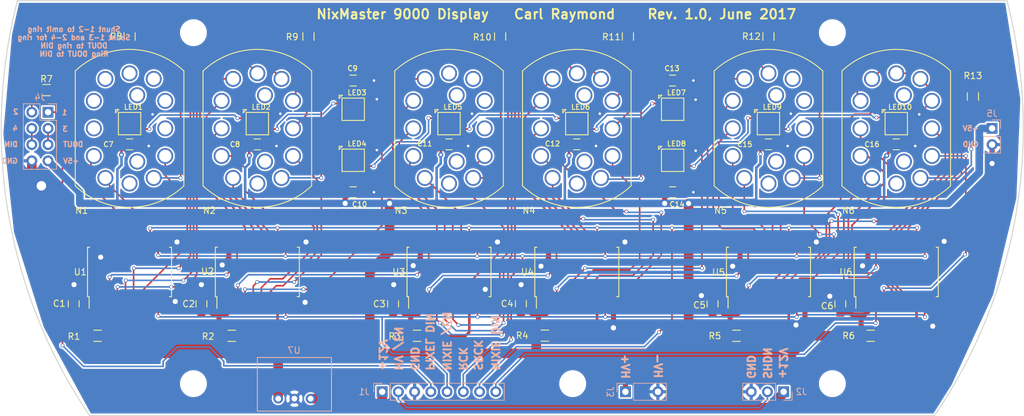
<source format=kicad_pcb>
(kicad_pcb (version 4) (host pcbnew 4.0.6)
  (layers (0 F.Cu signal) (31 B.Cu signal) (34 B.Paste user) (35 F.Paste user) (36 B.SilkS user) (37 F.SilkS user) (38 B.Mask user) (39 F.Mask user) (44 Edge.Cuts user))
  (net 0 "")
  (net 1 GND)
  (net 2 +5V)
  (net 3 "Net-(N1-Pad1)")
  (net 4 /HOUR_00)
  (net 5 "Net-(N1-Pad3)")
  (net 6 "Net-(N1-Pad4)")
  (net 7 "Net-(N1-Pad5)")
  (net 8 "Net-(N1-Pad6)")
  (net 9 "Net-(N1-Pad7)")
  (net 10 "Net-(N1-Pad8)")
  (net 11 "Net-(N1-Pad9)")
  (net 12 /HOUR_20)
  (net 13 /HOUR_10)
  (net 14 "Net-(N2-Pad1)")
  (net 15 /HOUR_0)
  (net 16 /HOUR_9)
  (net 17 /HOUR_8)
  (net 18 /HOUR_7)
  (net 19 /HOUR_6)
  (net 20 /HOUR_5)
  (net 21 /HOUR_4)
  (net 22 /HOUR_3)
  (net 23 /HOUR_2)
  (net 24 /HOUR_1)
  (net 25 "Net-(N3-Pad1)")
  (net 26 /MIN_00)
  (net 27 "Net-(N3-Pad3)")
  (net 28 "Net-(N3-Pad4)")
  (net 29 "Net-(N3-Pad5)")
  (net 30 "Net-(N3-Pad6)")
  (net 31 /MIN_50)
  (net 32 /MIN_40)
  (net 33 /MIN_30)
  (net 34 /MIN_20)
  (net 35 /MIN_10)
  (net 36 "Net-(N4-Pad1)")
  (net 37 /MIN_0)
  (net 38 /MIN_9)
  (net 39 /MIN_8)
  (net 40 /MIN_7)
  (net 41 /MIN_6)
  (net 42 /MIN_5)
  (net 43 /MIN_4)
  (net 44 /MIN_3)
  (net 45 /MIN_2)
  (net 46 /MIN_1)
  (net 47 "Net-(N5-Pad1)")
  (net 48 /SEC_00)
  (net 49 "Net-(N5-Pad3)")
  (net 50 "Net-(N5-Pad4)")
  (net 51 "Net-(N5-Pad5)")
  (net 52 /SEC_60)
  (net 53 /SEC_50)
  (net 54 /SEC_40)
  (net 55 /SEC_30)
  (net 56 /SEC_20)
  (net 57 /SEC_10)
  (net 58 "Net-(N6-Pad1)")
  (net 59 /SEC_0)
  (net 60 /SEC_9)
  (net 61 /SEC_8)
  (net 62 /SEC_7)
  (net 63 /SEC_6)
  (net 64 /SEC_5)
  (net 65 /SEC_4)
  (net 66 /SEC_3)
  (net 67 /SEC_2)
  (net 68 /SEC_1)
  (net 69 "Net-(R1-Pad2)")
  (net 70 "Net-(R2-Pad2)")
  (net 71 "Net-(R3-Pad2)")
  (net 72 "Net-(R4-Pad2)")
  (net 73 "Net-(R5-Pad2)")
  (net 74 "Net-(R6-Pad2)")
  (net 75 "Net-(U1-Pad18)")
  (net 76 "Net-(U1-Pad3)")
  (net 77 "Net-(U1-Pad16)")
  (net 78 "Net-(U1-Pad17)")
  (net 79 "Net-(U2-Pad3)")
  (net 80 "Net-(U3-Pad3)")
  (net 81 "Net-(U4-Pad3)")
  (net 82 "Net-(U5-Pad3)")
  (net 83 +12V)
  (net 84 "Net-(LED1-Pad1)")
  (net 85 "Net-(LED1-Pad3)")
  (net 86 "Net-(LED2-Pad1)")
  (net 87 "Net-(LED3-Pad1)")
  (net 88 "Net-(LED4-Pad1)")
  (net 89 "Net-(LED5-Pad1)")
  (net 90 "Net-(LED6-Pad1)")
  (net 91 "Net-(LED7-Pad1)")
  (net 92 "Net-(LED8-Pad1)")
  (net 93 "Net-(LED10-Pad3)")
  (net 94 "Net-(LED10-Pad1)")
  (net 95 /HV)
  (net 96 "Net-(J1-Pad8)")
  (net 97 /SHDN)
  (net 98 /PIXEL_IN)
  (net 99 //G)
  (net 100 /RCK)
  (net 101 /SRCK)
  (net 102 "Net-(J4-Pad2)")
  (net 103 /RING_OUT)
  (net 104 /RING_IN)
  (module Mounting_Holes:MountingHole_3.7mm (layer F.Cu) (at 159.36 100)
    (fp_text reference REF** hide)
    (fp_text value MountingHole_3.7mm)
    (pad 1 np_thru_hole circle (at 0 0) (size 3.7 3.7) (drill 3.7) (layers *.Cu *.Mask))
  )
  (module Resistors_SMD:R_0805_HandSoldering (layer F.Cu) (at 190 45.6 90)
    (fp_text reference R12 (at 0.007 -2.674 180) (layer F.SilkS))
    (fp_text value 10K)
    (pad 1 smd rect (at -1.35 0 90) (size 1.5 1.3) (layers F.Cu F.Paste F.Mask) (net 47 "Net-(N5-Pad1)"))
    (pad 2 smd rect (at 1.35 0 90) (size 1.5 1.3) (layers F.Cu F.Paste F.Mask) (net 95 /HV))
  )
  (module Mounting_Holes:MountingHole_3.7mm (layer F.Cu) (at 200 100)
    (fp_text reference REF** hide)
    (fp_text value MountingHole_3.7mm)
    (pad 1 np_thru_hole circle (at 0 0) (size 3.7 3.7) (drill 3.7) (layers *.Cu *.Mask))
  )
  (module Mounting_Holes:MountingHole_3.7mm (layer F.Cu) (at 100 100)
    (fp_text reference REF** hide)
    (fp_text value MountingHole_3.7mm)
    (pad 1 np_thru_hole circle (at 0 0) (size 3.7 3.7) (drill 3.7) (layers *.Cu *.Mask))
  )
  (module Mounting_Holes:MountingHole_3.7mm (layer F.Cu) (at 100 45)
    (fp_text reference REF** hide)
    (fp_text value MountingHole_3.7mm)
    (pad 1 np_thru_hole circle (at 0 0) (size 3.7 3.7) (drill 3.7) (layers *.Cu *.Mask))
  )
  (module NixieClockDisplay:Socket_SK-136 (layer F.Cu) (at 210 60)
    (fp_text reference N6 (at -7.5 12.864) (layer F.SilkS))
    (fp_text value Nixie)
    (pad 1 thru_hole circle (at 3.786 7.762) (size 2.5 2.5) (drill 1.94) (layers *.Cu *.Mask) (net 58 "Net-(N6-Pad1)"))
    (pad 2 thru_hole circle (at 5.588 4.318) (size 2.5 2.5) (drill 1.94) (layers *.Cu *.Mask) (net 59 /SEC_0))
    (pad 3 thru_hole circle (at 5.588 0) (size 2.5 2.5) (drill 1.94) (layers *.Cu *.Mask) (net 60 /SEC_9))
    (pad 4 thru_hole circle (at 5.588 -4.318) (size 2.5 2.5) (drill 1.94) (layers *.Cu *.Mask) (net 61 /SEC_8))
    (pad 5 thru_hole circle (at 3.786 -7.762) (size 2.5 2.5) (drill 1.94) (layers *.Cu *.Mask) (net 62 /SEC_7))
    (pad 6 thru_hole circle (at 0 -8.636) (size 2.5 2.5) (drill 1.94) (layers *.Cu *.Mask) (net 63 /SEC_6))
    (pad 7 thru_hole circle (at -3.786 -7.762) (size 2.5 2.5) (drill 1.94) (layers *.Cu *.Mask) (net 64 /SEC_5))
    (pad 8 thru_hole circle (at -5.588 -4.318) (size 2.5 2.5) (drill 1.94) (layers *.Cu *.Mask) (net 65 /SEC_4))
    (pad 9 thru_hole circle (at -5.588 0) (size 2.5 2.5) (drill 1.94) (layers *.Cu *.Mask) (net 66 /SEC_3))
    (pad 10 thru_hole circle (at -5.588 4.318) (size 2.5 2.5) (drill 1.94) (layers *.Cu *.Mask) (net 67 /SEC_2))
    (pad 11 thru_hole circle (at -3.786 7.762) (size 2.5 2.5) (drill 1.94) (layers *.Cu *.Mask) (net 68 /SEC_1))
    (pad 12 thru_hole circle (at 0 8.636) (size 2.5 2.5) (drill 1.94) (layers *.Cu *.Mask))
    (pad 13 thru_hole circle (at 1.2 5.197) (size 2.5 2.5) (drill 1.94) (layers *.Cu *.Mask))
    (pad 14 thru_hole circle (at 1.2 -5.197) (size 2.5 2.5) (drill 1.94) (layers *.Cu *.Mask))
  )
  (module Housings_SOIC:SOIC-20W_7.5x12.8mm_Pitch1.27mm (layer F.Cu) (at 210 82.5 90)
    (fp_text reference U6 (at 0 -7.8795 180) (layer F.SilkS))
    (fp_text value TPIC6B595)
    (pad 1 smd rect (at -4.7 -5.715 90) (size 1.95 0.6) (layers F.Cu F.Paste F.Mask))
    (pad 2 smd rect (at -4.7 -4.445 90) (size 1.95 0.6) (layers F.Cu F.Paste F.Mask) (net 2 +5V))
    (pad 3 smd rect (at -4.7 -3.175 90) (size 1.95 0.6) (layers F.Cu F.Paste F.Mask) (net 96 "Net-(J1-Pad8)"))
    (pad 4 smd rect (at -4.7 -1.905 90) (size 1.95 0.6) (layers F.Cu F.Paste F.Mask) (net 59 /SEC_0))
    (pad 5 smd rect (at -4.7 -0.635 90) (size 1.95 0.6) (layers F.Cu F.Paste F.Mask) (net 68 /SEC_1))
    (pad 6 smd rect (at -4.7 0.635 90) (size 1.95 0.6) (layers F.Cu F.Paste F.Mask) (net 67 /SEC_2))
    (pad 7 smd rect (at -4.7 1.905 90) (size 1.95 0.6) (layers F.Cu F.Paste F.Mask) (net 66 /SEC_3))
    (pad 8 smd rect (at -4.7 3.175 90) (size 1.95 0.6) (layers F.Cu F.Paste F.Mask) (net 74 "Net-(R6-Pad2)"))
    (pad 9 smd rect (at -4.7 4.445 90) (size 1.95 0.6) (layers F.Cu F.Paste F.Mask) (net 99 //G))
    (pad 10 smd rect (at -4.7 5.715 90) (size 1.95 0.6) (layers F.Cu F.Paste F.Mask) (net 1 GND))
    (pad 11 smd rect (at 4.7 5.715 90) (size 1.95 0.6) (layers F.Cu F.Paste F.Mask) (net 1 GND))
    (pad 12 smd rect (at 4.7 4.445 90) (size 1.95 0.6) (layers F.Cu F.Paste F.Mask) (net 100 /RCK))
    (pad 13 smd rect (at 4.7 3.175 90) (size 1.95 0.6) (layers F.Cu F.Paste F.Mask) (net 101 /SRCK))
    (pad 14 smd rect (at 4.7 1.905 90) (size 1.95 0.6) (layers F.Cu F.Paste F.Mask) (net 65 /SEC_4))
    (pad 15 smd rect (at 4.7 0.635 90) (size 1.95 0.6) (layers F.Cu F.Paste F.Mask) (net 64 /SEC_5))
    (pad 16 smd rect (at 4.7 -0.635 90) (size 1.95 0.6) (layers F.Cu F.Paste F.Mask) (net 63 /SEC_6))
    (pad 17 smd rect (at 4.7 -1.905 90) (size 1.95 0.6) (layers F.Cu F.Paste F.Mask) (net 62 /SEC_7))
    (pad 18 smd rect (at 4.7 -3.175 90) (size 1.95 0.6) (layers F.Cu F.Paste F.Mask) (net 82 "Net-(U5-Pad3)"))
    (pad 19 smd rect (at 4.7 -4.445 90) (size 1.95 0.6) (layers F.Cu F.Paste F.Mask) (net 1 GND))
    (pad 20 smd rect (at 4.7 -5.715 90) (size 1.95 0.6) (layers F.Cu F.Paste F.Mask))
  )
  (module Housings_SOIC:SOIC-20W_7.5x12.8mm_Pitch1.27mm (layer F.Cu) (at 160 82.5 90)
    (fp_text reference U4 (at 0 -7.727 180) (layer F.SilkS))
    (fp_text value TPIC6B595)
    (pad 1 smd rect (at -4.7 -5.715 90) (size 1.95 0.6) (layers F.Cu F.Paste F.Mask))
    (pad 2 smd rect (at -4.7 -4.445 90) (size 1.95 0.6) (layers F.Cu F.Paste F.Mask) (net 2 +5V))
    (pad 3 smd rect (at -4.7 -3.175 90) (size 1.95 0.6) (layers F.Cu F.Paste F.Mask) (net 81 "Net-(U4-Pad3)"))
    (pad 4 smd rect (at -4.7 -1.905 90) (size 1.95 0.6) (layers F.Cu F.Paste F.Mask) (net 52 /SEC_60))
    (pad 5 smd rect (at -4.7 -0.635 90) (size 1.95 0.6) (layers F.Cu F.Paste F.Mask) (net 37 /MIN_0))
    (pad 6 smd rect (at -4.7 0.635 90) (size 1.95 0.6) (layers F.Cu F.Paste F.Mask) (net 46 /MIN_1))
    (pad 7 smd rect (at -4.7 1.905 90) (size 1.95 0.6) (layers F.Cu F.Paste F.Mask) (net 45 /MIN_2))
    (pad 8 smd rect (at -4.7 3.175 90) (size 1.95 0.6) (layers F.Cu F.Paste F.Mask) (net 72 "Net-(R4-Pad2)"))
    (pad 9 smd rect (at -4.7 4.445 90) (size 1.95 0.6) (layers F.Cu F.Paste F.Mask) (net 99 //G))
    (pad 10 smd rect (at -4.7 5.715 90) (size 1.95 0.6) (layers F.Cu F.Paste F.Mask) (net 1 GND))
    (pad 11 smd rect (at 4.7 5.715 90) (size 1.95 0.6) (layers F.Cu F.Paste F.Mask) (net 1 GND))
    (pad 12 smd rect (at 4.7 4.445 90) (size 1.95 0.6) (layers F.Cu F.Paste F.Mask) (net 100 /RCK))
    (pad 13 smd rect (at 4.7 3.175 90) (size 1.95 0.6) (layers F.Cu F.Paste F.Mask) (net 101 /SRCK))
    (pad 14 smd rect (at 4.7 1.905 90) (size 1.95 0.6) (layers F.Cu F.Paste F.Mask) (net 44 /MIN_3))
    (pad 15 smd rect (at 4.7 0.635 90) (size 1.95 0.6) (layers F.Cu F.Paste F.Mask) (net 43 /MIN_4))
    (pad 16 smd rect (at 4.7 -0.635 90) (size 1.95 0.6) (layers F.Cu F.Paste F.Mask) (net 42 /MIN_5))
    (pad 17 smd rect (at 4.7 -1.905 90) (size 1.95 0.6) (layers F.Cu F.Paste F.Mask) (net 41 /MIN_6))
    (pad 18 smd rect (at 4.7 -3.175 90) (size 1.95 0.6) (layers F.Cu F.Paste F.Mask) (net 80 "Net-(U3-Pad3)"))
    (pad 19 smd rect (at 4.7 -4.445 90) (size 1.95 0.6) (layers F.Cu F.Paste F.Mask) (net 1 GND))
    (pad 20 smd rect (at 4.7 -5.715 90) (size 1.95 0.6) (layers F.Cu F.Paste F.Mask))
  )
  (module Resistors_SMD:R_0805_HandSoldering (layer F.Cu) (at 135 92.5)
    (fp_text reference R3 (at -3.4915 0.083 180) (layer F.SilkS))
    (fp_text value 10K)
    (pad 1 smd rect (at -1.35 0) (size 1.5 1.3) (layers F.Cu F.Paste F.Mask) (net 2 +5V))
    (pad 2 smd rect (at 1.35 0) (size 1.5 1.3) (layers F.Cu F.Paste F.Mask) (net 71 "Net-(R3-Pad2)"))
  )
  (module Capacitors_SMD:C_0805_HandSoldering (layer F.Cu) (at 131.25 87.5 270)
    (fp_text reference C3 (at 0.003 2.1545 360) (layer F.SilkS))
    (fp_text value .1uF)
    (pad 1 smd rect (at -1.25 0 270) (size 1.5 1.25) (layers F.Cu F.Paste F.Mask) (net 1 GND))
    (pad 2 smd rect (at 1.25 0 270) (size 1.5 1.25) (layers F.Cu F.Paste F.Mask) (net 2 +5V))
  )
  (module Housings_SOIC:SOIC-20W_7.5x12.8mm_Pitch1.27mm (layer F.Cu) (at 140 82.5 90)
    (fp_text reference U3 (at 0 -7.8565 180) (layer F.SilkS))
    (fp_text value TPIC6B595)
    (pad 1 smd rect (at -4.7 -5.715 90) (size 1.95 0.6) (layers F.Cu F.Paste F.Mask))
    (pad 2 smd rect (at -4.7 -4.445 90) (size 1.95 0.6) (layers F.Cu F.Paste F.Mask) (net 2 +5V))
    (pad 3 smd rect (at -4.7 -3.175 90) (size 1.95 0.6) (layers F.Cu F.Paste F.Mask) (net 80 "Net-(U3-Pad3)"))
    (pad 4 smd rect (at -4.7 -1.905 90) (size 1.95 0.6) (layers F.Cu F.Paste F.Mask) (net 40 /MIN_7))
    (pad 5 smd rect (at -4.7 -0.635 90) (size 1.95 0.6) (layers F.Cu F.Paste F.Mask) (net 39 /MIN_8))
    (pad 6 smd rect (at -4.7 0.635 90) (size 1.95 0.6) (layers F.Cu F.Paste F.Mask) (net 38 /MIN_9))
    (pad 7 smd rect (at -4.7 1.905 90) (size 1.95 0.6) (layers F.Cu F.Paste F.Mask) (net 26 /MIN_00))
    (pad 8 smd rect (at -4.7 3.175 90) (size 1.95 0.6) (layers F.Cu F.Paste F.Mask) (net 71 "Net-(R3-Pad2)"))
    (pad 9 smd rect (at -4.7 4.445 90) (size 1.95 0.6) (layers F.Cu F.Paste F.Mask) (net 99 //G))
    (pad 10 smd rect (at -4.7 5.715 90) (size 1.95 0.6) (layers F.Cu F.Paste F.Mask) (net 1 GND))
    (pad 11 smd rect (at 4.7 5.715 90) (size 1.95 0.6) (layers F.Cu F.Paste F.Mask) (net 1 GND))
    (pad 12 smd rect (at 4.7 4.445 90) (size 1.95 0.6) (layers F.Cu F.Paste F.Mask) (net 100 /RCK))
    (pad 13 smd rect (at 4.7 3.175 90) (size 1.95 0.6) (layers F.Cu F.Paste F.Mask) (net 101 /SRCK))
    (pad 14 smd rect (at 4.7 1.905 90) (size 1.95 0.6) (layers F.Cu F.Paste F.Mask) (net 35 /MIN_10))
    (pad 15 smd rect (at 4.7 0.635 90) (size 1.95 0.6) (layers F.Cu F.Paste F.Mask) (net 34 /MIN_20))
    (pad 16 smd rect (at 4.7 -0.635 90) (size 1.95 0.6) (layers F.Cu F.Paste F.Mask) (net 33 /MIN_30))
    (pad 17 smd rect (at 4.7 -1.905 90) (size 1.95 0.6) (layers F.Cu F.Paste F.Mask) (net 32 /MIN_40))
    (pad 18 smd rect (at 4.7 -3.175 90) (size 1.95 0.6) (layers F.Cu F.Paste F.Mask) (net 79 "Net-(U2-Pad3)"))
    (pad 19 smd rect (at 4.7 -4.445 90) (size 1.95 0.6) (layers F.Cu F.Paste F.Mask) (net 1 GND))
    (pad 20 smd rect (at 4.7 -5.715 90) (size 1.95 0.6) (layers F.Cu F.Paste F.Mask))
  )
  (module Housings_SOIC:SOIC-20W_7.5x12.8mm_Pitch1.27mm (layer F.Cu) (at 190 82.5 90)
    (fp_text reference U5 (at -0.05 -7.8185 180) (layer F.SilkS))
    (fp_text value TPIC6B595)
    (pad 1 smd rect (at -4.7 -5.715 90) (size 1.95 0.6) (layers F.Cu F.Paste F.Mask))
    (pad 2 smd rect (at -4.7 -4.445 90) (size 1.95 0.6) (layers F.Cu F.Paste F.Mask) (net 2 +5V))
    (pad 3 smd rect (at -4.7 -3.175 90) (size 1.95 0.6) (layers F.Cu F.Paste F.Mask) (net 82 "Net-(U5-Pad3)"))
    (pad 4 smd rect (at -4.7 -1.905 90) (size 1.95 0.6) (layers F.Cu F.Paste F.Mask) (net 61 /SEC_8))
    (pad 5 smd rect (at -4.7 -0.635 90) (size 1.95 0.6) (layers F.Cu F.Paste F.Mask) (net 60 /SEC_9))
    (pad 6 smd rect (at -4.7 0.635 90) (size 1.95 0.6) (layers F.Cu F.Paste F.Mask) (net 48 /SEC_00))
    (pad 7 smd rect (at -4.7 1.905 90) (size 1.95 0.6) (layers F.Cu F.Paste F.Mask) (net 57 /SEC_10))
    (pad 8 smd rect (at -4.7 3.175 90) (size 1.95 0.6) (layers F.Cu F.Paste F.Mask) (net 73 "Net-(R5-Pad2)"))
    (pad 9 smd rect (at -4.7 4.445 90) (size 1.95 0.6) (layers F.Cu F.Paste F.Mask) (net 99 //G))
    (pad 10 smd rect (at -4.7 5.715 90) (size 1.95 0.6) (layers F.Cu F.Paste F.Mask) (net 1 GND))
    (pad 11 smd rect (at 4.7 5.715 90) (size 1.95 0.6) (layers F.Cu F.Paste F.Mask) (net 1 GND))
    (pad 12 smd rect (at 4.7 4.445 90) (size 1.95 0.6) (layers F.Cu F.Paste F.Mask) (net 100 /RCK))
    (pad 13 smd rect (at 4.7 3.175 90) (size 1.95 0.6) (layers F.Cu F.Paste F.Mask) (net 101 /SRCK))
    (pad 14 smd rect (at 4.7 1.905 90) (size 1.95 0.6) (layers F.Cu F.Paste F.Mask) (net 56 /SEC_20))
    (pad 15 smd rect (at 4.7 0.635 90) (size 1.95 0.6) (layers F.Cu F.Paste F.Mask) (net 55 /SEC_30))
    (pad 16 smd rect (at 4.7 -0.635 90) (size 1.95 0.6) (layers F.Cu F.Paste F.Mask) (net 54 /SEC_40))
    (pad 17 smd rect (at 4.7 -1.905 90) (size 1.95 0.6) (layers F.Cu F.Paste F.Mask) (net 53 /SEC_50))
    (pad 18 smd rect (at 4.7 -3.175 90) (size 1.95 0.6) (layers F.Cu F.Paste F.Mask) (net 81 "Net-(U4-Pad3)"))
    (pad 19 smd rect (at 4.7 -4.445 90) (size 1.95 0.6) (layers F.Cu F.Paste F.Mask) (net 1 GND))
    (pad 20 smd rect (at 4.7 -5.715 90) (size 1.95 0.6) (layers F.Cu F.Paste F.Mask))
  )
  (module NixieClockDisplay:Socket_SK-136 (layer F.Cu) (at 140 60)
    (fp_text reference N3 (at -7.5 12.864) (layer F.SilkS))
    (fp_text value Nixie)
    (pad 1 thru_hole circle (at 3.786 7.762) (size 2.5 2.5) (drill 1.94) (layers *.Cu *.Mask) (net 25 "Net-(N3-Pad1)"))
    (pad 2 thru_hole circle (at 5.588 4.318) (size 2.5 2.5) (drill 1.94) (layers *.Cu *.Mask) (net 26 /MIN_00))
    (pad 3 thru_hole circle (at 5.588 0) (size 2.5 2.5) (drill 1.94) (layers *.Cu *.Mask) (net 27 "Net-(N3-Pad3)"))
    (pad 4 thru_hole circle (at 5.588 -4.318) (size 2.5 2.5) (drill 1.94) (layers *.Cu *.Mask) (net 28 "Net-(N3-Pad4)"))
    (pad 5 thru_hole circle (at 3.786 -7.762) (size 2.5 2.5) (drill 1.94) (layers *.Cu *.Mask) (net 29 "Net-(N3-Pad5)"))
    (pad 6 thru_hole circle (at 0 -8.636) (size 2.5 2.5) (drill 1.94) (layers *.Cu *.Mask) (net 30 "Net-(N3-Pad6)"))
    (pad 7 thru_hole circle (at -3.786 -7.762) (size 2.5 2.5) (drill 1.94) (layers *.Cu *.Mask) (net 31 /MIN_50))
    (pad 8 thru_hole circle (at -5.588 -4.318) (size 2.5 2.5) (drill 1.94) (layers *.Cu *.Mask) (net 32 /MIN_40))
    (pad 9 thru_hole circle (at -5.588 0) (size 2.5 2.5) (drill 1.94) (layers *.Cu *.Mask) (net 33 /MIN_30))
    (pad 10 thru_hole circle (at -5.588 4.318) (size 2.5 2.5) (drill 1.94) (layers *.Cu *.Mask) (net 34 /MIN_20))
    (pad 11 thru_hole circle (at -3.786 7.762) (size 2.5 2.5) (drill 1.94) (layers *.Cu *.Mask) (net 35 /MIN_10))
    (pad 12 thru_hole circle (at 0 8.636) (size 2.5 2.5) (drill 1.94) (layers *.Cu *.Mask))
    (pad 13 thru_hole circle (at 1.2 5.197) (size 2.5 2.5) (drill 1.94) (layers *.Cu *.Mask))
    (pad 14 thru_hole circle (at 1.2 -5.197) (size 2.5 2.5) (drill 1.94) (layers *.Cu *.Mask))
  )
  (module Capacitors_SMD:C_0805_HandSoldering (layer F.Cu) (at 81.25 87.5 270)
    (fp_text reference C1 (at -0.0605 2.25 360) (layer F.SilkS))
    (fp_text value .1uF)
    (pad 1 smd rect (at -1.25 0 270) (size 1.5 1.25) (layers F.Cu F.Paste F.Mask) (net 1 GND))
    (pad 2 smd rect (at 1.25 0 270) (size 1.5 1.25) (layers F.Cu F.Paste F.Mask) (net 2 +5V))
  )
  (module Capacitors_SMD:C_0805_HandSoldering (layer F.Cu) (at 101.25 87.5 270)
    (fp_text reference C2 (at 0.003 1.9995 360) (layer F.SilkS))
    (fp_text value .1uF)
    (pad 1 smd rect (at -1.25 0 270) (size 1.5 1.25) (layers F.Cu F.Paste F.Mask) (net 1 GND))
    (pad 2 smd rect (at 1.25 0 270) (size 1.5 1.25) (layers F.Cu F.Paste F.Mask) (net 2 +5V))
  )
  (module Capacitors_SMD:C_0805_HandSoldering (layer F.Cu) (at 151.25 87.472928 270)
    (fp_text reference C4 (at 0 2.152 360) (layer F.SilkS))
    (fp_text value .1uF)
    (pad 1 smd rect (at -1.25 0 270) (size 1.5 1.25) (layers F.Cu F.Paste F.Mask) (net 1 GND))
    (pad 2 smd rect (at 1.25 0 270) (size 1.5 1.25) (layers F.Cu F.Paste F.Mask) (net 2 +5V))
  )
  (module Capacitors_SMD:C_0805_HandSoldering (layer F.Cu) (at 181.25 87.5 270)
    (fp_text reference C5 (at 0.1935 2.053 540) (layer F.SilkS))
    (fp_text value .1uF)
    (pad 1 smd rect (at -1.25 0 270) (size 1.5 1.25) (layers F.Cu F.Paste F.Mask) (net 1 GND))
    (pad 2 smd rect (at 1.25 0 270) (size 1.5 1.25) (layers F.Cu F.Paste F.Mask) (net 2 +5V))
  )
  (module Capacitors_SMD:C_0805_HandSoldering (layer F.Cu) (at 201.25 87.5 270)
    (fp_text reference C6 (at 0.3205 2.0505 540) (layer F.SilkS))
    (fp_text value .1uF)
    (pad 1 smd rect (at -1.25 0 270) (size 1.5 1.25) (layers F.Cu F.Paste F.Mask) (net 1 GND))
    (pad 2 smd rect (at 1.25 0 270) (size 1.5 1.25) (layers F.Cu F.Paste F.Mask) (net 2 +5V))
  )
  (module Capacitors_SMD:C_0805_HandSoldering (layer F.Cu) (at 90 62.5 180)
    (fp_text reference C7 (at 3.3 0 180) (layer F.SilkS) (effects (font (size 0.8 0.8))))
    (fp_text value .1uF)
    (pad 1 smd rect (at -1.25 0 180) (size 1.5 1.25) (layers F.Cu F.Paste F.Mask) (net 1 GND))
    (pad 2 smd rect (at 1.25 0 180) (size 1.5 1.25) (layers F.Cu F.Paste F.Mask) (net 2 +5V))
  )
  (module Capacitors_SMD:C_0805_HandSoldering (layer F.Cu) (at 110 62.5 180)
    (fp_text reference C8 (at 3.5 0 180) (layer F.SilkS) (effects (font (size 0.8 0.8))))
    (fp_text value .1uF)
    (pad 1 smd rect (at -1.25 0 180) (size 1.5 1.25) (layers F.Cu F.Paste F.Mask) (net 1 GND))
    (pad 2 smd rect (at 1.25 0 180) (size 1.5 1.25) (layers F.Cu F.Paste F.Mask) (net 2 +5V))
  )
  (module Capacitors_SMD:C_0805_HandSoldering (layer F.Cu) (at 125 52.5 180)
    (fp_text reference C9 (at 0.1 1.9 180) (layer F.SilkS) (effects (font (size 0.8 0.8))))
    (fp_text value .1uF)
    (pad 1 smd rect (at -1.25 0 180) (size 1.5 1.25) (layers F.Cu F.Paste F.Mask) (net 1 GND))
    (pad 2 smd rect (at 1.25 0 180) (size 1.5 1.25) (layers F.Cu F.Paste F.Mask) (net 2 +5V))
  )
  (module Capacitors_SMD:C_0805_HandSoldering (layer F.Cu) (at 125 70 180)
    (fp_text reference C10 (at -1 -1.9 180) (layer F.SilkS) (effects (font (size 0.8 0.8))))
    (fp_text value .1uF)
    (pad 1 smd rect (at -1.25 0 180) (size 1.5 1.25) (layers F.Cu F.Paste F.Mask) (net 1 GND))
    (pad 2 smd rect (at 1.25 0 180) (size 1.5 1.25) (layers F.Cu F.Paste F.Mask) (net 2 +5V))
  )
  (module Capacitors_SMD:C_0805_HandSoldering (layer F.Cu) (at 140 62.5 180)
    (fp_text reference C11 (at 3.8 0.1 180) (layer F.SilkS) (effects (font (size 0.8 0.8))))
    (fp_text value .1uF)
    (pad 1 smd rect (at -1.25 0 180) (size 1.5 1.25) (layers F.Cu F.Paste F.Mask) (net 1 GND))
    (pad 2 smd rect (at 1.25 0 180) (size 1.5 1.25) (layers F.Cu F.Paste F.Mask) (net 2 +5V))
  )
  (module Capacitors_SMD:C_0805_HandSoldering (layer F.Cu) (at 160 62.5 180)
    (fp_text reference C12 (at 3.8 0.1 180) (layer F.SilkS) (effects (font (size 0.8 0.8))))
    (fp_text value .1uF)
    (pad 1 smd rect (at -1.25 0 180) (size 1.5 1.25) (layers F.Cu F.Paste F.Mask) (net 1 GND))
    (pad 2 smd rect (at 1.25 0 180) (size 1.5 1.25) (layers F.Cu F.Paste F.Mask) (net 2 +5V))
  )
  (module Capacitors_SMD:C_0805_HandSoldering (layer F.Cu) (at 175 52.5 180)
    (fp_text reference C13 (at 0.1 1.9 180) (layer F.SilkS) (effects (font (size 0.8 0.8))))
    (fp_text value .1uF)
    (pad 1 smd rect (at -1.25 0 180) (size 1.5 1.25) (layers F.Cu F.Paste F.Mask) (net 1 GND))
    (pad 2 smd rect (at 1.25 0 180) (size 1.5 1.25) (layers F.Cu F.Paste F.Mask) (net 2 +5V))
  )
  (module Capacitors_SMD:C_0805_HandSoldering (layer F.Cu) (at 175 70 180)
    (fp_text reference C14 (at -0.7 -1.9 180) (layer F.SilkS) (effects (font (size 0.8 0.8))))
    (fp_text value .1uF)
    (pad 1 smd rect (at -1.25 0 180) (size 1.5 1.25) (layers F.Cu F.Paste F.Mask) (net 1 GND))
    (pad 2 smd rect (at 1.25 0 180) (size 1.5 1.25) (layers F.Cu F.Paste F.Mask) (net 2 +5V))
  )
  (module Capacitors_SMD:C_0805_HandSoldering (layer F.Cu) (at 190 62.5 180)
    (fp_text reference C15 (at 3.7 0 180) (layer F.SilkS) (effects (font (size 0.8 0.8))))
    (fp_text value .1uF)
    (pad 1 smd rect (at -1.25 0 180) (size 1.5 1.25) (layers F.Cu F.Paste F.Mask) (net 1 GND))
    (pad 2 smd rect (at 1.25 0 180) (size 1.5 1.25) (layers F.Cu F.Paste F.Mask) (net 2 +5V))
  )
  (module Capacitors_SMD:C_0805_HandSoldering (layer F.Cu) (at 210 62.5 180)
    (fp_text reference C16 (at 3.8 0 180) (layer F.SilkS) (effects (font (size 0.8 0.8))))
    (fp_text value .1uF)
    (pad 1 smd rect (at -1.25 0 180) (size 1.5 1.25) (layers F.Cu F.Paste F.Mask) (net 1 GND))
    (pad 2 smd rect (at 1.25 0 180) (size 1.5 1.25) (layers F.Cu F.Paste F.Mask) (net 2 +5V))
  )
  (module NixieClockDisplay:Socket_SK-136 (layer F.Cu) (at 90 60)
    (fp_text reference N1 (at -7.5 12.864) (layer F.SilkS))
    (fp_text value Nixie)
    (pad 1 thru_hole circle (at 3.786 7.762) (size 2.5 2.5) (drill 1.94) (layers *.Cu *.Mask) (net 3 "Net-(N1-Pad1)"))
    (pad 2 thru_hole circle (at 5.588 4.318) (size 2.5 2.5) (drill 1.94) (layers *.Cu *.Mask) (net 4 /HOUR_00))
    (pad 3 thru_hole circle (at 5.588 0) (size 2.5 2.5) (drill 1.94) (layers *.Cu *.Mask) (net 5 "Net-(N1-Pad3)"))
    (pad 4 thru_hole circle (at 5.588 -4.318) (size 2.5 2.5) (drill 1.94) (layers *.Cu *.Mask) (net 6 "Net-(N1-Pad4)"))
    (pad 5 thru_hole circle (at 3.786 -7.762) (size 2.5 2.5) (drill 1.94) (layers *.Cu *.Mask) (net 7 "Net-(N1-Pad5)"))
    (pad 6 thru_hole circle (at 0 -8.636) (size 2.5 2.5) (drill 1.94) (layers *.Cu *.Mask) (net 8 "Net-(N1-Pad6)"))
    (pad 7 thru_hole circle (at -3.786 -7.762) (size 2.5 2.5) (drill 1.94) (layers *.Cu *.Mask) (net 9 "Net-(N1-Pad7)"))
    (pad 8 thru_hole circle (at -5.588 -4.318) (size 2.5 2.5) (drill 1.94) (layers *.Cu *.Mask) (net 10 "Net-(N1-Pad8)"))
    (pad 9 thru_hole circle (at -5.588 0) (size 2.5 2.5) (drill 1.94) (layers *.Cu *.Mask) (net 11 "Net-(N1-Pad9)"))
    (pad 10 thru_hole circle (at -5.588 4.318) (size 2.5 2.5) (drill 1.94) (layers *.Cu *.Mask) (net 12 /HOUR_20))
    (pad 11 thru_hole circle (at -3.786 7.762) (size 2.5 2.5) (drill 1.94) (layers *.Cu *.Mask) (net 13 /HOUR_10))
    (pad 12 thru_hole circle (at 0 8.636) (size 2.5 2.5) (drill 1.94) (layers *.Cu *.Mask))
    (pad 13 thru_hole circle (at 1.2 5.197) (size 2.5 2.5) (drill 1.94) (layers *.Cu *.Mask))
    (pad 14 thru_hole circle (at 1.2 -5.197) (size 2.5 2.5) (drill 1.94) (layers *.Cu *.Mask))
  )
  (module NixieClockDisplay:Socket_SK-136 (layer F.Cu) (at 110 60)
    (fp_text reference N2 (at -7.5 12.864) (layer F.SilkS))
    (fp_text value Nixie)
    (pad 1 thru_hole circle (at 3.786 7.762) (size 2.5 2.5) (drill 1.94) (layers *.Cu *.Mask) (net 14 "Net-(N2-Pad1)"))
    (pad 2 thru_hole circle (at 5.588 4.318) (size 2.5 2.5) (drill 1.94) (layers *.Cu *.Mask) (net 15 /HOUR_0))
    (pad 3 thru_hole circle (at 5.588 0) (size 2.5 2.5) (drill 1.94) (layers *.Cu *.Mask) (net 16 /HOUR_9))
    (pad 4 thru_hole circle (at 5.588 -4.318) (size 2.5 2.5) (drill 1.94) (layers *.Cu *.Mask) (net 17 /HOUR_8))
    (pad 5 thru_hole circle (at 3.786 -7.762) (size 2.5 2.5) (drill 1.94) (layers *.Cu *.Mask) (net 18 /HOUR_7))
    (pad 6 thru_hole circle (at 0 -8.636) (size 2.5 2.5) (drill 1.94) (layers *.Cu *.Mask) (net 19 /HOUR_6))
    (pad 7 thru_hole circle (at -3.786 -7.762) (size 2.5 2.5) (drill 1.94) (layers *.Cu *.Mask) (net 20 /HOUR_5))
    (pad 8 thru_hole circle (at -5.588 -4.318) (size 2.5 2.5) (drill 1.94) (layers *.Cu *.Mask) (net 21 /HOUR_4))
    (pad 9 thru_hole circle (at -5.588 0) (size 2.5 2.5) (drill 1.94) (layers *.Cu *.Mask) (net 22 /HOUR_3))
    (pad 10 thru_hole circle (at -5.588 4.318) (size 2.5 2.5) (drill 1.94) (layers *.Cu *.Mask) (net 23 /HOUR_2))
    (pad 11 thru_hole circle (at -3.786 7.762) (size 2.5 2.5) (drill 1.94) (layers *.Cu *.Mask) (net 24 /HOUR_1))
    (pad 12 thru_hole circle (at 0 8.636) (size 2.5 2.5) (drill 1.94) (layers *.Cu *.Mask))
    (pad 13 thru_hole circle (at 1.2 5.197) (size 2.5 2.5) (drill 1.94) (layers *.Cu *.Mask))
    (pad 14 thru_hole circle (at 1.2 -5.197) (size 2.5 2.5) (drill 1.94) (layers *.Cu *.Mask))
  )
  (module NixieClockDisplay:Socket_SK-136 (layer F.Cu) (at 160 60)
    (fp_text reference N4 (at -7.5 12.864) (layer F.SilkS))
    (fp_text value Nixie)
    (pad 1 thru_hole circle (at 3.786 7.762) (size 2.5 2.5) (drill 1.94) (layers *.Cu *.Mask) (net 36 "Net-(N4-Pad1)"))
    (pad 2 thru_hole circle (at 5.588 4.318) (size 2.5 2.5) (drill 1.94) (layers *.Cu *.Mask) (net 37 /MIN_0))
    (pad 3 thru_hole circle (at 5.588 0) (size 2.5 2.5) (drill 1.94) (layers *.Cu *.Mask) (net 38 /MIN_9))
    (pad 4 thru_hole circle (at 5.588 -4.318) (size 2.5 2.5) (drill 1.94) (layers *.Cu *.Mask) (net 39 /MIN_8))
    (pad 5 thru_hole circle (at 3.786 -7.762) (size 2.5 2.5) (drill 1.94) (layers *.Cu *.Mask) (net 40 /MIN_7))
    (pad 6 thru_hole circle (at 0 -8.636) (size 2.5 2.5) (drill 1.94) (layers *.Cu *.Mask) (net 41 /MIN_6))
    (pad 7 thru_hole circle (at -3.786 -7.762) (size 2.5 2.5) (drill 1.94) (layers *.Cu *.Mask) (net 42 /MIN_5))
    (pad 8 thru_hole circle (at -5.588 -4.318) (size 2.5 2.5) (drill 1.94) (layers *.Cu *.Mask) (net 43 /MIN_4))
    (pad 9 thru_hole circle (at -5.588 0) (size 2.5 2.5) (drill 1.94) (layers *.Cu *.Mask) (net 44 /MIN_3))
    (pad 10 thru_hole circle (at -5.588 4.318) (size 2.5 2.5) (drill 1.94) (layers *.Cu *.Mask) (net 45 /MIN_2))
    (pad 11 thru_hole circle (at -3.786 7.762) (size 2.5 2.5) (drill 1.94) (layers *.Cu *.Mask) (net 46 /MIN_1))
    (pad 12 thru_hole circle (at 0 8.636) (size 2.5 2.5) (drill 1.94) (layers *.Cu *.Mask))
    (pad 13 thru_hole circle (at 1.2 5.197) (size 2.5 2.5) (drill 1.94) (layers *.Cu *.Mask))
    (pad 14 thru_hole circle (at 1.2 -5.197) (size 2.5 2.5) (drill 1.94) (layers *.Cu *.Mask))
  )
  (module NixieClockDisplay:Socket_SK-136 (layer F.Cu) (at 190 60)
    (fp_text reference N5 (at -7.5 12.864) (layer F.SilkS))
    (fp_text value Nixie)
    (pad 1 thru_hole circle (at 3.786 7.762) (size 2.5 2.5) (drill 1.94) (layers *.Cu *.Mask) (net 47 "Net-(N5-Pad1)"))
    (pad 2 thru_hole circle (at 5.588 4.318) (size 2.5 2.5) (drill 1.94) (layers *.Cu *.Mask) (net 48 /SEC_00))
    (pad 3 thru_hole circle (at 5.588 0) (size 2.5 2.5) (drill 1.94) (layers *.Cu *.Mask) (net 49 "Net-(N5-Pad3)"))
    (pad 4 thru_hole circle (at 5.588 -4.318) (size 2.5 2.5) (drill 1.94) (layers *.Cu *.Mask) (net 50 "Net-(N5-Pad4)"))
    (pad 5 thru_hole circle (at 3.786 -7.762) (size 2.5 2.5) (drill 1.94) (layers *.Cu *.Mask) (net 51 "Net-(N5-Pad5)"))
    (pad 6 thru_hole circle (at 0 -8.636) (size 2.5 2.5) (drill 1.94) (layers *.Cu *.Mask) (net 52 /SEC_60))
    (pad 7 thru_hole circle (at -3.786 -7.762) (size 2.5 2.5) (drill 1.94) (layers *.Cu *.Mask) (net 53 /SEC_50))
    (pad 8 thru_hole circle (at -5.588 -4.318) (size 2.5 2.5) (drill 1.94) (layers *.Cu *.Mask) (net 54 /SEC_40))
    (pad 9 thru_hole circle (at -5.588 0) (size 2.5 2.5) (drill 1.94) (layers *.Cu *.Mask) (net 55 /SEC_30))
    (pad 10 thru_hole circle (at -5.588 4.318) (size 2.5 2.5) (drill 1.94) (layers *.Cu *.Mask) (net 56 /SEC_20))
    (pad 11 thru_hole circle (at -3.786 7.762) (size 2.5 2.5) (drill 1.94) (layers *.Cu *.Mask) (net 57 /SEC_10))
    (pad 12 thru_hole circle (at 0 8.636) (size 2.5 2.5) (drill 1.94) (layers *.Cu *.Mask))
    (pad 13 thru_hole circle (at 1.2 5.197) (size 2.5 2.5) (drill 1.94) (layers *.Cu *.Mask))
    (pad 14 thru_hole circle (at 1.2 -5.197) (size 2.5 2.5) (drill 1.94) (layers *.Cu *.Mask))
  )
  (module Resistors_SMD:R_0805_HandSoldering (layer F.Cu) (at 85 92.5)
    (fp_text reference R1 (at -3.7 0.1) (layer F.SilkS))
    (fp_text value 10K)
    (pad 1 smd rect (at -1.35 0) (size 1.5 1.3) (layers F.Cu F.Paste F.Mask) (net 2 +5V))
    (pad 2 smd rect (at 1.35 0) (size 1.5 1.3) (layers F.Cu F.Paste F.Mask) (net 69 "Net-(R1-Pad2)"))
  )
  (module Resistors_SMD:R_0805_HandSoldering (layer F.Cu) (at 106 92.5)
    (fp_text reference R2 (at -3.7 0.1) (layer F.SilkS))
    (fp_text value 10K)
    (pad 1 smd rect (at -1.35 0) (size 1.5 1.3) (layers F.Cu F.Paste F.Mask) (net 2 +5V))
    (pad 2 smd rect (at 1.35 0) (size 1.5 1.3) (layers F.Cu F.Paste F.Mask) (net 70 "Net-(R2-Pad2)"))
  )
  (module Resistors_SMD:R_0805_HandSoldering (layer F.Cu) (at 155 92.472928)
    (fp_text reference R4 (at -3.5525 -0.016928) (layer F.SilkS))
    (fp_text value 10K)
    (pad 1 smd rect (at -1.35 0) (size 1.5 1.3) (layers F.Cu F.Paste F.Mask) (net 2 +5V))
    (pad 2 smd rect (at 1.35 0) (size 1.5 1.3) (layers F.Cu F.Paste F.Mask) (net 72 "Net-(R4-Pad2)"))
  )
  (module Resistors_SMD:R_0805_HandSoldering (layer F.Cu) (at 185 92.5)
    (fp_text reference R5 (at -3.39 0.0195 180) (layer F.SilkS))
    (fp_text value 10K)
    (pad 1 smd rect (at -1.35 0) (size 1.5 1.3) (layers F.Cu F.Paste F.Mask) (net 2 +5V))
    (pad 2 smd rect (at 1.35 0) (size 1.5 1.3) (layers F.Cu F.Paste F.Mask) (net 73 "Net-(R5-Pad2)"))
  )
  (module Resistors_SMD:R_0805_HandSoldering (layer F.Cu) (at 206 92.5)
    (fp_text reference R6 (at -3.451 0 180) (layer F.SilkS))
    (fp_text value 10K)
    (pad 1 smd rect (at -1.35 0) (size 1.5 1.3) (layers F.Cu F.Paste F.Mask) (net 2 +5V))
    (pad 2 smd rect (at 1.35 0) (size 1.5 1.3) (layers F.Cu F.Paste F.Mask) (net 74 "Net-(R6-Pad2)"))
  )
  (module Resistors_SMD:R_0805_HandSoldering (layer F.Cu) (at 77 54 180)
    (fp_text reference R7 (at 0 1.75 360) (layer F.SilkS))
    (fp_text value 470)
    (pad 1 smd rect (at -1.35 0 180) (size 1.5 1.3) (layers F.Cu F.Paste F.Mask) (net 85 "Net-(LED1-Pad3)"))
    (pad 2 smd rect (at 1.35 0 180) (size 1.5 1.3) (layers F.Cu F.Paste F.Mask) (net 102 "Net-(J4-Pad2)"))
  )
  (module Resistors_SMD:R_0805_HandSoldering (layer F.Cu) (at 90 45.6 90)
    (fp_text reference R8 (at 0 -2.1 180) (layer F.SilkS))
    (fp_text value 10K)
    (pad 1 smd rect (at -1.35 0 90) (size 1.5 1.3) (layers F.Cu F.Paste F.Mask) (net 3 "Net-(N1-Pad1)"))
    (pad 2 smd rect (at 1.35 0 90) (size 1.5 1.3) (layers F.Cu F.Paste F.Mask) (net 95 /HV))
  )
  (module Resistors_SMD:R_0805_HandSoldering (layer F.Cu) (at 148 45.6 90)
    (fp_text reference R10 (at -0.1 -2.8 180) (layer F.SilkS))
    (fp_text value 10K)
    (pad 1 smd rect (at -1.35 0 90) (size 1.5 1.3) (layers F.Cu F.Paste F.Mask) (net 25 "Net-(N3-Pad1)"))
    (pad 2 smd rect (at 1.35 0 90) (size 1.5 1.3) (layers F.Cu F.Paste F.Mask) (net 95 /HV))
  )
  (module Resistors_SMD:R_0805_HandSoldering (layer F.Cu) (at 118 45.6 90)
    (fp_text reference R9 (at -0.0565 -2.557 180) (layer F.SilkS))
    (fp_text value 10K)
    (pad 1 smd rect (at -1.35 0 90) (size 1.5 1.3) (layers F.Cu F.Paste F.Mask) (net 14 "Net-(N2-Pad1)"))
    (pad 2 smd rect (at 1.35 0 90) (size 1.5 1.3) (layers F.Cu F.Paste F.Mask) (net 95 /HV))
  )
  (module Resistors_SMD:R_0805_HandSoldering (layer F.Cu) (at 168 45.6 90)
    (fp_text reference R11 (at -0.0565 -2.5825 180) (layer F.SilkS))
    (fp_text value 10K)
    (pad 1 smd rect (at -1.35 0 90) (size 1.5 1.3) (layers F.Cu F.Paste F.Mask) (net 36 "Net-(N4-Pad1)"))
    (pad 2 smd rect (at 1.35 0 90) (size 1.5 1.3) (layers F.Cu F.Paste F.Mask) (net 95 /HV))
  )
  (module Resistors_SMD:R_0805_HandSoldering (layer F.Cu) (at 222 55 90)
    (fp_text reference R13 (at 3.25 0 180) (layer F.SilkS))
    (fp_text value 10K)
    (pad 1 smd rect (at -1.35 0 90) (size 1.5 1.3) (layers F.Cu F.Paste F.Mask) (net 58 "Net-(N6-Pad1)"))
    (pad 2 smd rect (at 1.35 0 90) (size 1.5 1.3) (layers F.Cu F.Paste F.Mask) (net 95 /HV))
  )
  (module Housings_SOIC:SOIC-20W_7.5x12.8mm_Pitch1.27mm (layer F.Cu) (at 90 82.5 90)
    (fp_text reference U1 (at 0 -7.704 180) (layer F.SilkS))
    (fp_text value TPIC6B595)
    (pad 1 smd rect (at -4.7 -5.715 90) (size 1.95 0.6) (layers F.Cu F.Paste F.Mask))
    (pad 2 smd rect (at -4.7 -4.445 90) (size 1.95 0.6) (layers F.Cu F.Paste F.Mask) (net 2 +5V))
    (pad 3 smd rect (at -4.7 -3.175 90) (size 1.95 0.6) (layers F.Cu F.Paste F.Mask) (net 76 "Net-(U1-Pad3)"))
    (pad 4 smd rect (at -4.7 -1.905 90) (size 1.95 0.6) (layers F.Cu F.Paste F.Mask) (net 18 /HOUR_7))
    (pad 5 smd rect (at -4.7 -0.635 90) (size 1.95 0.6) (layers F.Cu F.Paste F.Mask) (net 17 /HOUR_8))
    (pad 6 smd rect (at -4.7 0.635 90) (size 1.95 0.6) (layers F.Cu F.Paste F.Mask) (net 16 /HOUR_9))
    (pad 7 smd rect (at -4.7 1.905 90) (size 1.95 0.6) (layers F.Cu F.Paste F.Mask) (net 4 /HOUR_00))
    (pad 8 smd rect (at -4.7 3.175 90) (size 1.95 0.6) (layers F.Cu F.Paste F.Mask) (net 69 "Net-(R1-Pad2)"))
    (pad 9 smd rect (at -4.7 4.445 90) (size 1.95 0.6) (layers F.Cu F.Paste F.Mask) (net 99 //G))
    (pad 10 smd rect (at -4.7 5.715 90) (size 1.95 0.6) (layers F.Cu F.Paste F.Mask) (net 1 GND))
    (pad 11 smd rect (at 4.7 5.715 90) (size 1.95 0.6) (layers F.Cu F.Paste F.Mask) (net 1 GND))
    (pad 12 smd rect (at 4.7 4.445 90) (size 1.95 0.6) (layers F.Cu F.Paste F.Mask) (net 100 /RCK))
    (pad 13 smd rect (at 4.7 3.175 90) (size 1.95 0.6) (layers F.Cu F.Paste F.Mask) (net 101 /SRCK))
    (pad 14 smd rect (at 4.7 1.905 90) (size 1.95 0.6) (layers F.Cu F.Paste F.Mask) (net 13 /HOUR_10))
    (pad 15 smd rect (at 4.7 0.635 90) (size 1.95 0.6) (layers F.Cu F.Paste F.Mask) (net 12 /HOUR_20))
    (pad 16 smd rect (at 4.7 -0.635 90) (size 1.95 0.6) (layers F.Cu F.Paste F.Mask) (net 77 "Net-(U1-Pad16)"))
    (pad 17 smd rect (at 4.7 -1.905 90) (size 1.95 0.6) (layers F.Cu F.Paste F.Mask) (net 78 "Net-(U1-Pad17)"))
    (pad 18 smd rect (at 4.7 -3.175 90) (size 1.95 0.6) (layers F.Cu F.Paste F.Mask) (net 75 "Net-(U1-Pad18)"))
    (pad 19 smd rect (at 4.7 -4.445 90) (size 1.95 0.6) (layers F.Cu F.Paste F.Mask) (net 1 GND))
    (pad 20 smd rect (at 4.7 -5.715 90) (size 1.95 0.6) (layers F.Cu F.Paste F.Mask))
  )
  (module Housings_SOIC:SOIC-20W_7.5x12.8mm_Pitch1.27mm (layer F.Cu) (at 110 82.5 90)
    (fp_text reference U2 (at 0.1 -7.8 180) (layer F.SilkS))
    (fp_text value TPIC6B595)
    (pad 1 smd rect (at -4.7 -5.715 90) (size 1.95 0.6) (layers F.Cu F.Paste F.Mask))
    (pad 2 smd rect (at -4.7 -4.445 90) (size 1.95 0.6) (layers F.Cu F.Paste F.Mask) (net 2 +5V))
    (pad 3 smd rect (at -4.7 -3.175 90) (size 1.95 0.6) (layers F.Cu F.Paste F.Mask) (net 79 "Net-(U2-Pad3)"))
    (pad 4 smd rect (at -4.7 -1.905 90) (size 1.95 0.6) (layers F.Cu F.Paste F.Mask) (net 31 /MIN_50))
    (pad 5 smd rect (at -4.7 -0.635 90) (size 1.95 0.6) (layers F.Cu F.Paste F.Mask) (net 15 /HOUR_0))
    (pad 6 smd rect (at -4.7 0.635 90) (size 1.95 0.6) (layers F.Cu F.Paste F.Mask) (net 24 /HOUR_1))
    (pad 7 smd rect (at -4.7 1.905 90) (size 1.95 0.6) (layers F.Cu F.Paste F.Mask) (net 23 /HOUR_2))
    (pad 8 smd rect (at -4.7 3.175 90) (size 1.95 0.6) (layers F.Cu F.Paste F.Mask) (net 70 "Net-(R2-Pad2)"))
    (pad 9 smd rect (at -4.7 4.445 90) (size 1.95 0.6) (layers F.Cu F.Paste F.Mask) (net 99 //G))
    (pad 10 smd rect (at -4.7 5.715 90) (size 1.95 0.6) (layers F.Cu F.Paste F.Mask) (net 1 GND))
    (pad 11 smd rect (at 4.7 5.715 90) (size 1.95 0.6) (layers F.Cu F.Paste F.Mask) (net 1 GND))
    (pad 12 smd rect (at 4.7 4.445 90) (size 1.95 0.6) (layers F.Cu F.Paste F.Mask) (net 100 /RCK))
    (pad 13 smd rect (at 4.7 3.175 90) (size 1.95 0.6) (layers F.Cu F.Paste F.Mask) (net 101 /SRCK))
    (pad 14 smd rect (at 4.7 1.905 90) (size 1.95 0.6) (layers F.Cu F.Paste F.Mask) (net 22 /HOUR_3))
    (pad 15 smd rect (at 4.7 0.635 90) (size 1.95 0.6) (layers F.Cu F.Paste F.Mask) (net 21 /HOUR_4))
    (pad 16 smd rect (at 4.7 -0.635 90) (size 1.95 0.6) (layers F.Cu F.Paste F.Mask) (net 20 /HOUR_5))
    (pad 17 smd rect (at 4.7 -1.905 90) (size 1.95 0.6) (layers F.Cu F.Paste F.Mask) (net 19 /HOUR_6))
    (pad 18 smd rect (at 4.7 -3.175 90) (size 1.95 0.6) (layers F.Cu F.Paste F.Mask) (net 76 "Net-(U1-Pad3)"))
    (pad 19 smd rect (at 4.7 -4.445 90) (size 1.95 0.6) (layers F.Cu F.Paste F.Mask) (net 1 GND))
    (pad 20 smd rect (at 4.7 -5.715 90) (size 1.95 0.6) (layers F.Cu F.Paste F.Mask))
  )
  (module NixieClockDisplay:WPMDL9500xx (layer B.Cu) (at 115.8 100.1 180)
    (fp_text reference U7 (at 0.0485 5.3215 180) (layer B.SilkS) (effects (justify mirror)))
    (fp_text value WE-FDSM_DC/DC_5V)
    (pad 1 thru_hole circle (at -2.54 -2.25 180) (size 1.524 1.524) (drill 0.9) (layers *.Cu *.Mask) (net 83 +12V))
    (pad 2 thru_hole circle (at 0 -2.25 180) (size 1.524 1.524) (drill 0.9) (layers *.Cu *.Mask) (net 1 GND))
    (pad 3 thru_hole circle (at 2.54 -2.25 180) (size 1.524 1.524) (drill 0.9) (layers *.Cu *.Mask) (net 2 +5V))
  )
  (module Pin_Headers:Pin_Header_Straight_1x08_Pitch2.54mm (layer B.Cu) (at 129.54 101.27 270)
    (fp_text reference J1 (at 0 2.84 360) (layer B.SilkS) (effects (justify mirror)))
    (fp_text value CONN_01X08)
    (pad 1 thru_hole rect (at 0 0 270) (size 1.7 1.7) (drill 1) (layers *.Cu *.Mask) (net 83 +12V))
    (pad 2 thru_hole oval (at 0 -2.54 270) (size 1.7 1.7) (drill 1) (layers *.Cu *.Mask) (net 97 /SHDN))
    (pad 3 thru_hole oval (at 0 -5.08 270) (size 1.7 1.7) (drill 1) (layers *.Cu *.Mask) (net 1 GND))
    (pad 4 thru_hole oval (at 0 -7.62 270) (size 1.7 1.7) (drill 1) (layers *.Cu *.Mask) (net 98 /PIXEL_IN))
    (pad 5 thru_hole oval (at 0 -10.16 270) (size 1.7 1.7) (drill 1) (layers *.Cu *.Mask) (net 99 //G))
    (pad 6 thru_hole oval (at 0 -12.7 270) (size 1.7 1.7) (drill 1) (layers *.Cu *.Mask) (net 100 /RCK))
    (pad 7 thru_hole oval (at 0 -15.24 270) (size 1.7 1.7) (drill 1) (layers *.Cu *.Mask) (net 101 /SRCK))
    (pad 8 thru_hole oval (at 0 -17.78 270) (size 1.7 1.7) (drill 1) (layers *.Cu *.Mask) (net 96 "Net-(J1-Pad8)"))
  )
  (module Pin_Headers:Pin_Header_Straight_1x03_Pitch2.54mm (layer B.Cu) (at 192.38 101.27 90)
    (fp_text reference J2 (at 0 2.76 180) (layer B.SilkS) (effects (justify mirror)))
    (fp_text value CONN_01X03)
    (pad 1 thru_hole rect (at 0 0 90) (size 1.7 1.7) (drill 1) (layers *.Cu *.Mask) (net 83 +12V))
    (pad 2 thru_hole oval (at 0 -2.54 90) (size 1.7 1.7) (drill 1) (layers *.Cu *.Mask) (net 97 /SHDN))
    (pad 3 thru_hole oval (at 0 -5.08 90) (size 1.7 1.7) (drill 1) (layers *.Cu *.Mask) (net 1 GND))
  )
  (module Mounting_Holes:MountingHole_3.7mm (layer F.Cu) (at 200 45)
    (fp_text reference REF** hide)
    (fp_text value MountingHole_3.7mm)
    (pad 1 np_thru_hole circle (at 0 0) (size 3.7 3.7) (drill 3.7) (layers *.Cu *.Mask))
  )
  (module Pin_Headers:Pin_Header_Straight_2x04_Pitch2.54mm (layer B.Cu) (at 77.24 57.46 180)
    (fp_text reference J4 (at 1.27 2.33 180) (layer B.SilkS) (effects (justify mirror)))
    (fp_text value CONN_02X04)
    (pad 1 thru_hole rect (at 0 0 180) (size 1.7 1.7) (drill 1) (layers *.Cu *.Mask) (net 98 /PIXEL_IN))
    (pad 2 thru_hole oval (at 2.54 0 180) (size 1.7 1.7) (drill 1) (layers *.Cu *.Mask) (net 102 "Net-(J4-Pad2)"))
    (pad 3 thru_hole oval (at 0 -2.54 180) (size 1.7 1.7) (drill 1) (layers *.Cu *.Mask) (net 103 /RING_OUT))
    (pad 4 thru_hole oval (at 2.54 -2.54 180) (size 1.7 1.7) (drill 1) (layers *.Cu *.Mask) (net 104 /RING_IN))
    (pad 5 thru_hole oval (at 0 -5.08 180) (size 1.7 1.7) (drill 1) (layers *.Cu *.Mask) (net 103 /RING_OUT))
    (pad 6 thru_hole oval (at 2.54 -5.08 180) (size 1.7 1.7) (drill 1) (layers *.Cu *.Mask) (net 104 /RING_IN))
    (pad 7 thru_hole oval (at 0 -7.62 180) (size 1.7 1.7) (drill 1) (layers *.Cu *.Mask) (net 2 +5V))
    (pad 8 thru_hole oval (at 2.54 -7.62 180) (size 1.7 1.7) (drill 1) (layers *.Cu *.Mask) (net 1 GND))
  )
  (module Pin_Headers:Pin_Header_Straight_1x02_Pitch2.54mm (layer B.Cu) (at 225 60 180)
    (fp_text reference J5 (at 0 2.33 180) (layer B.SilkS) (effects (justify mirror)))
    (fp_text value CONN_01X02)
    (pad 1 thru_hole rect (at 0 0 180) (size 1.7 1.7) (drill 1) (layers *.Cu *.Mask) (net 2 +5V))
    (pad 2 thru_hole oval (at 0 -2.54 180) (size 1.7 1.7) (drill 1) (layers *.Cu *.Mask) (net 1 GND))
  )
  (module NixieClockDisplay:Pin_Header_Straight_1x03_Pitch2.54mm_No_Center (layer B.Cu) (at 167.615 101.27 270)
    (fp_text reference J3 (at 0 2.33 270) (layer B.SilkS) (effects (justify mirror)))
    (fp_text value CONN_01X02)
    (pad 1 thru_hole rect (at 0 0 270) (size 1.7 1.7) (drill 1) (layers *.Cu *.Mask) (net 95 /HV))
    (pad 2 thru_hole oval (at 0 -5.08 270) (size 1.7 1.7) (drill 1) (layers *.Cu *.Mask) (net 1 GND))
  )
  (module NixieClockDisplay:LED_3535_4pin (layer F.Cu) (at 175 65 180)
    (fp_text reference LED8 (at -0.6 2.6 180) (layer F.SilkS) (effects (font (size 0.8 0.8))))
    (fp_text value SK6812MINI)
    (pad 1 smd rect (at -1.7 -0.925 180) (size 1.4 0.95) (layers F.Cu F.Paste F.Mask) (net 92 "Net-(LED8-Pad1)"))
    (pad 2 smd rect (at -1.7 0.925 180) (size 1.4 0.95) (layers F.Cu F.Paste F.Mask) (net 1 GND))
    (pad 3 smd rect (at 1.7 0.925 180) (size 1.4 0.95) (layers F.Cu F.Paste F.Mask) (net 91 "Net-(LED7-Pad1)"))
    (pad 4 smd rect (at 1.7 -0.925 180) (size 1.4 0.95) (layers F.Cu F.Paste F.Mask) (net 2 +5V))
  )
  (module NixieClockDisplay:LED_3535_4pin (layer F.Cu) (at 175 57 180)
    (fp_text reference LED7 (at -0.6 2.6 180) (layer F.SilkS) (effects (font (size 0.8 0.8))))
    (fp_text value SK6812MINI)
    (pad 1 smd rect (at -1.7 -0.925 180) (size 1.4 0.95) (layers F.Cu F.Paste F.Mask) (net 91 "Net-(LED7-Pad1)"))
    (pad 2 smd rect (at -1.7 0.925 180) (size 1.4 0.95) (layers F.Cu F.Paste F.Mask) (net 1 GND))
    (pad 3 smd rect (at 1.7 0.925 180) (size 1.4 0.95) (layers F.Cu F.Paste F.Mask) (net 90 "Net-(LED6-Pad1)"))
    (pad 4 smd rect (at 1.7 -0.925 180) (size 1.4 0.95) (layers F.Cu F.Paste F.Mask) (net 2 +5V))
  )
  (module NixieClockDisplay:LED_3535_4pin (layer F.Cu) (at 125 65 180)
    (fp_text reference LED4 (at -0.6 2.6 180) (layer F.SilkS) (effects (font (size 0.8 0.8))))
    (fp_text value SK6812MINI)
    (pad 1 smd rect (at -1.7 -0.925 180) (size 1.4 0.95) (layers F.Cu F.Paste F.Mask) (net 88 "Net-(LED4-Pad1)"))
    (pad 2 smd rect (at -1.7 0.925 180) (size 1.4 0.95) (layers F.Cu F.Paste F.Mask) (net 1 GND))
    (pad 3 smd rect (at 1.7 0.925 180) (size 1.4 0.95) (layers F.Cu F.Paste F.Mask) (net 87 "Net-(LED3-Pad1)"))
    (pad 4 smd rect (at 1.7 -0.925 180) (size 1.4 0.95) (layers F.Cu F.Paste F.Mask) (net 2 +5V))
  )
  (module NixieClockDisplay:LED_3535_4pin (layer F.Cu) (at 125 57 180)
    (fp_text reference LED3 (at -0.6 2.6 180) (layer F.SilkS) (effects (font (size 0.8 0.8))))
    (fp_text value SK6812MINI)
    (pad 1 smd rect (at -1.7 -0.925 180) (size 1.4 0.95) (layers F.Cu F.Paste F.Mask) (net 87 "Net-(LED3-Pad1)"))
    (pad 2 smd rect (at -1.7 0.925 180) (size 1.4 0.95) (layers F.Cu F.Paste F.Mask) (net 1 GND))
    (pad 3 smd rect (at 1.7 0.925 180) (size 1.4 0.95) (layers F.Cu F.Paste F.Mask) (net 86 "Net-(LED2-Pad1)"))
    (pad 4 smd rect (at 1.7 -0.925 180) (size 1.4 0.95) (layers F.Cu F.Paste F.Mask) (net 2 +5V))
  )
  (module NixieClockDisplay:LED_3535_4pin (layer F.Cu) (at 210 59.25 180)
    (fp_text reference LED10 (at -0.6 2.6 180) (layer F.SilkS) (effects (font (size 0.8 0.8))))
    (fp_text value SK6812MINI)
    (pad 1 smd rect (at -1.7 -0.925 180) (size 1.4 0.95) (layers F.Cu F.Paste F.Mask) (net 94 "Net-(LED10-Pad1)"))
    (pad 2 smd rect (at -1.7 0.925 180) (size 1.4 0.95) (layers F.Cu F.Paste F.Mask) (net 1 GND))
    (pad 3 smd rect (at 1.7 0.925 180) (size 1.4 0.95) (layers F.Cu F.Paste F.Mask) (net 93 "Net-(LED10-Pad3)"))
    (pad 4 smd rect (at 1.7 -0.925 180) (size 1.4 0.95) (layers F.Cu F.Paste F.Mask) (net 2 +5V))
  )
  (module NixieClockDisplay:LED_3535_4pin (layer F.Cu) (at 190 59.25 180)
    (fp_text reference LED9 (at -0.6 2.6 180) (layer F.SilkS) (effects (font (size 0.8 0.8))))
    (fp_text value SK6812MINI)
    (pad 1 smd rect (at -1.7 -0.925 180) (size 1.4 0.95) (layers F.Cu F.Paste F.Mask) (net 93 "Net-(LED10-Pad3)"))
    (pad 2 smd rect (at -1.7 0.925 180) (size 1.4 0.95) (layers F.Cu F.Paste F.Mask) (net 1 GND))
    (pad 3 smd rect (at 1.7 0.925 180) (size 1.4 0.95) (layers F.Cu F.Paste F.Mask) (net 92 "Net-(LED8-Pad1)"))
    (pad 4 smd rect (at 1.7 -0.925 180) (size 1.4 0.95) (layers F.Cu F.Paste F.Mask) (net 2 +5V))
  )
  (module NixieClockDisplay:LED_3535_4pin (layer F.Cu) (at 160 59.25 180)
    (fp_text reference LED6 (at -0.6 2.6 180) (layer F.SilkS) (effects (font (size 0.8 0.8))))
    (fp_text value SK6812MINI)
    (pad 1 smd rect (at -1.7 -0.925 180) (size 1.4 0.95) (layers F.Cu F.Paste F.Mask) (net 90 "Net-(LED6-Pad1)"))
    (pad 2 smd rect (at -1.7 0.925 180) (size 1.4 0.95) (layers F.Cu F.Paste F.Mask) (net 1 GND))
    (pad 3 smd rect (at 1.7 0.925 180) (size 1.4 0.95) (layers F.Cu F.Paste F.Mask) (net 89 "Net-(LED5-Pad1)"))
    (pad 4 smd rect (at 1.7 -0.925 180) (size 1.4 0.95) (layers F.Cu F.Paste F.Mask) (net 2 +5V))
  )
  (module NixieClockDisplay:LED_3535_4pin (layer F.Cu) (at 140 59.25 180)
    (fp_text reference LED5 (at -0.6 2.6 180) (layer F.SilkS) (effects (font (size 0.8 0.8))))
    (fp_text value SK6812MINI)
    (pad 1 smd rect (at -1.7 -0.925 180) (size 1.4 0.95) (layers F.Cu F.Paste F.Mask) (net 89 "Net-(LED5-Pad1)"))
    (pad 2 smd rect (at -1.7 0.925 180) (size 1.4 0.95) (layers F.Cu F.Paste F.Mask) (net 1 GND))
    (pad 3 smd rect (at 1.7 0.925 180) (size 1.4 0.95) (layers F.Cu F.Paste F.Mask) (net 88 "Net-(LED4-Pad1)"))
    (pad 4 smd rect (at 1.7 -0.925 180) (size 1.4 0.95) (layers F.Cu F.Paste F.Mask) (net 2 +5V))
  )
  (module NixieClockDisplay:LED_3535_4pin (layer F.Cu) (at 110 59.25 180)
    (fp_text reference LED2 (at -0.6 2.6 180) (layer F.SilkS) (effects (font (size 0.8 0.8))))
    (fp_text value SK6812MINI)
    (pad 1 smd rect (at -1.7 -0.925 180) (size 1.4 0.95) (layers F.Cu F.Paste F.Mask) (net 86 "Net-(LED2-Pad1)"))
    (pad 2 smd rect (at -1.7 0.925 180) (size 1.4 0.95) (layers F.Cu F.Paste F.Mask) (net 1 GND))
    (pad 3 smd rect (at 1.7 0.925 180) (size 1.4 0.95) (layers F.Cu F.Paste F.Mask) (net 84 "Net-(LED1-Pad1)"))
    (pad 4 smd rect (at 1.7 -0.925 180) (size 1.4 0.95) (layers F.Cu F.Paste F.Mask) (net 2 +5V))
  )
  (module NixieClockDisplay:LED_3535_4pin (layer F.Cu) (at 90 59.25 180)
    (fp_text reference LED1 (at -0.6 2.6 180) (layer F.SilkS) (effects (font (size 0.8 0.8))))
    (fp_text value SK6812MINI)
    (pad 1 smd rect (at -1.7 -0.925 180) (size 1.4 0.95) (layers F.Cu F.Paste F.Mask) (net 84 "Net-(LED1-Pad1)"))
    (pad 2 smd rect (at -1.7 0.925 180) (size 1.4 0.95) (layers F.Cu F.Paste F.Mask) (net 1 GND))
    (pad 3 smd rect (at 1.7 0.925 180) (size 1.4 0.95) (layers F.Cu F.Paste F.Mask) (net 85 "Net-(LED1-Pad3)"))
    (pad 4 smd rect (at 1.7 -0.925 180) (size 1.4 0.95) (layers F.Cu F.Paste F.Mask) (net 2 +5V))
  )
  (gr_text GND (at 223 62.5) (layer B.SilkS) (effects (font (size 0.8 0.8) (thickness 0.2)) (justify left mirror)))
  (gr_text +5V (at 223 60) (layer B.SilkS) (effects (font (size 0.8 0.8) (thickness 0.2)) (justify left mirror)))
  (gr_text "Shunt 1-2 to omit ring\nShunt 1-3 and 2-4 for ring\nDOUT to ring DIN\nRing DOUT to DIN" (at 81.3 46.4) (layer B.SilkS) (effects (font (size 0.8 0.8) (thickness 0.2)) (justify mirror)))
  (gr_text 4 (at 72.6 60) (layer B.SilkS) (effects (font (size 0.8 0.8) (thickness 0.2)) (justify left mirror)))
  (gr_text 2 (at 72.7 57.4) (layer B.SilkS) (effects (font (size 0.8 0.8) (thickness 0.2)) (justify left mirror)))
  (gr_text 3 (at 79.4 60.1) (layer B.SilkS) (effects (font (size 0.8 0.8) (thickness 0.2)) (justify right mirror)))
  (gr_text 1 (at 79.3 57.5) (layer B.SilkS) (effects (font (size 0.8 0.8) (thickness 0.2)) (justify right mirror)))
  (gr_text DIN (at 72.6 62.5) (layer B.SilkS) (effects (font (size 0.8 0.8) (thickness 0.2)) (justify left mirror)))
  (gr_text GND (at 72.6 65.1) (layer B.SilkS) (effects (font (size 0.8 0.8) (thickness 0.2)) (justify left mirror)))
  (gr_text DOUT (at 79.5 62.5) (layer B.SilkS) (effects (font (size 0.8 0.8) (thickness 0.2)) (justify right mirror)))
  (gr_text +5V (at 79.5 65.1) (layer B.SilkS) (effects (font (size 0.8 0.8) (thickness 0.2)) (justify right mirror)))
  (gr_arc (start 150 60) (end 83.75 105) (angle 48.65) (layer Edge.Cuts) (width 0.15))
  (gr_arc (start 150 60) (end 216 105) (angle -48.785) (layer Edge.Cuts) (width 0.15))
  (gr_line (start 216 105) (end 83.75 105) (layer Edge.Cuts) (width 0.15))
  (gr_line (start 72.45 40) (end 227.33 40) (layer Edge.Cuts) (width 0.15))
  (gr_text "Rev. 1.0, June 2017\n" (at 182.7 42.1) (layer F.SilkS) (effects (font (size 1.5 1.5) (thickness 0.3))))
  (gr_text "Carl Raymond" (at 150 42.1) (layer F.SilkS) (effects (font (size 1.5 1.5) (thickness 0.3)) (justify left)))
  (gr_text "NixMaster 9000 Display" (at 146.4 42.1) (layer F.SilkS) (effects (font (size 1.5 1.5) (thickness 0.3)) (justify right)))
  (gr_text HV- (at 172.7 99.3 270) (layer B.SilkS) (effects (font (size 1.2 1.2) (thickness 0.3)) (justify left mirror)))
  (gr_text HV+ (at 167.6 99.4 270) (layer B.SilkS) (effects (font (size 1.2 1.2) (thickness 0.3)) (justify left mirror)))
  (gr_text GND (at 187.25 99.4 270) (layer B.SilkS) (effects (font (size 1.2 1.2) (thickness 0.3)) (justify left mirror)))
  (gr_text SHDN (at 189.8 99.4 270) (layer B.SilkS) (effects (font (size 1.2 1.2) (thickness 0.3)) (justify left mirror)))
  (gr_text +12V (at 192.3 99.4 270) (layer B.SilkS) (effects (font (size 1.2 1.2) (thickness 0.3)) (justify left mirror)))
  (gr_text "NIXIE DIN" (at 147.2565 98.0945 270) (layer B.SilkS) (effects (font (size 1.2 1.2) (thickness 0.3)) (justify left mirror)))
  (gr_text SRCK (at 144.526 98.0945 270) (layer B.SilkS) (effects (font (size 1.2 1.2) (thickness 0.3)) (justify left mirror)))
  (gr_text RCK (at 142.1765 98.0945 270) (layer B.SilkS) (effects (font (size 1.2 1.2) (thickness 0.3)) (justify left mirror)))
  (gr_text "NIXIE /EN" (at 139.6365 98.0945 270) (layer B.SilkS) (effects (font (size 1.2 1.2) (thickness 0.3)) (justify left mirror)))
  (gr_text "PIXEL DIN" (at 136.9695 98.0945 270) (layer B.SilkS) (effects (font (size 1.2 1.2) (thickness 0.3)) (justify left mirror)))
  (gr_text GND (at 134.62 98.0945 270) (layer B.SilkS) (effects (font (size 1.2 1.2) (thickness 0.3)) (justify left mirror)))
  (gr_text "HV /EN\n" (at 132.08 98.0945 270) (layer B.SilkS) (effects (font (size 1.2 1.2) (thickness 0.3)) (justify left mirror)))
  (gr_text +12V (at 129.667 98.0945 270) (layer B.SilkS) (effects (font (size 1.2 1.2) (thickness 0.3)) (justify left mirror)))
  (segment (start 93.000004 58.4) (end 93.200001 58.200003) (width 0.8) (layer F.Cu) (net 1))
  (segment (start 91.7 58.4) (end 93.000004 58.4) (width 0.8) (layer F.Cu) (net 1))
  (via (at 93.6 57.800004) (size 0.8) (drill 0.4) (layers F.Cu B.Cu) (net 1))
  (segment (start 93.200001 58.200003) (end 93.6 57.800004) (width 0.8) (layer F.Cu) (net 1))
  (segment (start 113.200001 58.100003) (end 113.6 57.700004) (width 0.8) (layer F.Cu) (net 1))
  (via (at 113.6 57.700004) (size 0.8) (drill 0.4) (layers F.Cu B.Cu) (net 1))
  (segment (start 111.7 58.3) (end 113.000004 58.3) (width 0.8) (layer F.Cu) (net 1))
  (segment (start 113.000004 58.3) (end 113.200001 58.100003) (width 0.8) (layer F.Cu) (net 1))
  (via (at 128.7 63.4) (size 0.8) (drill 0.4) (layers F.Cu B.Cu) (net 1))
  (segment (start 126.7 64.075) (end 128.025 64.075) (width 0.8) (layer F.Cu) (net 1))
  (segment (start 128.025 64.075) (end 128.300001 63.799999) (width 0.8) (layer F.Cu) (net 1))
  (segment (start 128.300001 63.799999) (end 128.7 63.4) (width 0.8) (layer F.Cu) (net 1))
  (segment (start 128.025 56.1) (end 128.300001 55.824999) (width 0.8) (layer F.Cu) (net 1))
  (segment (start 128.300001 55.824999) (end 128.7 55.425) (width 0.8) (layer F.Cu) (net 1))
  (via (at 128.7 55.425) (size 0.8) (drill 0.4) (layers F.Cu B.Cu) (net 1))
  (segment (start 126.7 56.1) (end 128.025 56.1) (width 0.8) (layer F.Cu) (net 1))
  (segment (start 143.200001 58.099999) (end 143.6 57.7) (width 0.8) (layer F.Cu) (net 1))
  (segment (start 142.925 58.375) (end 143.200001 58.099999) (width 0.8) (layer F.Cu) (net 1))
  (segment (start 141.6 58.375) (end 142.925 58.375) (width 0.8) (layer F.Cu) (net 1))
  (via (at 143.6 57.7) (size 0.8) (drill 0.4) (layers F.Cu B.Cu) (net 1))
  (via (at 163.6 57.7) (size 0.8) (drill 0.4) (layers F.Cu B.Cu) (net 1))
  (segment (start 161.6 58.375) (end 162.925 58.375) (width 0.8) (layer F.Cu) (net 1))
  (segment (start 162.925 58.375) (end 163.200001 58.099999) (width 0.8) (layer F.Cu) (net 1))
  (segment (start 163.200001 58.099999) (end 163.6 57.7) (width 0.8) (layer F.Cu) (net 1))
  (segment (start 176.6 56.175) (end 177.925 56.175) (width 0.8) (layer F.Cu) (net 1))
  (segment (start 177.925 56.175) (end 178.200001 55.899999) (width 0.8) (layer F.Cu) (net 1))
  (segment (start 178.200001 55.899999) (end 178.6 55.5) (width 0.8) (layer F.Cu) (net 1))
  (via (at 178.6 55.5) (size 0.8) (drill 0.4) (layers F.Cu B.Cu) (net 1))
  (segment (start 111.25 62.5) (end 111.125 62.5) (width 0.4) (layer F.Cu) (net 1))
  (segment (start 110.1 58.675) (end 110.475 58.3) (width 0.4) (layer F.Cu) (net 1))
  (segment (start 111.125 62.5) (end 110.1 61.475) (width 0.4) (layer F.Cu) (net 1))
  (segment (start 110.1 61.475) (end 110.1 58.675) (width 0.4) (layer F.Cu) (net 1))
  (segment (start 110.475 58.3) (end 111.7 58.3) (width 0.4) (layer F.Cu) (net 1))
  (segment (start 177.925 64.175) (end 178.200001 63.899999) (width 0.8) (layer F.Cu) (net 1))
  (segment (start 178.200001 63.899999) (end 178.6 63.5) (width 0.8) (layer F.Cu) (net 1))
  (via (at 178.6 63.5) (size 0.8) (drill 0.4) (layers F.Cu B.Cu) (net 1))
  (segment (start 176.6 64.175) (end 177.925 64.175) (width 0.8) (layer F.Cu) (net 1))
  (segment (start 212.925 58.475) (end 213.200001 58.199999) (width 0.8) (layer F.Cu) (net 1))
  (segment (start 213.200001 58.199999) (end 213.6 57.8) (width 0.8) (layer F.Cu) (net 1))
  (via (at 213.6 57.8) (size 0.8) (drill 0.4) (layers F.Cu B.Cu) (net 1))
  (segment (start 211.6 58.475) (end 212.925 58.475) (width 0.8) (layer F.Cu) (net 1))
  (segment (start 193.100001 58.099999) (end 193.5 57.7) (width 0.8) (layer F.Cu) (net 1))
  (via (at 193.5 57.7) (size 0.8) (drill 0.4) (layers F.Cu B.Cu) (net 1))
  (segment (start 191.5 58.375) (end 192.825 58.375) (width 0.8) (layer F.Cu) (net 1))
  (segment (start 192.825 58.375) (end 193.100001 58.099999) (width 0.8) (layer F.Cu) (net 1))
  (segment (start 161.5 58.375) (end 161.575 58.3) (width 0.4) (layer F.Cu) (net 1))
  (segment (start 141.5 58.375) (end 141.525 58.4) (width 0.4) (layer F.Cu) (net 1))
  (segment (start 225 62.54) (end 225 65.5) (width 0.8) (layer F.Cu) (net 1))
  (via (at 225 65.5) (size 1.2) (drill 0.8) (layers F.Cu B.Cu) (net 1))
  (segment (start 105.099999 80.800001) (end 104.5 81.4) (width 0.8) (layer F.Cu) (net 1))
  (segment (start 105.545 80.355) (end 105.099999 80.800001) (width 0.8) (layer F.Cu) (net 1))
  (segment (start 105.545 77.927) (end 105.545 80.355) (width 0.8) (layer F.Cu) (net 1))
  (via (at 104.5 81.4) (size 1.2) (drill 0.8) (layers F.Cu B.Cu) (net 1))
  (segment (start 134.999999 80.900003) (end 134.4 81.500002) (width 0.8) (layer F.Cu) (net 1))
  (segment (start 135.517 80.383002) (end 134.999999 80.900003) (width 0.8) (layer F.Cu) (net 1))
  (segment (start 135.517 77.927) (end 135.517 80.383002) (width 0.8) (layer F.Cu) (net 1))
  (via (at 134.4 81.500002) (size 1.2) (drill 0.8) (layers F.Cu B.Cu) (net 1))
  (segment (start 154.999999 81.000001) (end 154.4 81.6) (width 0.8) (layer F.Cu) (net 1))
  (segment (start 155.583 80.417) (end 154.999999 81.000001) (width 0.8) (layer F.Cu) (net 1))
  (segment (start 155.583 77.927) (end 155.583 80.417) (width 0.8) (layer F.Cu) (net 1))
  (via (at 154.4 81.6) (size 1.2) (drill 0.8) (layers F.Cu B.Cu) (net 1))
  (segment (start 185.555 80.445) (end 184.999999 81.000001) (width 0.8) (layer F.Cu) (net 1))
  (segment (start 184.999999 81.000001) (end 184.4 81.6) (width 0.8) (layer F.Cu) (net 1))
  (segment (start 185.555 77.8) (end 185.555 80.445) (width 0.8) (layer F.Cu) (net 1))
  (via (at 184.4 81.6) (size 1.2) (drill 0.8) (layers F.Cu B.Cu) (net 1))
  (segment (start 74.7 65.08) (end 74.7 68) (width 1.5) (layer F.Cu) (net 1))
  (segment (start 74.7 68) (end 75.7 69) (width 1.5) (layer F.Cu) (net 1))
  (segment (start 75.7 69) (end 76.2 69) (width 1.5) (layer F.Cu) (net 1))
  (via (at 76.2 69) (size 2) (drill 1.5) (layers F.Cu B.Cu) (net 1))
  (segment (start 195.158528 90.805) (end 194.31 90.805) (width 0.8) (layer F.Cu) (net 1))
  (segment (start 195.715 90.248528) (end 195.158528 90.805) (width 0.8) (layer F.Cu) (net 1))
  (segment (start 195.715 87.2) (end 195.715 90.248528) (width 0.8) (layer F.Cu) (net 1))
  (via (at 194.31 90.805) (size 1.2) (drill 0.8) (layers F.Cu B.Cu) (net 1))
  (segment (start 205.555 77.8) (end 205.555 80.703) (width 0.8) (layer F.Cu) (net 1))
  (segment (start 205.555 80.703) (end 204.724 81.534) (width 0.8) (layer F.Cu) (net 1))
  (via (at 204.724 81.534) (size 1.2) (drill 0.8) (layers F.Cu B.Cu) (net 1))
  (segment (start 215.715 90.99) (end 215.7095 90.9955) (width 0.8) (layer F.Cu) (net 1))
  (segment (start 215.715 87.2) (end 215.715 90.99) (width 0.8) (layer F.Cu) (net 1))
  (via (at 215.7095 90.9955) (size 1.2) (drill 0.8) (layers F.Cu B.Cu) (net 1))
  (segment (start 115.715 87.2) (end 117.426 87.2) (width 0.8) (layer F.Cu) (net 1))
  (segment (start 117.426 87.2) (end 117.475 87.249) (width 0.8) (layer F.Cu) (net 1))
  (via (at 117.475 87.249) (size 1.2) (drill 0.8) (layers F.Cu B.Cu) (net 1))
  (segment (start 95.715 87.2) (end 97.077 87.2) (width 0.8) (layer F.Cu) (net 1))
  (segment (start 97.077 87.2) (end 97.155 87.122) (width 0.8) (layer F.Cu) (net 1))
  (via (at 97.155 87.122) (size 1.2) (drill 0.8) (layers F.Cu B.Cu) (net 1))
  (segment (start 95.639 77.8) (end 97.424 77.8) (width 0.8) (layer F.Cu) (net 1))
  (via (at 97.424 77.8) (size 1.2) (drill 0.8) (layers F.Cu B.Cu) (net 1))
  (segment (start 85.606 77.673) (end 85.606 80.052053) (width 0.8) (layer F.Cu) (net 1))
  (segment (start 85.606 80.052053) (end 85.480063 80.17799) (width 0.8) (layer F.Cu) (net 1))
  (via (at 85.480063 80.17799) (size 1.2) (drill 0.8) (layers F.Cu B.Cu) (net 1))
  (segment (start 81.307089 84.483271) (end 81.257089 84.533271) (width 0.8) (layer F.Cu) (net 1))
  (segment (start 81.257089 84.533271) (end 81.257089 86.233271) (width 0.8) (layer F.Cu) (net 1))
  (via (at 81.307089 84.483271) (size 1.2) (drill 0.8) (layers F.Cu B.Cu) (net 1))
  (via (at 101.246089 84.483271) (size 1.2) (drill 0.8) (layers F.Cu B.Cu) (net 1))
  (segment (start 101.196089 84.533271) (end 101.196089 86.233271) (width 0.8) (layer F.Cu) (net 1))
  (segment (start 101.246089 84.483271) (end 101.196089 84.533271) (width 0.8) (layer F.Cu) (net 1))
  (via (at 117.617 77.8) (size 1.2) (drill 0.8) (layers F.Cu B.Cu) (net 1))
  (segment (start 115.832 77.8) (end 117.617 77.8) (width 0.8) (layer F.Cu) (net 1))
  (segment (start 131.295089 84.533271) (end 131.295089 86.233271) (width 0.8) (layer F.Cu) (net 1))
  (segment (start 131.345089 84.483271) (end 131.295089 84.533271) (width 0.8) (layer F.Cu) (net 1))
  (via (at 131.345089 84.483271) (size 1.2) (drill 0.8) (layers F.Cu B.Cu) (net 1))
  (segment (start 145.804 77.8) (end 147.589 77.8) (width 0.8) (layer F.Cu) (net 1))
  (via (at 147.589 77.8) (size 1.2) (drill 0.8) (layers F.Cu B.Cu) (net 1))
  (segment (start 145.715 87.2) (end 145.715 85.263) (width 0.8) (layer F.Cu) (net 1))
  (via (at 145.669 85.217) (size 1.2) (drill 0.8) (layers F.Cu B.Cu) (net 1))
  (segment (start 145.715 85.263) (end 145.669 85.217) (width 0.8) (layer F.Cu) (net 1))
  (segment (start 151.284089 84.483271) (end 151.234089 84.533271) (width 0.8) (layer F.Cu) (net 1))
  (via (at 151.284089 84.483271) (size 1.2) (drill 0.8) (layers F.Cu B.Cu) (net 1))
  (segment (start 151.234089 84.533271) (end 151.234089 86.233271) (width 0.8) (layer F.Cu) (net 1))
  (segment (start 165.743 87.454) (end 165.743 91.239) (width 0.8) (layer F.Cu) (net 1))
  (segment (start 165.743 91.239) (end 165.728 91.254) (width 0.8) (layer F.Cu) (net 1))
  (via (at 165.728 91.254) (size 1.2) (drill 0.8) (layers F.Cu B.Cu) (net 1))
  (via (at 165.728 91.254) (size 1.2) (drill 0.8) (layers F.Cu B.Cu) (net 1))
  (via (at 167.528 77.8) (size 1.2) (drill 0.8) (layers F.Cu B.Cu) (net 1))
  (segment (start 165.743 77.8) (end 167.528 77.8) (width 0.8) (layer F.Cu) (net 1))
  (via (at 199.6 86.3) (size 1.2) (drill 0.8) (layers F.Cu B.Cu) (net 1))
  (segment (start 199.6 86.3) (end 199.65 86.25) (width 0.8) (layer F.Cu) (net 1))
  (segment (start 199.65 86.25) (end 201.25 86.25) (width 0.8) (layer F.Cu) (net 1))
  (via (at 179.5 86.2) (size 1.2) (drill 0.8) (layers F.Cu B.Cu) (net 1))
  (segment (start 179.55 86.25) (end 181.25 86.25) (width 0.8) (layer F.Cu) (net 1))
  (segment (start 179.5 86.2) (end 179.55 86.25) (width 0.8) (layer F.Cu) (net 1))
  (segment (start 195.715 77.8) (end 197.5 77.8) (width 0.8) (layer F.Cu) (net 1))
  (via (at 197.5 77.8) (size 1.2) (drill 0.8) (layers F.Cu B.Cu) (net 1))
  (segment (start 215.715 77.8) (end 217.4 77.8) (width 0.8) (layer F.Cu) (net 1))
  (segment (start 217.4 77.8) (end 217.5 77.7) (width 0.8) (layer F.Cu) (net 1))
  (via (at 217.5 77.7) (size 1.2) (drill 0.8) (layers F.Cu B.Cu) (net 1))
  (segment (start 212.72499 62.5) (end 212.97499 62.75) (width 0.4) (layer F.Cu) (net 1))
  (segment (start 211.25 62.5) (end 212.72499 62.5) (width 0.4) (layer F.Cu) (net 1))
  (via (at 212.97499 62.75) (size 0.8) (drill 0.4) (layers F.Cu B.Cu) (net 1))
  (segment (start 176.25 70) (end 178.25 70) (width 0.8) (layer F.Cu) (net 1))
  (via (at 178.25 70) (size 0.8) (drill 0.4) (layers F.Cu B.Cu) (net 1))
  (via (at 178.25 52.5) (size 0.8) (drill 0.4) (layers F.Cu B.Cu) (net 1))
  (segment (start 176.25 52.5) (end 178.25 52.5) (width 0.8) (layer F.Cu) (net 1))
  (via (at 93 62.75) (size 0.8) (drill 0.4) (layers F.Cu B.Cu) (net 1))
  (segment (start 92.75 62.5) (end 93 62.75) (width 0.4) (layer F.Cu) (net 1))
  (segment (start 91.25 62.5) (end 92.75 62.5) (width 0.4) (layer F.Cu) (net 1))
  (via (at 113 62.75) (size 0.8) (drill 0.4) (layers F.Cu B.Cu) (net 1))
  (segment (start 112.75 62.5) (end 113 62.75) (width 0.4) (layer F.Cu) (net 1))
  (segment (start 111.25 62.5) (end 112.75 62.5) (width 0.4) (layer F.Cu) (net 1))
  (via (at 193 62.75) (size 0.8) (drill 0.4) (layers F.Cu B.Cu) (net 1))
  (segment (start 191.25 62.5) (end 192.75 62.5) (width 0.4) (layer F.Cu) (net 1))
  (segment (start 192.75 62.5) (end 193 62.75) (width 0.4) (layer F.Cu) (net 1))
  (segment (start 162.75 62.5) (end 163 62.75) (width 0.4) (layer F.Cu) (net 1))
  (segment (start 161.25 62.5) (end 162.75 62.5) (width 0.4) (layer F.Cu) (net 1))
  (via (at 163 62.75) (size 0.8) (drill 0.4) (layers F.Cu B.Cu) (net 1))
  (segment (start 141.25 62.5) (end 142.75 62.5) (width 0.4) (layer F.Cu) (net 1))
  (segment (start 142.75 62.5) (end 143 62.75) (width 0.4) (layer F.Cu) (net 1))
  (via (at 143 62.75) (size 0.8) (drill 0.4) (layers F.Cu B.Cu) (net 1))
  (via (at 128.25 70) (size 0.8) (drill 0.4) (layers F.Cu B.Cu) (net 1))
  (segment (start 126.25 70) (end 128.25 70) (width 0.8) (layer F.Cu) (net 1))
  (segment (start 126.25 52.5) (end 128.25 52.5) (width 0.8) (layer F.Cu) (net 1))
  (via (at 128.25 52.5) (size 0.8) (drill 0.4) (layers F.Cu B.Cu) (net 1))
  (segment (start 125 64.525) (end 125 67.25) (width 0.4) (layer F.Cu) (net 1))
  (segment (start 125.4 64.125) (end 125 64.525) (width 0.4) (layer F.Cu) (net 1))
  (segment (start 126.25 68.5) (end 126.25 70) (width 0.4) (layer F.Cu) (net 1))
  (segment (start 126.5 64.125) (end 125.4 64.125) (width 0.4) (layer F.Cu) (net 1))
  (segment (start 125 67.25) (end 126.25 68.5) (width 0.4) (layer F.Cu) (net 1))
  (segment (start 175 67.25) (end 176.25 68.5) (width 0.5) (layer F.Cu) (net 1))
  (segment (start 176.25 68.5) (end 176.25 70) (width 0.5) (layer F.Cu) (net 1))
  (segment (start 175 64.525) (end 175 67.25) (width 0.5) (layer F.Cu) (net 1))
  (segment (start 176.5 64.125) (end 175.4 64.125) (width 0.5) (layer F.Cu) (net 1))
  (segment (start 175.4 64.125) (end 175 64.525) (width 0.5) (layer F.Cu) (net 1))
  (segment (start 91.25 62.25) (end 90 61) (width 0.4) (layer F.Cu) (net 1))
  (segment (start 90 61) (end 90 58.775) (width 0.4) (layer F.Cu) (net 1))
  (segment (start 90 58.775) (end 90.4 58.375) (width 0.4) (layer F.Cu) (net 1))
  (segment (start 90.4 58.375) (end 91.5 58.375) (width 0.4) (layer F.Cu) (net 1))
  (segment (start 91.25 62.5) (end 91.25 62.25) (width 0.4) (layer F.Cu) (net 1))
  (segment (start 210.4 58.375) (end 211.5 58.375) (width 0.5) (layer F.Cu) (net 1))
  (segment (start 210 61) (end 210 58.775) (width 0.5) (layer F.Cu) (net 1))
  (segment (start 210 58.775) (end 210.4 58.375) (width 0.5) (layer F.Cu) (net 1))
  (segment (start 211.25 62.25) (end 210 61) (width 0.5) (layer F.Cu) (net 1))
  (segment (start 211.25 62.5) (end 211.25 62.25) (width 0.4) (layer F.Cu) (net 1))
  (segment (start 190.4 58.375) (end 191.5 58.375) (width 0.5) (layer F.Cu) (net 1))
  (segment (start 191.25 62.25) (end 190 61) (width 0.5) (layer F.Cu) (net 1))
  (segment (start 190 58.775) (end 190.4 58.375) (width 0.5) (layer F.Cu) (net 1))
  (segment (start 190 61) (end 190 58.775) (width 0.5) (layer F.Cu) (net 1))
  (segment (start 191.25 62.5) (end 191.25 62.25) (width 0.4) (layer F.Cu) (net 1))
  (segment (start 161.25 62.5) (end 161.25 62.25) (width 0.4) (layer F.Cu) (net 1))
  (segment (start 161.25 62.25) (end 160 61) (width 0.5) (layer F.Cu) (net 1))
  (segment (start 160 61) (end 160 58.775) (width 0.5) (layer F.Cu) (net 1))
  (segment (start 160 58.775) (end 160.4 58.375) (width 0.5) (layer F.Cu) (net 1))
  (segment (start 160.4 58.375) (end 161.5 58.375) (width 0.5) (layer F.Cu) (net 1))
  (segment (start 140 61) (end 140 58.775) (width 0.5) (layer F.Cu) (net 1))
  (segment (start 141.25 62.25) (end 140 61) (width 0.5) (layer F.Cu) (net 1))
  (segment (start 140.4 58.375) (end 141.5 58.375) (width 0.5) (layer F.Cu) (net 1))
  (segment (start 140 58.775) (end 140.4 58.375) (width 0.5) (layer F.Cu) (net 1))
  (segment (start 141.25 62.5) (end 141.25 62.25) (width 0.4) (layer F.Cu) (net 1))
  (segment (start 187.699999 71.599999) (end 187.85 71.75) (width 1.2) (layer B.Cu) (net 2))
  (segment (start 177.505 71.75) (end 177.655001 71.599999) (width 1.2) (layer B.Cu) (net 2))
  (segment (start 177.655001 71.599999) (end 187.699999 71.599999) (width 1.2) (layer B.Cu) (net 2))
  (segment (start 177.5 71.755) (end 177.505 71.75) (width 0.8) (layer B.Cu) (net 2))
  (segment (start 208.1 71.65) (end 208.2 71.75) (width 0.8) (layer B.Cu) (net 2))
  (segment (start 208.2 71.75) (end 218.156002 71.75) (width 1.2) (layer B.Cu) (net 2))
  (segment (start 218.156002 71.75) (end 223 66.906002) (width 1.2) (layer B.Cu) (net 2))
  (segment (start 223 66.906002) (end 223 60.35) (width 1.2) (layer B.Cu) (net 2))
  (segment (start 223 60.35) (end 223.35 60) (width 1.2) (layer B.Cu) (net 2))
  (segment (start 223.35 60) (end 225 60) (width 1.2) (layer B.Cu) (net 2))
  (segment (start 204.75 92.5) (end 204.75 91.45) (width 0.8) (layer F.Cu) (net 2))
  (segment (start 204.5 91.2) (end 204.5 89.75) (width 0.8) (layer F.Cu) (net 2))
  (segment (start 204.75 91.45) (end 204.5 91.2) (width 0.8) (layer F.Cu) (net 2))
  (segment (start 204.5 89.75) (end 204 89.25) (width 0.8) (layer F.Cu) (net 2))
  (segment (start 173.75 70) (end 173.75 71.75) (width 0.8) (layer F.Cu) (net 2))
  (segment (start 173.75 71.75) (end 173.755 71.755) (width 0.8) (layer F.Cu) (net 2))
  (via (at 173.755 71.755) (size 1.2) (drill 0.8) (layers F.Cu B.Cu) (net 2))
  (segment (start 117.475 95.25) (end 113.2 95.25) (width 1.5) (layer F.Cu) (net 2))
  (segment (start 113.2 95.25) (end 104.75 95.25) (width 1.5) (layer F.Cu) (net 2))
  (segment (start 113.26 102.35) (end 113.26 95.31) (width 1.5) (layer F.Cu) (net 2))
  (segment (start 113.26 95.31) (end 113.2 95.25) (width 1.5) (layer F.Cu) (net 2))
  (segment (start 82.209998 71.749998) (end 82.209998 70.049998) (width 1.2) (layer B.Cu) (net 2))
  (segment (start 82.209998 70.049998) (end 77.24 65.08) (width 1.2) (layer B.Cu) (net 2))
  (segment (start 173.75 70) (end 173.75 68.75) (width 0.8) (layer F.Cu) (net 2))
  (segment (start 173.75 68.75) (end 173.75 67.75) (width 0.8) (layer F.Cu) (net 2))
  (segment (start 130.7 71.755) (end 131.5 71.755) (width 0.8) (layer B.Cu) (net 2))
  (segment (start 131.5 71.755) (end 138.062 71.755) (width 1.2) (layer B.Cu) (net 2))
  (segment (start 123.75 71.75) (end 131.495 71.75) (width 1.2) (layer B.Cu) (net 2))
  (segment (start 131.495 71.75) (end 131.5 71.755) (width 0.8) (layer B.Cu) (net 2))
  (segment (start 130.695 71.75) (end 130.7 71.755) (width 0.8) (layer B.Cu) (net 2))
  (segment (start 82.209998 71.749998) (end 88 71.749998) (width 1.2) (layer B.Cu) (net 2))
  (segment (start 88 71.749998) (end 90.5 71.749998) (width 1.2) (layer B.Cu) (net 2))
  (segment (start 88.74 64.135) (end 88.74 65.75) (width 0.4) (layer B.Cu) (net 2))
  (segment (start 88.74 65.75) (end 88.09 66.4) (width 0.4) (layer B.Cu) (net 2))
  (segment (start 88.09 66.4) (end 88.09 71.659998) (width 0.4) (layer B.Cu) (net 2))
  (segment (start 88.09 71.659998) (end 88 71.749998) (width 0.4) (layer B.Cu) (net 2))
  (segment (start 89.499998 71.749998) (end 90.5 71.749998) (width 0.8) (layer B.Cu) (net 2))
  (segment (start 90.5 71.749998) (end 108.15 71.749998) (width 1.2) (layer B.Cu) (net 2))
  (segment (start 108.15 71.749998) (end 123.25 71.749998) (width 1.2) (layer B.Cu) (net 2))
  (segment (start 123.250002 71.75) (end 123.25 71.749998) (width 0.8) (layer B.Cu) (net 2))
  (segment (start 123.75 71.75) (end 123.250002 71.75) (width 0.8) (layer B.Cu) (net 2))
  (segment (start 108.09 69.69) (end 108.09 71.689998) (width 0.4) (layer B.Cu) (net 2))
  (segment (start 108.09 71.689998) (end 108.15 71.749998) (width 0.4) (layer B.Cu) (net 2))
  (segment (start 108.74 64.262) (end 108.74 65.5) (width 0.4) (layer B.Cu) (net 2))
  (segment (start 108.74 65.5) (end 108.09 66.15) (width 0.4) (layer B.Cu) (net 2))
  (segment (start 108.09 66.15) (end 108.09 69.69) (width 0.4) (layer B.Cu) (net 2))
  (segment (start 108.09 69.69) (end 108.1 69.7) (width 0.4) (layer B.Cu) (net 2))
  (segment (start 158.115 71.755) (end 173.755 71.755) (width 1.2) (layer B.Cu) (net 2))
  (segment (start 173.755 71.755) (end 177.5 71.755) (width 1.2) (layer B.Cu) (net 2))
  (segment (start 173.736 70.014) (end 173.75 70) (width 0.8) (layer F.Cu) (net 2))
  (segment (start 123.75 70) (end 123.75 71.75) (width 0.8) (layer F.Cu) (net 2))
  (via (at 123.75 71.75) (size 1.2) (drill 0.8) (layers F.Cu B.Cu) (net 2))
  (segment (start 123.952 71.755) (end 123.805002 71.755) (width 0.4) (layer B.Cu) (net 2))
  (segment (start 188.087 71.513) (end 187.85 71.75) (width 0.4) (layer B.Cu) (net 2))
  (segment (start 187.85 71.75) (end 188.25 71.75) (width 0.8) (layer B.Cu) (net 2))
  (segment (start 188.75 64.008) (end 188.75 65.5) (width 0.4) (layer B.Cu) (net 2))
  (segment (start 188.75 65.5) (end 188.087 66.163) (width 0.4) (layer B.Cu) (net 2))
  (segment (start 188.087 66.163) (end 188.087 71.513) (width 0.4) (layer B.Cu) (net 2))
  (segment (start 208 71.75) (end 207.995 71.755) (width 0.8) (layer B.Cu) (net 2))
  (segment (start 207.995 71.755) (end 188.255 71.755) (width 1.2) (layer B.Cu) (net 2))
  (segment (start 188.255 71.755) (end 188.25 71.75) (width 0.8) (layer B.Cu) (net 2))
  (segment (start 104.75 91.45) (end 104.75 92.4) (width 0.8) (layer F.Cu) (net 2))
  (segment (start 104.75 92.4) (end 104.65 92.5) (width 0.8) (layer F.Cu) (net 2))
  (segment (start 104.75 95.25) (end 103.5 95.25) (width 1.5) (layer F.Cu) (net 2))
  (segment (start 104.65 92.5) (end 104.65 93.95) (width 0.8) (layer F.Cu) (net 2))
  (segment (start 104.65 93.95) (end 104.75 94.05) (width 0.8) (layer F.Cu) (net 2))
  (segment (start 104.75 94.05) (end 104.75 95.25) (width 0.8) (layer F.Cu) (net 2))
  (segment (start 103.5 95.25) (end 102.23 93.98) (width 1.5) (layer F.Cu) (net 2))
  (segment (start 102.23 93.98) (end 97.52 93.98) (width 1.5) (layer F.Cu) (net 2))
  (segment (start 97.52 93.98) (end 96.25 95.25) (width 1.5) (layer F.Cu) (net 2))
  (segment (start 96.25 95.25) (end 84.963 95.25) (width 1.5) (layer F.Cu) (net 2))
  (segment (start 84.963 95.25) (end 83.65 93.937) (width 1.5) (layer F.Cu) (net 2))
  (segment (start 83.65 93.937) (end 83.65 92.5) (width 1.5) (layer F.Cu) (net 2))
  (segment (start 183.642 95.25) (end 193.675 95.25) (width 1.5) (layer F.Cu) (net 2))
  (segment (start 193.675 95.25) (end 196.425 92.5) (width 1.5) (layer F.Cu) (net 2))
  (segment (start 196.425 92.5) (end 204.25 92.5) (width 1.5) (layer F.Cu) (net 2))
  (segment (start 104.75 91.45) (end 104 90.7) (width 0.8) (layer F.Cu) (net 2))
  (segment (start 104 90.7) (end 104 89.25) (width 0.8) (layer F.Cu) (net 2))
  (segment (start 175.75 92) (end 177.5 90.25) (width 1.5) (layer F.Cu) (net 2))
  (segment (start 177.5 90.25) (end 177.5 71.755) (width 1.5) (layer F.Cu) (net 2))
  (via (at 177.5 71.755) (size 1.2) (drill 0.8) (layers F.Cu B.Cu) (net 2))
  (segment (start 175.75 95.25) (end 153.67 95.25) (width 1.5) (layer F.Cu) (net 2))
  (segment (start 183.642 95.25) (end 175.75 95.25) (width 1.5) (layer F.Cu) (net 2))
  (segment (start 175.75 95.25) (end 175.75 92) (width 1.5) (layer F.Cu) (net 2))
  (segment (start 208.5 64.25) (end 208.1 64.65) (width 0.4) (layer B.Cu) (net 2))
  (via (at 208.5 64.25) (size 0.8) (drill 0.4) (layers F.Cu B.Cu) (net 2))
  (segment (start 208.75 64) (end 208.5 64.25) (width 0.4) (layer F.Cu) (net 2))
  (segment (start 208.75 62.5) (end 208.75 64) (width 0.4) (layer F.Cu) (net 2))
  (segment (start 208.1 71.65) (end 208 71.75) (width 0.4) (layer B.Cu) (net 2))
  (segment (start 208.1 64.65) (end 208.1 71.65) (width 0.4) (layer B.Cu) (net 2))
  (via (at 188.75 64.008) (size 0.6) (drill 0.4) (layers F.Cu B.Cu) (net 2))
  (segment (start 131.25 88.75) (end 132.675 88.75) (width 0.8) (layer F.Cu) (net 2))
  (segment (start 133.731 95.25) (end 127.6 95.25) (width 1.5) (layer F.Cu) (net 2))
  (segment (start 127.6 95.25) (end 117.475 95.25) (width 1.5) (layer F.Cu) (net 2))
  (segment (start 130.7 71.755) (end 130.7 79.3) (width 1.5) (layer F.Cu) (net 2))
  (segment (start 130.7 79.3) (end 127.6 82.4) (width 1.5) (layer F.Cu) (net 2))
  (segment (start 127.6 82.4) (end 127.6 95.25) (width 1.5) (layer F.Cu) (net 2))
  (via (at 130.7 71.755) (size 1.2) (drill 0.8) (layers F.Cu B.Cu) (net 2))
  (segment (start 88.74 62.75) (end 88.74 64.135) (width 0.4) (layer F.Cu) (net 2))
  (via (at 88.74 64.135) (size 0.8) (drill 0.4) (layers F.Cu B.Cu) (net 2))
  (segment (start 108.74 62.5) (end 108.74 64.262) (width 0.4) (layer F.Cu) (net 2))
  (via (at 108.74 64.262) (size 0.8) (drill 0.4) (layers F.Cu B.Cu) (net 2))
  (segment (start 138.062 71.755) (end 158.115 71.755) (width 1.2) (layer B.Cu) (net 2))
  (segment (start 158.778 64.262) (end 158.778 65.5) (width 0.4) (layer B.Cu) (net 2))
  (segment (start 158.128 71.742) (end 158.115 71.755) (width 0.4) (layer B.Cu) (net 2))
  (segment (start 158.778 65.5) (end 158.128 66.15) (width 0.4) (layer B.Cu) (net 2))
  (segment (start 158.128 66.15) (end 158.128 71.742) (width 0.4) (layer B.Cu) (net 2))
  (segment (start 138.712 65.5) (end 138.712 64.135) (width 0.4) (layer B.Cu) (net 2))
  (segment (start 138.062 71.755) (end 138.062 66.15) (width 0.4) (layer B.Cu) (net 2))
  (segment (start 138.062 66.15) (end 138.712 65.5) (width 0.4) (layer B.Cu) (net 2))
  (segment (start 138.712 62.5) (end 138.712 64.135) (width 0.4) (layer F.Cu) (net 2))
  (via (at 138.712 64.135) (size 0.8) (drill 0.4) (layers F.Cu B.Cu) (net 2))
  (segment (start 158.778 62.5) (end 158.778 64.262) (width 0.4) (layer F.Cu) (net 2))
  (via (at 158.778 64.262) (size 0.8) (drill 0.4) (layers F.Cu B.Cu) (net 2))
  (segment (start 117.46 95.265) (end 117.475 95.25) (width 0.8) (layer F.Cu) (net 2))
  (segment (start 183.65 92.5) (end 183.65 95.242) (width 1.5) (layer F.Cu) (net 2))
  (segment (start 183.65 95.242) (end 183.642 95.25) (width 0.8) (layer F.Cu) (net 2))
  (segment (start 153.67 95.25) (end 133.731 95.25) (width 1.5) (layer F.Cu) (net 2))
  (segment (start 153.65 92.472928) (end 153.65 95.23) (width 1.5) (layer F.Cu) (net 2))
  (segment (start 153.65 95.23) (end 153.67 95.25) (width 0.8) (layer F.Cu) (net 2))
  (segment (start 133.65 92.5) (end 133.65 95.169) (width 1.5) (layer F.Cu) (net 2))
  (segment (start 133.65 95.169) (end 133.731 95.25) (width 0.8) (layer F.Cu) (net 2))
  (segment (start 188.75 62.5) (end 188.75 64.008) (width 0.4) (layer F.Cu) (net 2))
  (segment (start 84 89.25) (end 85 89.25) (width 0.8) (layer F.Cu) (net 2))
  (segment (start 85 89.25) (end 85.555 88.695) (width 0.8) (layer F.Cu) (net 2))
  (segment (start 85.555 88.695) (end 85.555 87.2) (width 0.8) (layer F.Cu) (net 2))
  (segment (start 104 89.25) (end 105 89.25) (width 0.8) (layer F.Cu) (net 2))
  (segment (start 105 89.25) (end 105.555 88.695) (width 0.8) (layer F.Cu) (net 2))
  (segment (start 105.555 88.695) (end 105.555 87.2) (width 0.8) (layer F.Cu) (net 2))
  (segment (start 134 89.25) (end 135 89.25) (width 0.8) (layer F.Cu) (net 2))
  (segment (start 135 89.25) (end 135.555 88.695) (width 0.8) (layer F.Cu) (net 2))
  (segment (start 135.555 88.695) (end 135.555 87.2) (width 0.8) (layer F.Cu) (net 2))
  (segment (start 154 89.25) (end 155 89.25) (width 0.8) (layer F.Cu) (net 2))
  (segment (start 155 89.25) (end 155.555 88.695) (width 0.8) (layer F.Cu) (net 2))
  (segment (start 155.555 88.695) (end 155.555 87.2) (width 0.8) (layer F.Cu) (net 2))
  (segment (start 184 89.25) (end 185 89.25) (width 0.8) (layer F.Cu) (net 2))
  (segment (start 185 89.25) (end 185.555 88.695) (width 0.8) (layer F.Cu) (net 2))
  (segment (start 185.555 88.695) (end 185.555 87.2) (width 0.8) (layer F.Cu) (net 2))
  (segment (start 204 89.25) (end 205 89.25) (width 0.8) (layer F.Cu) (net 2))
  (segment (start 205 89.25) (end 205.555 88.695) (width 0.8) (layer F.Cu) (net 2))
  (segment (start 205.555 88.695) (end 205.555 87.2) (width 0.8) (layer F.Cu) (net 2))
  (segment (start 81.25 88.75) (end 82.675 88.75) (width 0.8) (layer F.Cu) (net 2))
  (segment (start 84 90.7) (end 84 89.25) (width 0.8) (layer F.Cu) (net 2))
  (segment (start 83.175 89.25) (end 84 89.25) (width 0.8) (layer F.Cu) (net 2))
  (segment (start 82.675 88.75) (end 83.175 89.25) (width 0.8) (layer F.Cu) (net 2))
  (segment (start 83.65 91.05) (end 84 90.7) (width 0.8) (layer F.Cu) (net 2))
  (segment (start 83.65 92.5) (end 83.65 91.05) (width 0.8) (layer F.Cu) (net 2))
  (segment (start 101.25 88.75) (end 102.675 88.75) (width 0.8) (layer F.Cu) (net 2))
  (segment (start 103.175 89.25) (end 104 89.25) (width 0.8) (layer F.Cu) (net 2))
  (segment (start 102.675 88.75) (end 103.175 89.25) (width 0.8) (layer F.Cu) (net 2))
  (segment (start 134 90.7) (end 134 89.25) (width 0.8) (layer F.Cu) (net 2))
  (segment (start 133.175 89.25) (end 134 89.25) (width 0.8) (layer F.Cu) (net 2))
  (segment (start 132.675 88.75) (end 133.175 89.25) (width 0.8) (layer F.Cu) (net 2))
  (segment (start 133.65 91.05) (end 134 90.7) (width 0.8) (layer F.Cu) (net 2))
  (segment (start 133.65 92.5) (end 133.65 91.05) (width 0.8) (layer F.Cu) (net 2))
  (segment (start 201.25 88.75) (end 202.675 88.75) (width 0.8) (layer F.Cu) (net 2))
  (segment (start 203.175 89.25) (end 204 89.25) (width 0.8) (layer F.Cu) (net 2))
  (segment (start 202.675 88.75) (end 203.175 89.25) (width 0.8) (layer F.Cu) (net 2))
  (segment (start 151.25 88.75) (end 152.675 88.75) (width 0.8) (layer F.Cu) (net 2))
  (segment (start 154 90.7) (end 154 89.25) (width 0.8) (layer F.Cu) (net 2))
  (segment (start 153.175 89.25) (end 154 89.25) (width 0.8) (layer F.Cu) (net 2))
  (segment (start 152.675 88.75) (end 153.175 89.25) (width 0.8) (layer F.Cu) (net 2))
  (segment (start 153.65 91.05) (end 154 90.7) (width 0.8) (layer F.Cu) (net 2))
  (segment (start 153.65 92.5) (end 153.65 91.05) (width 0.8) (layer F.Cu) (net 2))
  (segment (start 183.175 89.25) (end 184 89.25) (width 0.8) (layer F.Cu) (net 2))
  (segment (start 184 90.7) (end 184 89.25) (width 0.8) (layer F.Cu) (net 2))
  (segment (start 183.65 91.05) (end 184 90.7) (width 0.8) (layer F.Cu) (net 2))
  (segment (start 183.65 92.5) (end 183.65 91.05) (width 0.8) (layer F.Cu) (net 2))
  (segment (start 181.25 88.75) (end 182.675 88.75) (width 0.8) (layer F.Cu) (net 2))
  (segment (start 182.675 88.75) (end 183.175 89.25) (width 0.8) (layer F.Cu) (net 2))
  (segment (start 208.75 62.5) (end 208.746002 62.5) (width 0.4) (layer F.Cu) (net 2))
  (segment (start 123.75 67.75) (end 123.5 67.5) (width 0.8) (layer F.Cu) (net 2))
  (segment (start 123.75 70) (end 123.75 67.75) (width 0.8) (layer F.Cu) (net 2))
  (segment (start 123.5 67.5) (end 123.5 65.875) (width 0.8) (layer F.Cu) (net 2))
  (segment (start 124.6 57.875) (end 125 57.475) (width 0.5) (layer F.Cu) (net 2))
  (segment (start 125 57.475) (end 125 55) (width 0.5) (layer F.Cu) (net 2))
  (segment (start 125 55) (end 123.75 53.75) (width 0.5) (layer F.Cu) (net 2))
  (segment (start 123.75 53.75) (end 123.75 52.5) (width 0.5) (layer F.Cu) (net 2))
  (segment (start 123.5 57.875) (end 124.6 57.875) (width 0.5) (layer F.Cu) (net 2))
  (segment (start 122.375 65.875) (end 123.5 65.875) (width 0.5) (layer F.Cu) (net 2))
  (segment (start 121.75 65.25) (end 122.375 65.875) (width 0.5) (layer F.Cu) (net 2))
  (segment (start 121.75 61) (end 121.75 65.25) (width 0.5) (layer F.Cu) (net 2))
  (segment (start 123.5 59.25) (end 121.75 61) (width 0.5) (layer F.Cu) (net 2))
  (segment (start 123.5 57.875) (end 123.5 59.25) (width 0.5) (layer F.Cu) (net 2))
  (segment (start 171.75 61) (end 171.75 65.25) (width 0.5) (layer F.Cu) (net 2))
  (segment (start 171.75 65.25) (end 172.375 65.875) (width 0.5) (layer F.Cu) (net 2))
  (segment (start 172.375 65.875) (end 173.5 65.875) (width 0.5) (layer F.Cu) (net 2))
  (segment (start 173.5 57.875) (end 173.5 59.25) (width 0.5) (layer F.Cu) (net 2))
  (segment (start 173.5 59.25) (end 171.75 61) (width 0.5) (layer F.Cu) (net 2))
  (segment (start 173.75 67.75) (end 173.5 67.5) (width 0.8) (layer F.Cu) (net 2))
  (segment (start 173.5 67.5) (end 173.5 65.875) (width 0.8) (layer F.Cu) (net 2))
  (segment (start 108.75 61.375) (end 108.625 61.25) (width 0.5) (layer F.Cu) (net 2))
  (segment (start 108.75 62.5) (end 108.75 61.375) (width 0.5) (layer F.Cu) (net 2))
  (segment (start 108.5 61.15) (end 108.5 60.125) (width 0.5) (layer F.Cu) (net 2))
  (segment (start 108.625 61.25) (end 108.6 61.25) (width 0.5) (layer F.Cu) (net 2))
  (segment (start 108.6 61.25) (end 108.5 61.15) (width 0.5) (layer F.Cu) (net 2))
  (segment (start 88.75 61.625) (end 88.625 61.5) (width 0.4) (layer F.Cu) (net 2))
  (segment (start 88.75 62.75) (end 88.75 61.625) (width 0.4) (layer F.Cu) (net 2))
  (segment (start 88.5 61.4) (end 88.5 60.375) (width 0.4) (layer F.Cu) (net 2))
  (segment (start 88.625 61.5) (end 88.6 61.5) (width 0.4) (layer F.Cu) (net 2))
  (segment (start 88.6 61.5) (end 88.5 61.4) (width 0.4) (layer F.Cu) (net 2))
  (segment (start 158.75 61.375) (end 158.625 61.25) (width 0.5) (layer F.Cu) (net 2))
  (segment (start 158.75 62.5) (end 158.75 61.375) (width 0.5) (layer F.Cu) (net 2))
  (segment (start 208.5 61.15) (end 208.6 61.25) (width 0.5) (layer F.Cu) (net 2))
  (segment (start 208.6 61.25) (end 208.625 61.25) (width 0.5) (layer F.Cu) (net 2))
  (segment (start 208.625 61.25) (end 208.75 61.375) (width 0.5) (layer F.Cu) (net 2))
  (segment (start 208.5 60.125) (end 208.5 61.15) (width 0.5) (layer F.Cu) (net 2))
  (segment (start 208.75 61.375) (end 208.75 62.5) (width 0.5) (layer F.Cu) (net 2))
  (segment (start 158.5 61.15) (end 158.5 60.125) (width 0.5) (layer F.Cu) (net 2))
  (segment (start 158.625 61.25) (end 158.6 61.25) (width 0.5) (layer F.Cu) (net 2))
  (segment (start 158.6 61.25) (end 158.5 61.15) (width 0.5) (layer F.Cu) (net 2))
  (segment (start 208.5 60.125) (end 208.425 60.125) (width 0.5) (layer F.Cu) (net 2))
  (segment (start 188.5 60.125) (end 188.425 60.125) (width 0.5) (layer F.Cu) (net 2))
  (segment (start 188.6 61.25) (end 188.625 61.25) (width 0.5) (layer F.Cu) (net 2))
  (segment (start 188.625 61.25) (end 188.75 61.375) (width 0.5) (layer F.Cu) (net 2))
  (segment (start 188.75 61.375) (end 188.75 62.5) (width 0.5) (layer F.Cu) (net 2))
  (segment (start 188.5 60.125) (end 188.5 61.15) (width 0.5) (layer F.Cu) (net 2))
  (segment (start 188.5 61.15) (end 188.6 61.25) (width 0.5) (layer F.Cu) (net 2))
  (segment (start 175 55) (end 173.75 53.75) (width 0.5) (layer F.Cu) (net 2))
  (segment (start 174.6 57.875) (end 175 57.475) (width 0.5) (layer F.Cu) (net 2))
  (segment (start 173.5 57.875) (end 174.6 57.875) (width 0.5) (layer F.Cu) (net 2))
  (segment (start 175 57.475) (end 175 55) (width 0.5) (layer F.Cu) (net 2))
  (segment (start 173.75 53.75) (end 173.75 52.5) (width 0.5) (layer F.Cu) (net 2))
  (segment (start 158.5 61.125) (end 158.5 60.125) (width 0.5) (layer F.Cu) (net 2))
  (segment (start 158.75 61.375) (end 158.5 61.125) (width 0.5) (layer F.Cu) (net 2))
  (segment (start 138.625 61.25) (end 138.6 61.25) (width 0.5) (layer F.Cu) (net 2))
  (segment (start 138.6 61.25) (end 138.5 61.15) (width 0.5) (layer F.Cu) (net 2))
  (segment (start 138.5 61.15) (end 138.5 60.125) (width 0.5) (layer F.Cu) (net 2))
  (segment (start 138.75 62.5) (end 138.75 61.375) (width 0.5) (layer F.Cu) (net 2))
  (segment (start 138.75 61.375) (end 138.625 61.25) (width 0.5) (layer F.Cu) (net 2))
  (segment (start 90 46.95) (end 91.7 46.95) (width 0.25) (layer F.Cu) (net 3))
  (segment (start 91.7 46.95) (end 98 53.25) (width 0.25) (layer F.Cu) (net 3))
  (segment (start 98 53.25) (end 98 67.735) (width 0.25) (layer F.Cu) (net 3))
  (segment (start 98 67.735) (end 97.9805 67.7545) (width 0.25) (layer F.Cu) (net 3))
  (segment (start 93.798 67.75) (end 93.8025 67.7545) (width 0.25) (layer B.Cu) (net 3))
  (segment (start 93.8025 67.7545) (end 97.9805 67.7545) (width 0.25) (layer B.Cu) (net 3))
  (via (at 97.9805 67.7545) (size 0.6) (drill 0.4) (layers F.Cu B.Cu) (net 3))
  (segment (start 93.798 67.75) (end 93.786 67.762) (width 0.25) (layer F.Cu) (net 3))
  (segment (start 99.020467 70.826467) (end 95.588 67.394) (width 0.25) (layer F.Cu) (net 4))
  (segment (start 99.020467 78.398533) (end 99.020467 70.826467) (width 0.25) (layer F.Cu) (net 4))
  (segment (start 91.905 85.514) (end 99.020467 78.398533) (width 0.25) (layer F.Cu) (net 4))
  (segment (start 95.588 66.085766) (end 95.588 64.318) (width 0.25) (layer F.Cu) (net 4))
  (segment (start 91.905 87.2) (end 91.905 85.514) (width 0.25) (layer F.Cu) (net 4))
  (segment (start 95.588 67.394) (end 95.588 66.085766) (width 0.25) (layer F.Cu) (net 4))
  (segment (start 84.412 64.318) (end 83.947 64.783) (width 0.25) (layer F.Cu) (net 12))
  (segment (start 83.947 68.961) (end 90.635 75.649) (width 0.25) (layer F.Cu) (net 12))
  (segment (start 83.947 64.783) (end 83.947 68.961) (width 0.25) (layer F.Cu) (net 12))
  (segment (start 90.635 75.649) (end 90.635 77.8) (width 0.25) (layer F.Cu) (net 12))
  (segment (start 86.214 67.762) (end 86.214 68.307) (width 0.25) (layer F.Cu) (net 13))
  (segment (start 86.214 68.307) (end 91.905 73.998) (width 0.25) (layer F.Cu) (net 13))
  (segment (start 91.905 73.998) (end 91.905 77.8) (width 0.25) (layer F.Cu) (net 13))
  (segment (start 120 47) (end 120 67.75) (width 0.25) (layer F.Cu) (net 14))
  (segment (start 120 67.75) (end 113.798 67.75) (width 0.25) (layer B.Cu) (net 14))
  (segment (start 119.95 46.95) (end 120 47) (width 0.25) (layer F.Cu) (net 14))
  (segment (start 118 46.95) (end 119.95 46.95) (width 0.25) (layer F.Cu) (net 14))
  (via (at 120 67.75) (size 0.6) (drill 0.4) (layers F.Cu B.Cu) (net 14))
  (segment (start 115.588 64.318) (end 120.015 68.745) (width 0.25) (layer F.Cu) (net 15))
  (segment (start 120.015 68.745) (end 120.015 79.819498) (width 0.25) (layer F.Cu) (net 15))
  (segment (start 120.015 79.819498) (end 115.7605 84.074) (width 0.25) (layer F.Cu) (net 15))
  (segment (start 109.982 84.074) (end 115.760498 84.074) (width 0.25) (layer B.Cu) (net 15))
  (via (at 115.7605 84.073998) (size 0.6) (drill 0.4) (layers F.Cu B.Cu) (net 15))
  (segment (start 109.982 84.074) (end 109.365 84.691) (width 0.25) (layer F.Cu) (net 15))
  (segment (start 109.365 84.691) (end 109.365 87.2) (width 0.25) (layer F.Cu) (net 15))
  (via (at 109.982 84.074) (size 0.6) (drill 0.4) (layers F.Cu B.Cu) (net 15))
  (segment (start 115.588 60) (end 117.729 57.859) (width 0.25) (layer F.Cu) (net 16))
  (segment (start 117.729 57.859) (end 117.729 50.779) (width 0.25) (layer F.Cu) (net 16))
  (segment (start 117.729 50.779) (end 114.45 47.5) (width 0.25) (layer F.Cu) (net 16))
  (segment (start 114.45 47.5) (end 106 47.5) (width 0.25) (layer F.Cu) (net 16))
  (segment (start 106 47.5) (end 99.520478 53.979522) (width 0.25) (layer F.Cu) (net 16))
  (segment (start 99.520478 53.979522) (end 99.520478 80.057522) (width 0.25) (layer F.Cu) (net 16))
  (segment (start 99.520478 80.057522) (end 97.962999 81.615001) (width 0.25) (layer F.Cu) (net 16))
  (segment (start 97.962999 81.615001) (end 97.663 81.915) (width 0.25) (layer F.Cu) (net 16))
  (segment (start 90.678 81.915) (end 97.663 81.915) (width 0.25) (layer B.Cu) (net 16))
  (via (at 97.663 81.915) (size 0.6) (drill 0.4) (layers F.Cu B.Cu) (net 16))
  (segment (start 90.635 87.2) (end 90.635 81.958) (width 0.25) (layer F.Cu) (net 16))
  (segment (start 90.635 81.958) (end 90.678 81.915) (width 0.25) (layer F.Cu) (net 16))
  (via (at 90.678 81.915) (size 0.6) (drill 0.4) (layers F.Cu B.Cu) (net 16))
  (segment (start 115.588 55.682) (end 116.0145 55.2555) (width 0.25) (layer F.Cu) (net 17))
  (segment (start 106 48.25) (end 100.020489 54.229511) (width 0.25) (layer F.Cu) (net 17))
  (segment (start 116.0145 55.2555) (end 116.0145 51.6255) (width 0.25) (layer F.Cu) (net 17))
  (segment (start 116.0145 51.6255) (end 112.639 48.25) (width 0.25) (layer F.Cu) (net 17))
  (segment (start 100.020489 82.224511) (end 98.724999 83.520001) (width 0.25) (layer F.Cu) (net 17))
  (segment (start 112.639 48.25) (end 106 48.25) (width 0.25) (layer F.Cu) (net 17))
  (segment (start 100.020489 54.229511) (end 100.020489 82.224511) (width 0.25) (layer F.Cu) (net 17))
  (segment (start 98.724999 83.520001) (end 98.425 83.82) (width 0.25) (layer F.Cu) (net 17))
  (segment (start 89.365 83.863002) (end 89.408002 83.82) (width 0.25) (layer F.Cu) (net 17))
  (segment (start 89.365 87.2) (end 89.365 83.863002) (width 0.25) (layer F.Cu) (net 17))
  (segment (start 98.425 83.82) (end 89.408002 83.82) (width 0.25) (layer B.Cu) (net 17))
  (via (at 89.408002 83.82) (size 0.6) (drill 0.4) (layers F.Cu B.Cu) (net 17))
  (via (at 98.425 83.82) (size 0.6) (drill 0.4) (layers F.Cu B.Cu) (net 17))
  (segment (start 113.786 52.238) (end 110.548 49) (width 0.25) (layer F.Cu) (net 18))
  (segment (start 110.548 49) (end 106 49) (width 0.25) (layer F.Cu) (net 18))
  (segment (start 106 49) (end 100.5205 54.4795) (width 0.25) (layer F.Cu) (net 18))
  (segment (start 100.5205 82.9945) (end 98.679 84.836) (width 0.25) (layer F.Cu) (net 18))
  (segment (start 98.679 84.836) (end 96.944264 84.836) (width 0.25) (layer F.Cu) (net 18))
  (segment (start 100.5205 54.4795) (end 100.5205 82.9945) (width 0.25) (layer F.Cu) (net 18))
  (segment (start 96.944264 84.836) (end 96.52 84.836) (width 0.25) (layer F.Cu) (net 18))
  (segment (start 88.138 84.836) (end 96.52 84.836) (width 0.25) (layer B.Cu) (net 18))
  (via (at 96.52 84.836) (size 0.6) (drill 0.4) (layers F.Cu B.Cu) (net 18))
  (segment (start 88.095 84.879) (end 88.138 84.836) (width 0.25) (layer F.Cu) (net 18))
  (segment (start 88.095 87.2) (end 88.095 84.879) (width 0.25) (layer F.Cu) (net 18))
  (via (at 88.138 84.836) (size 0.6) (drill 0.4) (layers F.Cu B.Cu) (net 18))
  (segment (start 110 51.364) (end 108.674 50.038) (width 0.25) (layer F.Cu) (net 19))
  (segment (start 108.674 50.038) (end 105.788 50.038) (width 0.25) (layer F.Cu) (net 19))
  (segment (start 105.788 50.038) (end 105.75 50) (width 0.25) (layer F.Cu) (net 19))
  (segment (start 105.712 50.038) (end 101.0285 54.7215) (width 0.25) (layer F.Cu) (net 19))
  (segment (start 101.0285 68.3895) (end 108.095 75.456) (width 0.25) (layer F.Cu) (net 19))
  (segment (start 108.095 76.575) (end 108.095 77.8) (width 0.25) (layer F.Cu) (net 19))
  (segment (start 101.0285 54.7215) (end 101.0285 68.3895) (width 0.25) (layer F.Cu) (net 19))
  (segment (start 108.095 75.456) (end 108.095 76.575) (width 0.25) (layer F.Cu) (net 19))
  (segment (start 106.214 52.238) (end 104.446234 52.238) (width 0.25) (layer F.Cu) (net 20))
  (segment (start 101.5365 67.7545) (end 109.365 75.583) (width 0.25) (layer F.Cu) (net 20))
  (segment (start 104.446234 52.238) (end 101.5365 55.147734) (width 0.25) (layer F.Cu) (net 20))
  (segment (start 101.5365 55.147734) (end 101.5365 67.7545) (width 0.25) (layer F.Cu) (net 20))
  (segment (start 109.365 75.583) (end 109.365 76.575) (width 0.25) (layer F.Cu) (net 20))
  (segment (start 109.365 76.575) (end 109.365 77.8) (width 0.25) (layer F.Cu) (net 20))
  (segment (start 104.412 55.682) (end 102.0445 58.0495) (width 0.25) (layer F.Cu) (net 21))
  (segment (start 102.0445 58.0495) (end 102.0445 67.2465) (width 0.25) (layer F.Cu) (net 21))
  (segment (start 102.0445 67.2465) (end 110.635 75.837) (width 0.25) (layer F.Cu) (net 21))
  (segment (start 110.635 75.837) (end 110.635 76.575) (width 0.25) (layer F.Cu) (net 21))
  (segment (start 110.635 76.575) (end 110.635 77.8) (width 0.25) (layer F.Cu) (net 21))
  (segment (start 111.905 77.8) (end 111.905 76.218) (width 0.25) (layer F.Cu) (net 22))
  (segment (start 111.905 76.218) (end 102.5525 66.8655) (width 0.25) (layer F.Cu) (net 22))
  (segment (start 102.5525 66.8655) (end 102.5525 61.8595) (width 0.25) (layer F.Cu) (net 22))
  (segment (start 103.162001 61.249999) (end 104.412 60) (width 0.25) (layer F.Cu) (net 22))
  (segment (start 102.5525 61.8595) (end 103.162001 61.249999) (width 0.25) (layer F.Cu) (net 22))
  (segment (start 104.412 64.318) (end 106.179766 64.318) (width 0.25) (layer F.Cu) (net 23))
  (segment (start 106.179766 64.318) (end 108.077 66.215234) (width 0.25) (layer F.Cu) (net 23))
  (segment (start 108.077 66.215234) (end 108.077 69.723) (width 0.25) (layer F.Cu) (net 23))
  (segment (start 108.077 69.723) (end 111.252 72.898) (width 0.25) (layer F.Cu) (net 23))
  (segment (start 111.252 72.898) (end 117.039122 72.898) (width 0.25) (layer F.Cu) (net 23))
  (segment (start 117.039122 72.898) (end 119.372011 75.230889) (width 0.25) (layer F.Cu) (net 23))
  (segment (start 119.372011 75.230889) (end 119.372011 79.319489) (width 0.25) (layer F.Cu) (net 23))
  (segment (start 119.372011 79.319489) (end 114.046 84.6455) (width 0.25) (layer F.Cu) (net 23))
  (segment (start 114.046 84.6455) (end 112.9665 84.6455) (width 0.25) (layer F.Cu) (net 23))
  (segment (start 112.9665 84.6455) (end 111.905 85.707) (width 0.25) (layer F.Cu) (net 23))
  (segment (start 111.905 85.707) (end 111.905 87.2) (width 0.25) (layer F.Cu) (net 23))
  (segment (start 106.214 67.762) (end 106.214 69.529766) (width 0.25) (layer F.Cu) (net 24))
  (segment (start 106.214 69.529766) (end 110.217234 73.533) (width 0.25) (layer F.Cu) (net 24))
  (segment (start 112.014 83.566) (end 110.635 84.945) (width 0.25) (layer F.Cu) (net 24))
  (segment (start 110.217234 73.533) (end 116.967 73.533) (width 0.25) (layer F.Cu) (net 24))
  (segment (start 116.967 73.533) (end 118.872 75.438) (width 0.25) (layer F.Cu) (net 24))
  (segment (start 118.872 75.438) (end 118.872 78.6765) (width 0.25) (layer F.Cu) (net 24))
  (segment (start 118.872 78.6765) (end 113.9825 83.566) (width 0.25) (layer F.Cu) (net 24))
  (segment (start 113.9825 83.566) (end 112.014 83.566) (width 0.25) (layer F.Cu) (net 24))
  (segment (start 110.635 84.945) (end 110.635 87.2) (width 0.25) (layer F.Cu) (net 24))
  (segment (start 143.786 67.762) (end 148.038 67.762) (width 0.25) (layer F.Cu) (net 25))
  (segment (start 148.038 67.762) (end 148.1 67.7) (width 0.25) (layer F.Cu) (net 25))
  (segment (start 148.1 67.7) (end 148.1 47.05) (width 0.25) (layer F.Cu) (net 25))
  (segment (start 148.1 47.05) (end 148 46.95) (width 0.25) (layer F.Cu) (net 25))
  (segment (start 145.588 64.318) (end 144.338001 65.567999) (width 0.25) (layer F.Cu) (net 26))
  (segment (start 144.338001 65.567999) (end 143.347001 65.567999) (width 0.25) (layer F.Cu) (net 26))
  (segment (start 143.347001 65.567999) (end 141.859 67.056) (width 0.25) (layer F.Cu) (net 26))
  (segment (start 141.905 85.425) (end 141.905 87.2) (width 0.25) (layer F.Cu) (net 26))
  (segment (start 141.859 67.056) (end 141.859 68.834) (width 0.25) (layer F.Cu) (net 26))
  (segment (start 141.859 68.834) (end 148.59 75.565) (width 0.25) (layer F.Cu) (net 26))
  (segment (start 148.59 75.565) (end 148.59 78.74) (width 0.25) (layer F.Cu) (net 26))
  (segment (start 148.59 78.74) (end 141.905 85.425) (width 0.25) (layer F.Cu) (net 26))
  (segment (start 136.214 52.238) (end 134.446234 52.238) (width 0.25) (layer F.Cu) (net 31))
  (segment (start 134.446234 52.238) (end 129.5 57.184234) (width 0.25) (layer F.Cu) (net 31))
  (segment (start 129.5 57.184234) (end 129.5 75.224) (width 0.25) (layer F.Cu) (net 31))
  (segment (start 129.5 75.224) (end 119.507 85.217) (width 0.25) (layer F.Cu) (net 31))
  (segment (start 119.507 85.217) (end 117.221 85.217) (width 0.25) (layer F.Cu) (net 31))
  (segment (start 108.077 85.217) (end 108.077 87.182) (width 0.25) (layer F.Cu) (net 31))
  (segment (start 108.077 87.182) (end 108.095 87.2) (width 0.25) (layer F.Cu) (net 31))
  (segment (start 117.221 85.217) (end 108.077 85.217) (width 0.25) (layer B.Cu) (net 31))
  (via (at 108.077 85.217) (size 0.6) (drill 0.4) (layers F.Cu B.Cu) (net 31))
  (via (at 117.221 85.217) (size 0.6) (drill 0.4) (layers F.Cu B.Cu) (net 31))
  (segment (start 134.412 55.682) (end 133.162001 56.931999) (width 0.25) (layer F.Cu) (net 32))
  (segment (start 133.162001 56.931999) (end 133.162001 56.956999) (width 0.25) (layer F.Cu) (net 32))
  (segment (start 133.162001 56.956999) (end 131.191 58.928) (width 0.25) (layer F.Cu) (net 32))
  (segment (start 131.191 68.072) (end 138.095 74.976) (width 0.25) (layer F.Cu) (net 32))
  (segment (start 131.191 58.928) (end 131.191 68.072) (width 0.25) (layer F.Cu) (net 32))
  (segment (start 138.095 74.976) (end 138.095 77.8) (width 0.25) (layer F.Cu) (net 32))
  (segment (start 139.365 77.8) (end 139.365 76.575) (width 0.25) (layer F.Cu) (net 33))
  (segment (start 139.365 76.575) (end 139.319 76.529) (width 0.25) (layer F.Cu) (net 33))
  (segment (start 139.319 76.529) (end 139.319 75.057) (width 0.25) (layer F.Cu) (net 33))
  (segment (start 139.319 75.057) (end 132.207 67.945) (width 0.25) (layer F.Cu) (net 33))
  (segment (start 132.207 67.945) (end 132.207 62.205) (width 0.25) (layer F.Cu) (net 33))
  (segment (start 132.207 62.205) (end 134.412 60) (width 0.25) (layer F.Cu) (net 33))
  (segment (start 140.635 77.8) (end 140.635 76.575) (width 0.25) (layer F.Cu) (net 34))
  (segment (start 140.589 75.184) (end 133.858 68.453) (width 0.25) (layer F.Cu) (net 34))
  (segment (start 140.635 76.575) (end 140.589 76.529) (width 0.25) (layer F.Cu) (net 34))
  (segment (start 140.589 76.529) (end 140.589 75.184) (width 0.25) (layer F.Cu) (net 34))
  (segment (start 133.858 68.453) (end 133.858 64.872) (width 0.25) (layer F.Cu) (net 34))
  (segment (start 133.858 64.872) (end 134.412 64.318) (width 0.25) (layer F.Cu) (net 34))
  (segment (start 141.905 77.8) (end 141.905 73.453) (width 0.25) (layer F.Cu) (net 35))
  (segment (start 141.905 73.453) (end 136.214 67.762) (width 0.25) (layer F.Cu) (net 35))
  (segment (start 170 47) (end 170.053 47.053) (width 0.25) (layer F.Cu) (net 36))
  (segment (start 170.053 47.053) (end 170.053 67.818) (width 0.25) (layer F.Cu) (net 36))
  (segment (start 170.053 67.818) (end 170 67.871) (width 0.25) (layer F.Cu) (net 36))
  (via (at 170.053 67.818) (size 0.6) (drill 0.4) (layers F.Cu B.Cu) (net 36))
  (segment (start 163.993 67.945) (end 169.926 67.945) (width 0.25) (layer B.Cu) (net 36))
  (segment (start 169.926 67.945) (end 170.053 67.818) (width 0.25) (layer B.Cu) (net 36))
  (segment (start 170 67.871) (end 170.053 67.818) (width 0.25) (layer B.Cu) (net 36))
  (segment (start 169.95 46.95) (end 170 47) (width 0.25) (layer F.Cu) (net 36))
  (segment (start 168 46.95) (end 169.95 46.95) (width 0.25) (layer F.Cu) (net 36))
  (segment (start 159.365 87.2) (end 159.365 85.435) (width 0.25) (layer F.Cu) (net 37))
  (segment (start 159.365 85.435) (end 162.631 82.169) (width 0.25) (layer F.Cu) (net 37))
  (segment (start 162.631 82.169) (end 168.275 82.169) (width 0.25) (layer F.Cu) (net 37))
  (segment (start 168.275 82.169) (end 169.839001 80.604999) (width 0.25) (layer F.Cu) (net 37))
  (segment (start 169.839001 80.604999) (end 169.839001 70.336767) (width 0.25) (layer F.Cu) (net 37))
  (segment (start 169.839001 70.336767) (end 165.588 66.085766) (width 0.25) (layer F.Cu) (net 37))
  (segment (start 165.588 66.085766) (end 165.588 64.318) (width 0.25) (layer F.Cu) (net 37))
  (segment (start 168.7 56.888) (end 165.588 60) (width 0.25) (layer F.Cu) (net 38))
  (segment (start 163 46.75) (end 168.7 52.45) (width 0.25) (layer F.Cu) (net 38))
  (segment (start 149.225 52.275) (end 154.75 46.75) (width 0.25) (layer F.Cu) (net 38))
  (segment (start 147.955 80.772) (end 149.225 79.502) (width 0.25) (layer F.Cu) (net 38))
  (segment (start 147.955 89.535) (end 147.955 80.772) (width 0.25) (layer F.Cu) (net 38))
  (segment (start 147.193 90.297) (end 147.955 89.535) (width 0.25) (layer F.Cu) (net 38))
  (segment (start 149.225 79.502) (end 149.225 52.275) (width 0.25) (layer F.Cu) (net 38))
  (segment (start 168.7 52.45) (end 168.7 56.888) (width 0.25) (layer F.Cu) (net 38))
  (segment (start 154.75 46.75) (end 163 46.75) (width 0.25) (layer F.Cu) (net 38))
  (segment (start 147.193 90.297) (end 146.685 90.805) (width 0.25) (layer B.Cu) (net 38))
  (segment (start 146.685 90.805) (end 141.859 90.805) (width 0.25) (layer B.Cu) (net 38))
  (segment (start 141.859 90.805) (end 141.478 90.805) (width 0.25) (layer B.Cu) (net 38))
  (segment (start 140.635 89.962) (end 141.178001 90.505001) (width 0.25) (layer F.Cu) (net 38))
  (segment (start 141.178001 90.505001) (end 141.478 90.805) (width 0.25) (layer F.Cu) (net 38))
  (segment (start 140.635 87.2) (end 140.635 89.962) (width 0.25) (layer F.Cu) (net 38))
  (via (at 141.478 90.805) (size 0.6) (drill 0.4) (layers F.Cu B.Cu) (net 38))
  (via (at 147.193 90.297) (size 0.6) (drill 0.4) (layers F.Cu B.Cu) (net 38))
  (segment (start 166.837999 54.432001) (end 165.588 55.682) (width 0.25) (layer F.Cu) (net 39))
  (segment (start 162.5 48) (end 166.837999 52.337999) (width 0.25) (layer F.Cu) (net 39))
  (segment (start 155 48) (end 162.5 48) (width 0.25) (layer F.Cu) (net 39))
  (segment (start 149.8 80.07) (end 149.8 53.2) (width 0.25) (layer F.Cu) (net 39))
  (segment (start 166.837999 52.337999) (end 166.837999 54.432001) (width 0.25) (layer F.Cu) (net 39))
  (segment (start 149.8 53.2) (end 155 48) (width 0.25) (layer F.Cu) (net 39))
  (segment (start 148.539 81.331) (end 149.8 80.07) (width 0.25) (layer F.Cu) (net 39))
  (segment (start 148.539 90.475) (end 148.539 81.331) (width 0.25) (layer F.Cu) (net 39))
  (segment (start 139.781001 90.378001) (end 140.081 90.678) (width 0.25) (layer F.Cu) (net 39))
  (segment (start 139.365 87.875) (end 139.365 89.962) (width 0.25) (layer F.Cu) (net 39))
  (segment (start 141.097 91.694) (end 140.380999 90.977999) (width 0.25) (layer B.Cu) (net 39))
  (segment (start 147.32 91.694) (end 141.097 91.694) (width 0.25) (layer B.Cu) (net 39))
  (segment (start 148.539 90.475) (end 147.32 91.694) (width 0.25) (layer B.Cu) (net 39))
  (segment (start 139.365 89.962) (end 139.781001 90.378001) (width 0.25) (layer F.Cu) (net 39))
  (segment (start 140.380999 90.977999) (end 140.081 90.678) (width 0.25) (layer B.Cu) (net 39))
  (via (at 140.081 90.678) (size 0.6) (drill 0.4) (layers F.Cu B.Cu) (net 39))
  (via (at 148.539 90.475) (size 0.6) (drill 0.4) (layers F.Cu B.Cu) (net 39))
  (segment (start 139.365 87.2) (end 139.365 87.875) (width 0.25) (layer F.Cu) (net 39))
  (segment (start 139.365 87.875) (end 139.4 87.91) (width 0.25) (layer F.Cu) (net 39))
  (segment (start 150.324999 80.582123) (end 150.324999 78.975999) (width 0.25) (layer F.Cu) (net 40))
  (segment (start 148.209 92.329) (end 149.232989 91.305011) (width 0.25) (layer F.Cu) (net 40))
  (segment (start 150.327999 78.972999) (end 150.327999 53.922001) (width 0.25) (layer F.Cu) (net 40))
  (segment (start 149.232989 81.674133) (end 150.324999 80.582123) (width 0.25) (layer F.Cu) (net 40))
  (segment (start 149.232989 91.305011) (end 149.232989 81.674133) (width 0.25) (layer F.Cu) (net 40))
  (segment (start 162.536001 50.988001) (end 163.786 52.238) (width 0.25) (layer F.Cu) (net 40))
  (segment (start 150.324999 78.975999) (end 150.327999 78.972999) (width 0.25) (layer F.Cu) (net 40))
  (segment (start 150.327999 53.922001) (end 155.15 49.1) (width 0.25) (layer F.Cu) (net 40))
  (segment (start 160.648 49.1) (end 162.536001 50.988001) (width 0.25) (layer F.Cu) (net 40))
  (segment (start 155.15 49.1) (end 160.648 49.1) (width 0.25) (layer F.Cu) (net 40))
  (via (at 148.209 92.329) (size 0.6) (drill 0.4) (layers F.Cu B.Cu) (net 40))
  (segment (start 138.557 90.457) (end 140.429 92.329) (width 0.25) (layer B.Cu) (net 40))
  (segment (start 138.095 89.995) (end 138.557 90.457) (width 0.25) (layer F.Cu) (net 40))
  (via (at 138.557 90.457) (size 0.6) (drill 0.4) (layers F.Cu B.Cu) (net 40))
  (segment (start 138.095 87.2) (end 138.095 89.995) (width 0.25) (layer F.Cu) (net 40))
  (segment (start 140.429 92.329) (end 148.209 92.329) (width 0.25) (layer B.Cu) (net 40))
  (segment (start 150.900011 68.500011) (end 150.900011 54.599989) (width 0.25) (layer F.Cu) (net 41))
  (segment (start 155.385999 50.114001) (end 158.750001 50.114001) (width 0.25) (layer F.Cu) (net 41))
  (segment (start 158.095 77.8) (end 158.095 75.695) (width 0.25) (layer F.Cu) (net 41))
  (segment (start 158.095 75.695) (end 150.900011 68.500011) (width 0.25) (layer F.Cu) (net 41))
  (segment (start 150.900011 54.599989) (end 155.385999 50.114001) (width 0.25) (layer F.Cu) (net 41))
  (segment (start 158.750001 50.114001) (end 160 51.364) (width 0.25) (layer F.Cu) (net 41))
  (segment (start 159.365 77.8) (end 159.365 76.065) (width 0.25) (layer F.Cu) (net 42))
  (segment (start 159.365 76.065) (end 151.400022 68.100022) (width 0.25) (layer F.Cu) (net 42))
  (segment (start 151.400022 55.599978) (end 153.512001 53.487999) (width 0.25) (layer F.Cu) (net 42))
  (segment (start 151.400022 68.100022) (end 151.400022 55.599978) (width 0.25) (layer F.Cu) (net 42))
  (segment (start 153.512001 53.487999) (end 154.964001 53.487999) (width 0.25) (layer F.Cu) (net 42))
  (segment (start 154.964001 53.487999) (end 156.214 52.238) (width 0.25) (layer F.Cu) (net 42))
  (segment (start 151.900033 58.193967) (end 153.162001 56.931999) (width 0.25) (layer F.Cu) (net 43))
  (segment (start 153.162001 56.931999) (end 154.412 55.682) (width 0.25) (layer F.Cu) (net 43))
  (segment (start 160.635 77.8) (end 160.635 76.435) (width 0.25) (layer F.Cu) (net 43))
  (segment (start 160.635 76.435) (end 151.900033 67.700033) (width 0.25) (layer F.Cu) (net 43))
  (segment (start 151.900033 67.700033) (end 151.900033 58.193967) (width 0.25) (layer F.Cu) (net 43))
  (segment (start 152.400044 62.011956) (end 153.162001 61.249999) (width 0.25) (layer F.Cu) (net 44))
  (segment (start 161.905 77.8) (end 161.905 76.575) (width 0.25) (layer F.Cu) (net 44))
  (segment (start 152.400044 67.070044) (end 152.400044 62.011956) (width 0.25) (layer F.Cu) (net 44))
  (segment (start 153.162001 61.249999) (end 154.412 60) (width 0.25) (layer F.Cu) (net 44))
  (segment (start 161.905 76.575) (end 152.400044 67.070044) (width 0.25) (layer F.Cu) (net 44))
  (segment (start 154.412 64.318) (end 155.661999 65.567999) (width 0.25) (layer F.Cu) (net 45))
  (segment (start 160.569002 66.8) (end 160.869002 67.1) (width 0.25) (layer F.Cu) (net 45))
  (segment (start 162 68.8) (end 166.225 73.025) (width 0.25) (layer F.Cu) (net 45))
  (segment (start 155.661999 65.567999) (end 157.667999 65.567999) (width 0.25) (layer F.Cu) (net 45))
  (segment (start 161.3 67.1) (end 161.7 67.5) (width 0.25) (layer F.Cu) (net 45))
  (segment (start 157.667999 65.567999) (end 158.9 66.8) (width 0.25) (layer F.Cu) (net 45))
  (segment (start 160.869002 67.1) (end 161.3 67.1) (width 0.25) (layer F.Cu) (net 45))
  (segment (start 158.9 66.8) (end 160.569002 66.8) (width 0.25) (layer F.Cu) (net 45))
  (segment (start 161.7 67.5) (end 161.7 67.930998) (width 0.25) (layer F.Cu) (net 45))
  (segment (start 161.7 67.930998) (end 162 68.230998) (width 0.25) (layer F.Cu) (net 45))
  (segment (start 162 68.230998) (end 162 68.8) (width 0.25) (layer F.Cu) (net 45))
  (segment (start 166.225 73.025) (end 167.767 73.025) (width 0.25) (layer F.Cu) (net 45))
  (segment (start 161.905 87.2) (end 161.905 85.495) (width 0.25) (layer F.Cu) (net 45))
  (segment (start 161.905 85.495) (end 163.326 84.074) (width 0.25) (layer F.Cu) (net 45))
  (segment (start 163.326 84.074) (end 169.037 84.074) (width 0.25) (layer F.Cu) (net 45))
  (segment (start 169.037 84.074) (end 173.228 79.883) (width 0.25) (layer F.Cu) (net 45))
  (segment (start 173.228 79.883) (end 173.228 73.152) (width 0.25) (layer F.Cu) (net 45))
  (segment (start 173.228 73.152) (end 167.894 73.152) (width 0.25) (layer B.Cu) (net 45))
  (segment (start 167.894 73.152) (end 167.767 73.025) (width 0.25) (layer B.Cu) (net 45))
  (via (at 167.767 73.025) (size 0.6) (drill 0.4) (layers F.Cu B.Cu) (net 45))
  (via (at 173.228 73.152) (size 0.6) (drill 0.4) (layers F.Cu B.Cu) (net 45))
  (segment (start 161 74.168) (end 161.132 74.3) (width 0.25) (layer B.Cu) (net 46))
  (segment (start 161.132 74.3) (end 171.95 74.3) (width 0.25) (layer B.Cu) (net 46))
  (segment (start 171.95 74.724264) (end 171.95 74.3) (width 0.25) (layer F.Cu) (net 46))
  (segment (start 171.95 79.891) (end 171.95 74.724264) (width 0.25) (layer F.Cu) (net 46))
  (segment (start 168.783 83.058) (end 171.95 79.891) (width 0.25) (layer F.Cu) (net 46))
  (segment (start 163.552 83.058) (end 168.783 83.058) (width 0.25) (layer F.Cu) (net 46))
  (segment (start 160.635 85.975) (end 163.552 83.058) (width 0.25) (layer F.Cu) (net 46))
  (segment (start 160.635 87.2) (end 160.635 85.975) (width 0.25) (layer F.Cu) (net 46))
  (via (at 171.95 74.3) (size 0.6) (drill 0.4) (layers F.Cu B.Cu) (net 46))
  (segment (start 161 74.168) (end 160.368 74.168) (width 0.25) (layer F.Cu) (net 46))
  (segment (start 160.368 74.168) (end 156.214 70.014) (width 0.25) (layer F.Cu) (net 46))
  (segment (start 156.214 70.014) (end 156.214 67.762) (width 0.25) (layer F.Cu) (net 46))
  (via (at 161 74.168) (size 0.6) (drill 0.4) (layers F.Cu B.Cu) (net 46))
  (segment (start 190 47) (end 192.5 47) (width 0.25) (layer F.Cu) (net 47))
  (segment (start 192.5 47) (end 198 52.5) (width 0.25) (layer F.Cu) (net 47))
  (segment (start 198 52.5) (end 198 67.7475) (width 0.25) (layer F.Cu) (net 47))
  (segment (start 198 67.7475) (end 197.993 67.7545) (width 0.25) (layer F.Cu) (net 47))
  (segment (start 197.9855 67.762) (end 197.993 67.7545) (width 0.25) (layer B.Cu) (net 47))
  (segment (start 193.786 67.762) (end 197.9855 67.762) (width 0.25) (layer B.Cu) (net 47))
  (via (at 197.993 67.7545) (size 0.6) (drill 0.4) (layers F.Cu B.Cu) (net 47))
  (segment (start 194.66 82.5) (end 196.6 82.5) (width 0.25) (layer F.Cu) (net 48))
  (segment (start 200.22499 77.024264) (end 200.22499 76.6) (width 0.25) (layer F.Cu) (net 48))
  (segment (start 200.22499 78.87501) (end 200.22499 77.024264) (width 0.25) (layer F.Cu) (net 48))
  (segment (start 190.635 86.525) (end 194.66 82.5) (width 0.25) (layer F.Cu) (net 48))
  (segment (start 196.6 82.5) (end 200.22499 78.87501) (width 0.25) (layer F.Cu) (net 48))
  (segment (start 190.635 87.2) (end 190.635 86.525) (width 0.25) (layer F.Cu) (net 48))
  (segment (start 198.1 76.6) (end 200.22499 76.6) (width 0.25) (layer B.Cu) (net 48))
  (via (at 200.22499 76.6) (size 0.6) (drill 0.4) (layers F.Cu B.Cu) (net 48))
  (segment (start 195.588 64.318) (end 195.588 74.088) (width 0.25) (layer F.Cu) (net 48))
  (segment (start 195.588 74.088) (end 198.1 76.6) (width 0.25) (layer F.Cu) (net 48))
  (via (at 198.1 76.6) (size 0.6) (drill 0.4) (layers F.Cu B.Cu) (net 48))
  (segment (start 161.290002 81.915) (end 161.29 81.915002) (width 0.25) (layer B.Cu) (net 52))
  (segment (start 179.578 81.915) (end 161.290002 81.915) (width 0.25) (layer B.Cu) (net 52))
  (segment (start 160.990001 82.215001) (end 161.29 81.915002) (width 0.25) (layer F.Cu) (net 52))
  (segment (start 158.095 85.11) (end 158.395001 84.810001) (width 0.25) (layer F.Cu) (net 52))
  (segment (start 158.395001 84.810001) (end 160.990001 82.215001) (width 0.25) (layer F.Cu) (net 52))
  (via (at 161.29 81.915002) (size 0.6) (drill 0.4) (layers F.Cu B.Cu) (net 52))
  (segment (start 158.095 87.2) (end 158.095 85.11) (width 0.25) (layer F.Cu) (net 52))
  (via (at 179.578 81.915) (size 0.6) (drill 0.4) (layers F.Cu B.Cu) (net 52))
  (segment (start 190 51.364) (end 188.750001 50.114001) (width 0.25) (layer F.Cu) (net 52))
  (segment (start 188.750001 50.114001) (end 183.057999 50.114001) (width 0.25) (layer F.Cu) (net 52))
  (segment (start 183.057999 50.114001) (end 179.578 53.594) (width 0.25) (layer F.Cu) (net 52))
  (segment (start 179.578 53.594) (end 179.578 81.915) (width 0.25) (layer F.Cu) (net 52))
  (segment (start 186.214 52.238) (end 184.446234 52.238) (width 0.25) (layer F.Cu) (net 53))
  (segment (start 184.446234 52.238) (end 180.467 56.217234) (width 0.25) (layer F.Cu) (net 53))
  (segment (start 180.467 73.406) (end 182.753 75.692) (width 0.25) (layer F.Cu) (net 53))
  (segment (start 182.753 75.692) (end 187.6425 75.692) (width 0.25) (layer F.Cu) (net 53))
  (segment (start 180.467 56.217234) (end 180.467 73.406) (width 0.25) (layer F.Cu) (net 53))
  (segment (start 187.6425 75.692) (end 188.095 76.1445) (width 0.25) (layer F.Cu) (net 53))
  (segment (start 188.095 76.1445) (end 188.095 77.8) (width 0.25) (layer F.Cu) (net 53))
  (segment (start 184.412 55.682) (end 181.356 58.738) (width 0.25) (layer F.Cu) (net 54))
  (segment (start 181.356 58.738) (end 181.356 72.9615) (width 0.25) (layer F.Cu) (net 54))
  (segment (start 189.365 75.7) (end 189.365 77.8) (width 0.25) (layer F.Cu) (net 54))
  (segment (start 181.356 72.9615) (end 183.4515 75.057) (width 0.25) (layer F.Cu) (net 54))
  (segment (start 183.4515 75.057) (end 188.722 75.057) (width 0.25) (layer F.Cu) (net 54))
  (segment (start 188.722 75.057) (end 189.365 75.7) (width 0.25) (layer F.Cu) (net 54))
  (segment (start 190.635 77.8) (end 190.635 75.065) (width 0.25) (layer F.Cu) (net 55))
  (segment (start 190.635 75.065) (end 189.992 74.422) (width 0.25) (layer F.Cu) (net 55))
  (segment (start 189.992 74.422) (end 184.277 74.422) (width 0.25) (layer F.Cu) (net 55))
  (segment (start 182.245 72.39) (end 182.245 62.167) (width 0.25) (layer F.Cu) (net 55))
  (segment (start 184.277 74.422) (end 182.245 72.39) (width 0.25) (layer F.Cu) (net 55))
  (segment (start 182.245 62.167) (end 184.412 60) (width 0.25) (layer F.Cu) (net 55))
  (segment (start 190.635 77.8) (end 190.635 77.125) (width 0.25) (layer F.Cu) (net 55))
  (segment (start 190.635 77.125) (end 190.6 77.09) (width 0.25) (layer F.Cu) (net 55))
  (segment (start 190.66 73.66) (end 186.589004 73.66) (width 0.25) (layer F.Cu) (net 56))
  (segment (start 184.412 66.085766) (end 184.412 64.318) (width 0.25) (layer F.Cu) (net 56))
  (segment (start 191.905 77.8) (end 191.905 74.905) (width 0.25) (layer F.Cu) (net 56))
  (segment (start 191.905 74.905) (end 190.66 73.66) (width 0.25) (layer F.Cu) (net 56))
  (segment (start 186.589004 73.66) (end 186.574002 73.675002) (width 0.25) (layer F.Cu) (net 56))
  (segment (start 186.574002 73.675002) (end 184.800002 73.675002) (width 0.25) (layer F.Cu) (net 56))
  (segment (start 184.800002 73.675002) (end 184.412 73.287) (width 0.25) (layer F.Cu) (net 56))
  (segment (start 184.412 73.287) (end 184.412 66.085766) (width 0.25) (layer F.Cu) (net 56))
  (via (at 186.25 73) (size 0.6) (drill 0.4) (layers F.Cu B.Cu) (net 57))
  (segment (start 186.214 67.762) (end 186.214 72.964) (width 0.25) (layer F.Cu) (net 57))
  (segment (start 186.674264 73) (end 186.25 73) (width 0.25) (layer B.Cu) (net 57))
  (segment (start 200.4 73) (end 186.674264 73) (width 0.25) (layer B.Cu) (net 57))
  (segment (start 200.9 73.5) (end 200.4 73) (width 0.25) (layer B.Cu) (net 57))
  (segment (start 186.214 72.964) (end 186.25 73) (width 0.25) (layer F.Cu) (net 57))
  (via (at 200.9 73.5) (size 0.6) (drill 0.4) (layers F.Cu B.Cu) (net 57))
  (segment (start 197 83.5) (end 200.9 79.6) (width 0.25) (layer F.Cu) (net 57))
  (segment (start 200.9 79.6) (end 200.9 73.5) (width 0.25) (layer F.Cu) (net 57))
  (segment (start 194.93 83.5) (end 197 83.5) (width 0.25) (layer F.Cu) (net 57))
  (segment (start 191.905 87.2) (end 191.905 86.525) (width 0.25) (layer F.Cu) (net 57))
  (segment (start 191.905 86.525) (end 194.93 83.5) (width 0.25) (layer F.Cu) (net 57))
  (segment (start 213.786 67.762) (end 219.738 67.762) (width 0.25) (layer B.Cu) (net 58))
  (segment (start 219.738 67.762) (end 221.75 65.75) (width 0.25) (layer B.Cu) (net 58))
  (segment (start 221.75 65.75) (end 221.75 63.674264) (width 0.25) (layer B.Cu) (net 58))
  (segment (start 221.75 63.674264) (end 221.75 63.25) (width 0.25) (layer B.Cu) (net 58))
  (segment (start 222 56.35) (end 221.75 56.6) (width 0.25) (layer F.Cu) (net 58))
  (segment (start 221.75 56.6) (end 221.75 62.825736) (width 0.25) (layer F.Cu) (net 58))
  (segment (start 221.75 62.825736) (end 221.75 63.25) (width 0.25) (layer F.Cu) (net 58))
  (via (at 221.75 63.25) (size 0.6) (drill 0.4) (layers F.Cu B.Cu) (net 58))
  (segment (start 220.450001 80.049997) (end 220.75 79.749998) (width 0.25) (layer B.Cu) (net 59))
  (segment (start 215.455571 85.044427) (end 220.450001 80.049997) (width 0.25) (layer B.Cu) (net 59))
  (segment (start 208.055573 85.044427) (end 215.455571 85.044427) (width 0.25) (layer B.Cu) (net 59))
  (segment (start 220.90187 79.598128) (end 220.75 79.749998) (width 0.25) (layer F.Cu) (net 59))
  (segment (start 220.90187 64.306542) (end 220.90187 79.598128) (width 0.25) (layer F.Cu) (net 59))
  (via (at 220.75 79.749998) (size 0.6) (drill 0.4) (layers F.Cu B.Cu) (net 59))
  (via (at 220.90187 64.306542) (size 0.6) (drill 0.4) (layers F.Cu B.Cu) (net 59))
  (segment (start 215.588 64.318) (end 220.982 64.318) (width 0.25) (layer B.Cu) (net 59))
  (segment (start 208.095 85.083854) (end 208.055573 85.044427) (width 0.25) (layer F.Cu) (net 59))
  (via (at 208.055573 85.044427) (size 0.6) (drill 0.4) (layers F.Cu B.Cu) (net 59))
  (segment (start 208.095 87.2) (end 208.095 85.083854) (width 0.25) (layer F.Cu) (net 59))
  (segment (start 189.365 86.525) (end 193.890011 81.999989) (width 0.25) (layer F.Cu) (net 60))
  (segment (start 199.549988 74.825022) (end 199.575011 74.799999) (width 0.25) (layer F.Cu) (net 60))
  (segment (start 189.365 87.2) (end 189.365 86.525) (width 0.25) (layer F.Cu) (net 60))
  (segment (start 199.549988 78.84289) (end 199.549988 74.825022) (width 0.25) (layer F.Cu) (net 60))
  (segment (start 193.890011 81.999989) (end 196.392889 81.999989) (width 0.25) (layer F.Cu) (net 60))
  (segment (start 196.392889 81.999989) (end 199.549988 78.84289) (width 0.25) (layer F.Cu) (net 60))
  (segment (start 199.575011 74.799999) (end 199.87501 74.5) (width 0.25) (layer F.Cu) (net 60))
  (segment (start 206.492002 74.549) (end 199.92401 74.549) (width 0.25) (layer B.Cu) (net 60))
  (segment (start 199.92401 74.549) (end 199.87501 74.5) (width 0.25) (layer B.Cu) (net 60))
  (via (at 199.87501 74.5) (size 0.6) (drill 0.4) (layers F.Cu B.Cu) (net 60))
  (segment (start 209.55 74.549) (end 207.391 74.549) (width 0.25) (layer F.Cu) (net 60))
  (segment (start 207.391 74.549) (end 206.492002 74.549) (width 0.25) (layer F.Cu) (net 60))
  (segment (start 215.588 60) (end 217.678 62.09) (width 0.25) (layer F.Cu) (net 60))
  (segment (start 217.678 62.09) (end 217.678 66.421) (width 0.25) (layer F.Cu) (net 60))
  (segment (start 217.678 66.421) (end 209.55 74.549) (width 0.25) (layer F.Cu) (net 60))
  (via (at 206.492002 74.549) (size 0.6) (drill 0.4) (layers F.Cu B.Cu) (net 60))
  (segment (start 188.095 87.2) (end 188.095 86.525) (width 0.25) (layer F.Cu) (net 61))
  (segment (start 188.095 86.525) (end 193.120022 81.499978) (width 0.25) (layer F.Cu) (net 61))
  (segment (start 193.120022 81.499978) (end 196.185778 81.499978) (width 0.25) (layer F.Cu) (net 61))
  (segment (start 196.185778 81.499978) (end 199.049978 78.635778) (width 0.25) (layer F.Cu) (net 61))
  (segment (start 199.049978 78.635778) (end 199.049978 73.619022) (width 0.25) (layer F.Cu) (net 61))
  (segment (start 201.295 59.944) (end 203.454 57.785) (width 0.25) (layer F.Cu) (net 61))
  (segment (start 199.049978 73.619022) (end 201.295 71.374) (width 0.25) (layer F.Cu) (net 61))
  (segment (start 205.815 57.785) (end 206.8 56.8) (width 0.25) (layer F.Cu) (net 61))
  (segment (start 201.295 71.374) (end 201.295 59.944) (width 0.25) (layer F.Cu) (net 61))
  (segment (start 203.454 57.785) (end 205.815 57.785) (width 0.25) (layer F.Cu) (net 61))
  (segment (start 206.8 56.8) (end 214.47 56.8) (width 0.25) (layer F.Cu) (net 61))
  (segment (start 214.47 56.8) (end 215.588 55.682) (width 0.25) (layer F.Cu) (net 61))
  (segment (start 213.786 52.238) (end 215.035999 53.487999) (width 0.25) (layer F.Cu) (net 62))
  (segment (start 215.035999 53.487999) (end 216.428999 53.487999) (width 0.25) (layer F.Cu) (net 62))
  (segment (start 216.428999 53.487999) (end 218.313 55.372) (width 0.25) (layer F.Cu) (net 62))
  (segment (start 218.313 55.372) (end 218.313 66.675) (width 0.25) (layer F.Cu) (net 62))
  (segment (start 218.313 66.675) (end 208.095 76.893) (width 0.25) (layer F.Cu) (net 62))
  (segment (start 208.095 76.893) (end 208.095 77.8) (width 0.25) (layer F.Cu) (net 62))
  (segment (start 210 51.364) (end 211.767766 51.364) (width 0.25) (layer F.Cu) (net 63))
  (segment (start 211.767766 51.364) (end 212.892756 50.23901) (width 0.25) (layer F.Cu) (net 63))
  (segment (start 212.892756 50.23901) (end 214.70401 50.23901) (width 0.25) (layer F.Cu) (net 63))
  (segment (start 218.948 54.483) (end 218.948 66.929) (width 0.25) (layer F.Cu) (net 63))
  (segment (start 214.70401 50.23901) (end 218.948 54.483) (width 0.25) (layer F.Cu) (net 63))
  (segment (start 218.948 66.929) (end 209.365 76.512) (width 0.25) (layer F.Cu) (net 63))
  (segment (start 209.365 76.512) (end 209.365 77.8) (width 0.25) (layer F.Cu) (net 63))
  (segment (start 206.214 52.238) (end 207.463999 50.988001) (width 0.25) (layer F.Cu) (net 64))
  (segment (start 207.463999 50.981001) (end 209.042 49.403) (width 0.25) (layer F.Cu) (net 64))
  (segment (start 215.646 49.403) (end 219.583 53.34) (width 0.25) (layer F.Cu) (net 64))
  (segment (start 207.463999 50.988001) (end 207.463999 50.981001) (width 0.25) (layer F.Cu) (net 64))
  (segment (start 209.042 49.403) (end 215.646 49.403) (width 0.25) (layer F.Cu) (net 64))
  (segment (start 219.583 67.056) (end 210.635 76.004) (width 0.25) (layer F.Cu) (net 64))
  (segment (start 219.583 53.34) (end 219.583 67.056) (width 0.25) (layer F.Cu) (net 64))
  (segment (start 210.635 76.004) (end 210.635 77.8) (width 0.25) (layer F.Cu) (net 64))
  (segment (start 204.412 55.682) (end 203.8985 55.1685) (width 0.25) (layer F.Cu) (net 65))
  (segment (start 206.121 48.768) (end 216.535 48.768) (width 0.25) (layer F.Cu) (net 65))
  (segment (start 203.8985 55.1685) (end 203.8985 50.9905) (width 0.25) (layer F.Cu) (net 65))
  (segment (start 216.535 48.768) (end 220.218 52.451) (width 0.25) (layer F.Cu) (net 65))
  (segment (start 203.8985 50.9905) (end 206.121 48.768) (width 0.25) (layer F.Cu) (net 65))
  (segment (start 220.218 52.451) (end 220.218 67.183) (width 0.25) (layer F.Cu) (net 65))
  (segment (start 220.218 67.183) (end 211.905 75.496) (width 0.25) (layer F.Cu) (net 65))
  (segment (start 211.905 75.496) (end 211.905 77.8) (width 0.25) (layer F.Cu) (net 65))
  (segment (start 203.073 82.677) (end 203.073 75.184) (width 0.25) (layer F.Cu) (net 66))
  (segment (start 211.963 68.072) (end 211.582 67.691) (width 0.25) (layer F.Cu) (net 66))
  (segment (start 211.905 87.2) (end 211.905 86.525) (width 0.25) (layer F.Cu) (net 66))
  (segment (start 211.905 86.525) (end 208.057 82.677) (width 0.25) (layer F.Cu) (net 66))
  (segment (start 203.073 75.184) (end 207.518 70.739) (width 0.25) (layer F.Cu) (net 66))
  (segment (start 208.057 82.677) (end 203.073 82.677) (width 0.25) (layer F.Cu) (net 66))
  (segment (start 209.9 66.5) (end 209.5 66.5) (width 0.25) (layer F.Cu) (net 66))
  (segment (start 211.2645 67.183) (end 211.074 67.183) (width 0.25) (layer F.Cu) (net 66))
  (segment (start 211.582 67.5005) (end 211.2645 67.183) (width 0.25) (layer F.Cu) (net 66))
  (segment (start 207.518 70.739) (end 210.566 70.739) (width 0.25) (layer F.Cu) (net 66))
  (segment (start 210.3 66.9) (end 209.9 66.5) (width 0.25) (layer F.Cu) (net 66))
  (segment (start 210.566 70.739) (end 211.963 69.342) (width 0.25) (layer F.Cu) (net 66))
  (segment (start 211.963 69.342) (end 211.963 68.072) (width 0.25) (layer F.Cu) (net 66))
  (segment (start 210.791 66.9) (end 210.3 66.9) (width 0.25) (layer F.Cu) (net 66))
  (segment (start 211.074 67.183) (end 210.791 66.9) (width 0.25) (layer F.Cu) (net 66))
  (segment (start 211.582 67.691) (end 211.582 67.5005) (width 0.25) (layer F.Cu) (net 66))
  (segment (start 209.5 66.5) (end 204.412 61.412) (width 0.25) (layer F.Cu) (net 66))
  (segment (start 204.412 61.412) (end 204.412 60) (width 0.25) (layer F.Cu) (net 66))
  (segment (start 210.635 87.2) (end 210.635 85.962122) (width 0.25) (layer F.Cu) (net 67))
  (segment (start 210.635 85.962122) (end 207.992868 83.31999) (width 0.25) (layer F.Cu) (net 67))
  (segment (start 207.992868 83.31999) (end 202.57299 83.31999) (width 0.25) (layer F.Cu) (net 67))
  (segment (start 202.57299 83.31999) (end 202.5 83.247) (width 0.25) (layer F.Cu) (net 67))
  (segment (start 202.5 83.247) (end 202.5 74.1695) (width 0.25) (layer F.Cu) (net 67))
  (segment (start 202.5 74.1695) (end 208.153 68.5165) (width 0.25) (layer F.Cu) (net 67))
  (segment (start 208.153 68.5165) (end 208.153 66.929) (width 0.25) (layer F.Cu) (net 67))
  (segment (start 208.153 66.929) (end 205.542 64.318) (width 0.25) (layer F.Cu) (net 67))
  (segment (start 205.542 64.318) (end 204.412 64.318) (width 0.25) (layer F.Cu) (net 67))
  (segment (start 209.365 87.2) (end 209.365 85.399244) (width 0.25) (layer F.Cu) (net 68))
  (segment (start 209.365 85.399244) (end 207.785757 83.820001) (width 0.25) (layer F.Cu) (net 68))
  (segment (start 207.785757 83.820001) (end 201.8 83.82) (width 0.25) (layer F.Cu) (net 68))
  (segment (start 201.8 83.82) (end 201.8 72.176) (width 0.25) (layer F.Cu) (net 68))
  (segment (start 201.8 72.176) (end 206.214 67.762) (width 0.25) (layer F.Cu) (net 68))
  (segment (start 86.35 92.5) (end 92.412 92.5) (width 0.4) (layer F.Cu) (net 69))
  (segment (start 92.412 92.5) (end 93.175 91.737) (width 0.4) (layer F.Cu) (net 69))
  (segment (start 93.175 91.737) (end 93.175 87.2) (width 0.4) (layer F.Cu) (net 69))
  (segment (start 107.25 92.5) (end 112.478 92.5) (width 0.4) (layer F.Cu) (net 70))
  (segment (start 112.478 92.5) (end 113.175 91.803) (width 0.4) (layer F.Cu) (net 70))
  (segment (start 113.175 91.803) (end 113.175 87.2) (width 0.4) (layer F.Cu) (net 70))
  (segment (start 136.35 92.5) (end 142.577 92.5) (width 0.4) (layer F.Cu) (net 71))
  (segment (start 142.577 92.5) (end 143.175 91.902) (width 0.4) (layer F.Cu) (net 71))
  (segment (start 143.175 91.902) (end 143.175 87.2) (width 0.4) (layer F.Cu) (net 71))
  (segment (start 156.35 92.472928) (end 162.627072 92.472928) (width 0.4) (layer F.Cu) (net 72))
  (segment (start 162.627072 92.472928) (end 163.175 91.925) (width 0.4) (layer F.Cu) (net 72))
  (segment (start 163.175 91.925) (end 163.175 87.2) (width 0.4) (layer F.Cu) (net 72))
  (segment (start 186.35 92.5) (end 192.615 92.5) (width 0.4) (layer F.Cu) (net 73))
  (segment (start 192.615 92.5) (end 193.175 91.94) (width 0.4) (layer F.Cu) (net 73))
  (segment (start 193.175 91.94) (end 193.175 87.2) (width 0.4) (layer F.Cu) (net 73))
  (segment (start 207.25 92.5) (end 212.681 92.5) (width 0.4) (layer F.Cu) (net 74))
  (segment (start 212.681 92.5) (end 213.175 92.006) (width 0.4) (layer F.Cu) (net 74))
  (segment (start 213.175 92.006) (end 213.175 87.2) (width 0.4) (layer F.Cu) (net 74))
  (segment (start 86.868 83.312) (end 86.868 87.157) (width 0.25) (layer F.Cu) (net 76))
  (segment (start 86.868 87.157) (end 86.825 87.2) (width 0.25) (layer F.Cu) (net 76))
  (segment (start 87.249 82.931) (end 86.868 83.312) (width 0.25) (layer B.Cu) (net 76))
  (via (at 86.868 83.312) (size 0.6) (drill 0.4) (layers F.Cu B.Cu) (net 76))
  (segment (start 105.156 82.931) (end 87.249 82.931) (width 0.25) (layer B.Cu) (net 76))
  (segment (start 106.825 77.8) (end 106.825 81.262) (width 0.25) (layer F.Cu) (net 76))
  (segment (start 106.825 81.262) (end 105.156 82.931) (width 0.25) (layer F.Cu) (net 76))
  (via (at 105.156 82.931) (size 0.6) (drill 0.4) (layers F.Cu B.Cu) (net 76))
  (segment (start 135.001 82.931) (end 108.585 82.931) (width 0.25) (layer B.Cu) (net 79))
  (segment (start 108.585 82.931) (end 106.934 84.582) (width 0.25) (layer B.Cu) (net 79))
  (segment (start 106.934 84.582) (end 106.934 87.091) (width 0.25) (layer F.Cu) (net 79))
  (segment (start 106.934 87.091) (end 106.825 87.2) (width 0.25) (layer F.Cu) (net 79))
  (via (at 106.934 84.582) (size 0.6) (drill 0.4) (layers F.Cu B.Cu) (net 79))
  (segment (start 136.825 77.8) (end 136.825 81.107) (width 0.25) (layer F.Cu) (net 79))
  (segment (start 136.825 81.107) (end 135.001 82.931) (width 0.25) (layer F.Cu) (net 79))
  (via (at 135.001 82.931) (size 0.6) (drill 0.4) (layers F.Cu B.Cu) (net 79))
  (segment (start 136.906 85.217) (end 136.906 87.119) (width 0.25) (layer F.Cu) (net 80))
  (segment (start 136.906 87.119) (end 136.825 87.2) (width 0.25) (layer F.Cu) (net 80))
  (segment (start 139.065 83.058) (end 136.906 85.217) (width 0.25) (layer B.Cu) (net 80))
  (via (at 136.906 85.217) (size 0.6) (drill 0.4) (layers F.Cu B.Cu) (net 80))
  (segment (start 155.448 83.058) (end 139.065 83.058) (width 0.25) (layer B.Cu) (net 80))
  (segment (start 156.825 77.8) (end 156.825 81.681) (width 0.25) (layer F.Cu) (net 80))
  (segment (start 156.825 81.681) (end 155.448 83.058) (width 0.25) (layer F.Cu) (net 80))
  (via (at 155.448 83.058) (size 0.6) (drill 0.4) (layers F.Cu B.Cu) (net 80))
  (segment (start 184.997002 83.1) (end 186.517003 81.579999) (width 0.25) (layer F.Cu) (net 81))
  (segment (start 184.912002 83.185) (end 184.997002 83.1) (width 0.25) (layer B.Cu) (net 81))
  (via (at 184.997002 83.1) (size 0.6) (drill 0.4) (layers F.Cu B.Cu) (net 81))
  (segment (start 156.845 85.09) (end 158.75 83.185) (width 0.25) (layer B.Cu) (net 81))
  (segment (start 158.75 83.185) (end 184.912002 83.185) (width 0.25) (layer B.Cu) (net 81))
  (segment (start 186.517003 81.579999) (end 186.817002 81.28) (width 0.25) (layer F.Cu) (net 81))
  (segment (start 186.825 81.272002) (end 186.817002 81.28) (width 0.25) (layer F.Cu) (net 81))
  (segment (start 186.825 77.8) (end 186.825 81.272002) (width 0.25) (layer F.Cu) (net 81))
  (segment (start 156.845 85.09) (end 156.845 87.18) (width 0.25) (layer F.Cu) (net 81))
  (segment (start 156.845 87.18) (end 156.825 87.2) (width 0.25) (layer F.Cu) (net 81))
  (via (at 156.845 85.09) (size 0.6) (drill 0.4) (layers F.Cu B.Cu) (net 81))
  (segment (start 206.8 81.8) (end 205.415 83.185) (width 0.25) (layer B.Cu) (net 82))
  (segment (start 205.415 83.185) (end 188.315 83.185) (width 0.25) (layer B.Cu) (net 82))
  (segment (start 188.315 83.185) (end 186.9 84.6) (width 0.25) (layer B.Cu) (net 82))
  (segment (start 186.9 84.6) (end 186.825 84.675) (width 0.25) (layer F.Cu) (net 82))
  (via (at 206.8 81.8) (size 0.6) (drill 0.4) (layers F.Cu B.Cu) (net 82))
  (segment (start 206.825 81.775) (end 206.8 81.8) (width 0.25) (layer F.Cu) (net 82))
  (segment (start 206.825 77.8) (end 206.825 81.775) (width 0.25) (layer F.Cu) (net 82))
  (via (at 186.9 84.6) (size 0.6) (drill 0.4) (layers F.Cu B.Cu) (net 82))
  (segment (start 186.825 84.675) (end 186.825 87.2) (width 0.25) (layer F.Cu) (net 82))
  (segment (start 129.5 103.75) (end 184.7 103.75) (width 1.5) (layer F.Cu) (net 83))
  (segment (start 184.7 103.75) (end 185.9 103.75) (width 1.5) (layer F.Cu) (net 83))
  (segment (start 192.38 101.27) (end 192.38 101.468002) (width 1.5) (layer F.Cu) (net 83))
  (segment (start 192.38 101.468002) (end 190.098002 103.75) (width 1.5) (layer F.Cu) (net 83))
  (segment (start 190.098002 103.75) (end 184.7 103.75) (width 1.5) (layer F.Cu) (net 83))
  (segment (start 187.17 103.75) (end 185.9 103.75) (width 1.5) (layer F.Cu) (net 83))
  (segment (start 124.3 103.75) (end 129.5 103.75) (width 1.5) (layer F.Cu) (net 83))
  (segment (start 129.54 101.27) (end 129.54 103.71) (width 1.5) (layer F.Cu) (net 83))
  (segment (start 129.54 103.71) (end 129.5 103.75) (width 1.5) (layer F.Cu) (net 83))
  (segment (start 118.34 102.35) (end 122.9 102.35) (width 1.5) (layer F.Cu) (net 83))
  (segment (start 122.9 102.35) (end 124.3 103.75) (width 1.5) (layer F.Cu) (net 83))
  (segment (start 93.1 60.1) (end 93.1 59.6) (width 0.25) (layer B.Cu) (net 84))
  (segment (start 93.1 59.6) (end 94.8 57.9) (width 0.25) (layer B.Cu) (net 84))
  (segment (start 94.8 57.9) (end 106.4 57.9) (width 0.25) (layer B.Cu) (net 84))
  (segment (start 106.4 57.9) (end 106.9 58.4) (width 0.25) (layer B.Cu) (net 84))
  (segment (start 108.475 58.4) (end 107.324264 58.4) (width 0.25) (layer F.Cu) (net 84))
  (segment (start 108.5 58.375) (end 108.475 58.4) (width 0.25) (layer F.Cu) (net 84))
  (segment (start 107.324264 58.4) (end 106.9 58.4) (width 0.25) (layer F.Cu) (net 84))
  (via (at 106.9 58.4) (size 0.6) (drill 0.4) (layers F.Cu B.Cu) (net 84))
  (segment (start 92.675736 60.1) (end 93.1 60.1) (width 0.25) (layer F.Cu) (net 84))
  (segment (start 91.525 60.1) (end 92.675736 60.1) (width 0.25) (layer F.Cu) (net 84))
  (segment (start 91.5 60.125) (end 91.525 60.1) (width 0.25) (layer F.Cu) (net 84))
  (via (at 93.1 60.1) (size 0.6) (drill 0.4) (layers F.Cu B.Cu) (net 84))
  (segment (start 78.35 54) (end 79.25 54) (width 0.25) (layer F.Cu) (net 85))
  (segment (start 79.25 54) (end 80 54.75) (width 0.25) (layer F.Cu) (net 85))
  (segment (start 80 54.75) (end 80 57) (width 0.25) (layer F.Cu) (net 85))
  (segment (start 80 57) (end 80.9 57.9) (width 0.25) (layer F.Cu) (net 85))
  (segment (start 80.9 57.9) (end 86.4 57.9) (width 0.25) (layer F.Cu) (net 85))
  (segment (start 86.4 57.9) (end 86.875 58.375) (width 0.25) (layer F.Cu) (net 85))
  (segment (start 86.875 58.375) (end 88.5 58.375) (width 0.25) (layer F.Cu) (net 85))
  (segment (start 113.1 60.1) (end 113.1 59.5) (width 0.25) (layer B.Cu) (net 86))
  (segment (start 113.1 59.5) (end 114.8 57.8) (width 0.25) (layer B.Cu) (net 86))
  (segment (start 114.8 57.8) (end 120.2 57.8) (width 0.25) (layer B.Cu) (net 86))
  (segment (start 120.2 57.8) (end 121.600001 56.399999) (width 0.25) (layer B.Cu) (net 86))
  (segment (start 121.600001 56.399999) (end 121.9 56.1) (width 0.25) (layer B.Cu) (net 86))
  (segment (start 122.324264 56.1) (end 121.9 56.1) (width 0.25) (layer F.Cu) (net 86))
  (segment (start 123.5 56.125) (end 123.475 56.1) (width 0.25) (layer F.Cu) (net 86))
  (segment (start 123.475 56.1) (end 122.324264 56.1) (width 0.25) (layer F.Cu) (net 86))
  (via (at 121.9 56.1) (size 0.6) (drill 0.4) (layers F.Cu B.Cu) (net 86))
  (segment (start 112.675736 60.1) (end 113.1 60.1) (width 0.25) (layer F.Cu) (net 86))
  (segment (start 111.5 60.125) (end 111.525 60.1) (width 0.25) (layer F.Cu) (net 86))
  (segment (start 111.525 60.1) (end 112.675736 60.1) (width 0.25) (layer F.Cu) (net 86))
  (via (at 113.1 60.1) (size 0.6) (drill 0.4) (layers F.Cu B.Cu) (net 86))
  (segment (start 123.5 62.5) (end 123.5 64.125) (width 0.25) (layer F.Cu) (net 87))
  (segment (start 126.5 59.5) (end 123.5 62.5) (width 0.25) (layer F.Cu) (net 87))
  (segment (start 126.5 57.875) (end 126.5 59.5) (width 0.25) (layer F.Cu) (net 87))
  (segment (start 137.224264 58.4) (end 136.8 58.4) (width 0.25) (layer F.Cu) (net 88))
  (segment (start 138.475 58.4) (end 137.224264 58.4) (width 0.25) (layer F.Cu) (net 88))
  (segment (start 136.8 58.824264) (end 136.8 58.4) (width 0.25) (layer B.Cu) (net 88))
  (segment (start 135.4 62.1) (end 136.8 60.7) (width 0.25) (layer B.Cu) (net 88))
  (segment (start 136.8 60.7) (end 136.8 58.824264) (width 0.25) (layer B.Cu) (net 88))
  (segment (start 131.829 62.1) (end 135.4 62.1) (width 0.25) (layer B.Cu) (net 88))
  (segment (start 138.5 58.375) (end 138.475 58.4) (width 0.25) (layer F.Cu) (net 88))
  (segment (start 128.016 65.913) (end 131.829 62.1) (width 0.25) (layer B.Cu) (net 88))
  (via (at 136.8 58.4) (size 0.6) (drill 0.4) (layers F.Cu B.Cu) (net 88))
  (segment (start 126.525 65.9) (end 127.775736 65.9) (width 0.25) (layer F.Cu) (net 88))
  (segment (start 127.775736 65.9) (end 128.2 65.9) (width 0.25) (layer F.Cu) (net 88))
  (segment (start 126.5 65.875) (end 126.525 65.9) (width 0.25) (layer F.Cu) (net 88))
  (segment (start 128.016 65.913) (end 128.187 65.913) (width 0.25) (layer F.Cu) (net 88))
  (segment (start 128.187 65.913) (end 128.2 65.9) (width 0.25) (layer F.Cu) (net 88))
  (via (at 128.2 65.9) (size 0.6) (drill 0.4) (layers F.Cu B.Cu) (net 88))
  (segment (start 143.2 60.1) (end 143.2 59.4) (width 0.25) (layer B.Cu) (net 89))
  (segment (start 143.2 59.4) (end 144.7 57.9) (width 0.25) (layer B.Cu) (net 89))
  (segment (start 144.7 57.9) (end 156.3 57.9) (width 0.25) (layer B.Cu) (net 89))
  (segment (start 156.3 57.9) (end 156.500001 58.100001) (width 0.25) (layer B.Cu) (net 89))
  (segment (start 156.500001 58.100001) (end 156.8 58.4) (width 0.25) (layer B.Cu) (net 89))
  (segment (start 158.5 58.375) (end 158.475 58.4) (width 0.25) (layer F.Cu) (net 89))
  (segment (start 157.224264 58.4) (end 156.8 58.4) (width 0.25) (layer F.Cu) (net 89))
  (segment (start 158.475 58.4) (end 157.224264 58.4) (width 0.25) (layer F.Cu) (net 89))
  (via (at 156.8 58.4) (size 0.6) (drill 0.4) (layers F.Cu B.Cu) (net 89))
  (segment (start 142.775736 60.1) (end 143.2 60.1) (width 0.25) (layer F.Cu) (net 89))
  (segment (start 141.525 60.1) (end 142.775736 60.1) (width 0.25) (layer F.Cu) (net 89))
  (segment (start 141.5 60.125) (end 141.525 60.1) (width 0.25) (layer F.Cu) (net 89))
  (via (at 143.2 60.1) (size 0.6) (drill 0.4) (layers F.Cu B.Cu) (net 89))
  (segment (start 142.8 60.1) (end 143.2 60.1) (width 0.25) (layer F.Cu) (net 89))
  (segment (start 163.1 60.1) (end 163.1 59.6) (width 0.25) (layer B.Cu) (net 90))
  (segment (start 170 57.9) (end 171.500001 56.399999) (width 0.25) (layer B.Cu) (net 90))
  (segment (start 163.1 59.6) (end 164.8 57.9) (width 0.25) (layer B.Cu) (net 90))
  (segment (start 171.500001 56.399999) (end 171.8 56.1) (width 0.25) (layer B.Cu) (net 90))
  (segment (start 164.8 57.9) (end 170 57.9) (width 0.25) (layer B.Cu) (net 90))
  (segment (start 173.475 56.1) (end 172.224264 56.1) (width 0.25) (layer F.Cu) (net 90))
  (segment (start 172.224264 56.1) (end 171.8 56.1) (width 0.25) (layer F.Cu) (net 90))
  (segment (start 173.5 56.125) (end 173.475 56.1) (width 0.25) (layer F.Cu) (net 90))
  (via (at 171.8 56.1) (size 0.6) (drill 0.4) (layers F.Cu B.Cu) (net 90))
  (segment (start 161.5 60.125) (end 161.525 60.1) (width 0.25) (layer F.Cu) (net 90))
  (segment (start 161.525 60.1) (end 163.1 60.1) (width 0.25) (layer F.Cu) (net 90))
  (via (at 163.1 60.1) (size 0.6) (drill 0.4) (layers F.Cu B.Cu) (net 90))
  (segment (start 173.5 62.5) (end 173.5 64.125) (width 0.25) (layer F.Cu) (net 91))
  (segment (start 176.5 59.5) (end 173.5 62.5) (width 0.25) (layer F.Cu) (net 91))
  (segment (start 176.5 57.875) (end 176.5 59.5) (width 0.25) (layer F.Cu) (net 91))
  (segment (start 187.224264 58.4) (end 186.8 58.4) (width 0.25) (layer F.Cu) (net 92))
  (segment (start 188.475 58.4) (end 187.224264 58.4) (width 0.25) (layer F.Cu) (net 92))
  (segment (start 188.5 58.375) (end 188.475 58.4) (width 0.25) (layer F.Cu) (net 92))
  (segment (start 186.8 58.824264) (end 186.8 58.4) (width 0.25) (layer B.Cu) (net 92))
  (segment (start 186.8 60.7) (end 186.8 58.824264) (width 0.25) (layer B.Cu) (net 92))
  (segment (start 185.4 62.1) (end 186.8 60.7) (width 0.25) (layer B.Cu) (net 92))
  (segment (start 178.300004 65.9) (end 182.100004 62.1) (width 0.25) (layer B.Cu) (net 92))
  (segment (start 182.100004 62.1) (end 185.4 62.1) (width 0.25) (layer B.Cu) (net 92))
  (via (at 186.8 58.4) (size 0.6) (drill 0.4) (layers F.Cu B.Cu) (net 92))
  (segment (start 176.525 65.9) (end 177.87574 65.9) (width 0.25) (layer F.Cu) (net 92))
  (segment (start 177.87574 65.9) (end 178.300004 65.9) (width 0.25) (layer F.Cu) (net 92))
  (segment (start 176.5 65.875) (end 176.525 65.9) (width 0.25) (layer F.Cu) (net 92))
  (via (at 178.300004 65.9) (size 0.6) (drill 0.4) (layers F.Cu B.Cu) (net 92))
  (segment (start 177.9 65.9) (end 178.300004 65.9) (width 0.25) (layer F.Cu) (net 92))
  (segment (start 193.1 60.1) (end 193.1 59.6) (width 0.25) (layer B.Cu) (net 93))
  (segment (start 193.1 59.6) (end 194.8 57.9) (width 0.25) (layer B.Cu) (net 93))
  (segment (start 194.8 57.9) (end 206.075736 57.9) (width 0.25) (layer B.Cu) (net 93))
  (segment (start 206.075736 57.9) (end 206.475736 58.3) (width 0.25) (layer B.Cu) (net 93))
  (segment (start 206.475736 58.3) (end 206.9 58.3) (width 0.25) (layer B.Cu) (net 93))
  (segment (start 207.324264 58.3) (end 206.9 58.3) (width 0.25) (layer F.Cu) (net 93))
  (segment (start 208.5 58.375) (end 208.425 58.3) (width 0.25) (layer F.Cu) (net 93))
  (segment (start 208.425 58.3) (end 207.324264 58.3) (width 0.25) (layer F.Cu) (net 93))
  (via (at 206.9 58.3) (size 0.6) (drill 0.4) (layers F.Cu B.Cu) (net 93))
  (segment (start 192.675736 60.1) (end 193.1 60.1) (width 0.25) (layer F.Cu) (net 93))
  (segment (start 191.525 60.1) (end 192.675736 60.1) (width 0.25) (layer F.Cu) (net 93))
  (segment (start 191.5 60.125) (end 191.525 60.1) (width 0.25) (layer F.Cu) (net 93))
  (segment (start 193.099999 60.100001) (end 193.1 60.1) (width 0.25) (layer B.Cu) (net 93))
  (segment (start 192.8 60.1) (end 193.1 60.1) (width 0.25) (layer F.Cu) (net 93))
  (via (at 193.1 60.1) (size 0.6) (drill 0.4) (layers F.Cu B.Cu) (net 93))
  (segment (start 171.75 97.663) (end 172.4 97.663) (width 0.8) (layer F.Cu) (net 95))
  (segment (start 172.4 97.663) (end 194.437 97.663) (width 0.8) (layer F.Cu) (net 95))
  (segment (start 167.615 101.27) (end 167.615 99.62) (width 0.8) (layer F.Cu) (net 95))
  (segment (start 167.615 99.62) (end 169.572 97.663) (width 0.8) (layer F.Cu) (net 95))
  (segment (start 169.572 97.663) (end 172.4 97.663) (width 0.8) (layer F.Cu) (net 95))
  (segment (start 224.1 80.7) (end 225.171 79.629) (width 0.8) (layer F.Cu) (net 95))
  (segment (start 222.75 85) (end 224.1 83.65) (width 0.8) (layer F.Cu) (net 95))
  (segment (start 171.75 97.75) (end 171.75 97.663) (width 0.8) (layer F.Cu) (net 95))
  (segment (start 228 56) (end 225.65 53.65) (width 0.8) (layer F.Cu) (net 95))
  (segment (start 222.75 86.9) (end 222.75 85) (width 0.8) (layer F.Cu) (net 95))
  (segment (start 225.171 79.629) (end 225.171 68.829) (width 0.8) (layer F.Cu) (net 95))
  (segment (start 202.692 94.615) (end 205.74 97.663) (width 0.8) (layer F.Cu) (net 95))
  (segment (start 194.437 97.663) (end 197.485 94.615) (width 0.8) (layer F.Cu) (net 95))
  (segment (start 205.74 97.663) (end 214.087 97.663) (width 0.8) (layer F.Cu) (net 95))
  (segment (start 197.485 94.615) (end 202.692 94.615) (width 0.8) (layer F.Cu) (net 95))
  (segment (start 214.087 97.663) (end 221.45 90.3) (width 0.8) (layer F.Cu) (net 95))
  (segment (start 221.45 90.3) (end 221.45 88.2) (width 0.8) (layer F.Cu) (net 95))
  (segment (start 221.45 88.2) (end 222.75 86.9) (width 0.8) (layer F.Cu) (net 95))
  (segment (start 224.65 53.65) (end 222 53.65) (width 0.8) (layer F.Cu) (net 95))
  (segment (start 224.1 83.65) (end 224.1 80.7) (width 0.8) (layer F.Cu) (net 95))
  (segment (start 225.171 68.829) (end 228 66) (width 0.8) (layer F.Cu) (net 95))
  (segment (start 228 66) (end 228 56) (width 0.8) (layer F.Cu) (net 95))
  (segment (start 225.65 53.65) (end 224.65 53.65) (width 0.8) (layer F.Cu) (net 95))
  (segment (start 222 50.6) (end 215.65 44.25) (width 0.8) (layer F.Cu) (net 95))
  (segment (start 222 53.65) (end 222 50.6) (width 0.8) (layer F.Cu) (net 95))
  (segment (start 90 44.25) (end 95 44.25) (width 0.8) (layer F.Cu) (net 95))
  (segment (start 95 44.25) (end 95 47) (width 0.8) (layer F.Cu) (net 95))
  (segment (start 95 47) (end 98 50) (width 0.8) (layer F.Cu) (net 95))
  (segment (start 98 50) (end 102 50) (width 0.8) (layer F.Cu) (net 95))
  (segment (start 102 50) (end 105.25 46.75) (width 0.8) (layer F.Cu) (net 95))
  (segment (start 105.25 46.75) (end 105.25 44.25) (width 0.8) (layer F.Cu) (net 95))
  (segment (start 105.25 44.25) (end 106.75 44.25) (width 0.8) (layer F.Cu) (net 95))
  (segment (start 195 44.25) (end 191 44.25) (width 0.8) (layer F.Cu) (net 95))
  (segment (start 191 44.25) (end 106.75 44.25) (width 0.8) (layer F.Cu) (net 95))
  (segment (start 190 44.25) (end 191 44.25) (width 0.8) (layer F.Cu) (net 95))
  (segment (start 195 46.75) (end 195 44.25) (width 0.8) (layer F.Cu) (net 95))
  (segment (start 215.65 44.25) (end 205 44.25) (width 0.8) (layer F.Cu) (net 95))
  (segment (start 205 44.25) (end 205 46.75) (width 0.8) (layer F.Cu) (net 95))
  (segment (start 201.75 50) (end 198.25 50) (width 0.8) (layer F.Cu) (net 95))
  (segment (start 198.25 50) (end 195 46.75) (width 0.8) (layer F.Cu) (net 95))
  (segment (start 205 46.75) (end 201.75 50) (width 0.8) (layer F.Cu) (net 95))
  (segment (start 106.75 44.25) (end 118 44.25) (width 0.8) (layer F.Cu) (net 95))
  (segment (start 148 44.25) (end 168 44.25) (width 0.8) (layer F.Cu) (net 95))
  (segment (start 118 44.25) (end 148 44.25) (width 0.8) (layer F.Cu) (net 95))
  (segment (start 206.75 90.5) (end 200.5 90.5) (width 0.25) (layer B.Cu) (net 96))
  (segment (start 200.5 90.5) (end 195.6 95.4) (width 0.25) (layer B.Cu) (net 96))
  (segment (start 195.6 95.4) (end 151.92 95.4) (width 0.25) (layer B.Cu) (net 96))
  (segment (start 151.92 95.4) (end 147.32 100) (width 0.25) (layer B.Cu) (net 96))
  (segment (start 147.32 100) (end 147.32 101.27) (width 0.25) (layer B.Cu) (net 96))
  (segment (start 206.825 90.425) (end 206.75 90.5) (width 0.25) (layer F.Cu) (net 96))
  (segment (start 206.825 87.2) (end 206.825 90.425) (width 0.25) (layer F.Cu) (net 96))
  (via (at 206.75 90.5) (size 0.6) (drill 0.4) (layers F.Cu B.Cu) (net 96))
  (segment (start 133.357919 103.75) (end 183 103.75) (width 0.25) (layer B.Cu) (net 97))
  (segment (start 183 103.75) (end 183.45 103.75) (width 0.25) (layer B.Cu) (net 97))
  (segment (start 189.84 101.27) (end 189.84 102.472081) (width 0.25) (layer B.Cu) (net 97))
  (segment (start 189.84 102.472081) (end 188.562081 103.75) (width 0.25) (layer B.Cu) (net 97))
  (segment (start 188.562081 103.75) (end 183 103.75) (width 0.25) (layer B.Cu) (net 97))
  (segment (start 132.08 101.27) (end 132.08 102.472081) (width 0.25) (layer B.Cu) (net 97))
  (segment (start 132.08 102.472081) (end 133.357919 103.75) (width 0.25) (layer B.Cu) (net 97))
  (segment (start 137.16 100) (end 137.16 101.27) (width 0.25) (layer B.Cu) (net 98))
  (segment (start 79.5 94) (end 79.5 58.62) (width 0.25) (layer F.Cu) (net 98))
  (segment (start 79.5 58.62) (end 78.34 57.46) (width 0.25) (layer F.Cu) (net 98))
  (segment (start 78.34 57.46) (end 77.24 57.46) (width 0.25) (layer F.Cu) (net 98))
  (segment (start 137.16 100) (end 134.36 97.2) (width 0.25) (layer B.Cu) (net 98))
  (segment (start 134.36 97.2) (end 128.6 97.2) (width 0.25) (layer B.Cu) (net 98))
  (segment (start 128.6 97.2) (end 128.4 97.2) (width 0.25) (layer B.Cu) (net 98))
  (segment (start 127.7 97.2) (end 128.6 97.2) (width 0.25) (layer B.Cu) (net 98))
  (segment (start 79.5 94) (end 82.8 97.3) (width 0.25) (layer B.Cu) (net 98))
  (segment (start 82.8 97.3) (end 95.25 97.3) (width 0.25) (layer B.Cu) (net 98))
  (segment (start 95.25 97.3) (end 95.25 96.5) (width 0.25) (layer B.Cu) (net 98))
  (segment (start 95.25 96.5) (end 97.5 94.25) (width 0.25) (layer B.Cu) (net 98))
  (segment (start 97.5 94.25) (end 102.5 94.25) (width 0.25) (layer B.Cu) (net 98))
  (segment (start 104.75 96.5) (end 104.75 97.2) (width 0.25) (layer B.Cu) (net 98))
  (segment (start 102.5 94.25) (end 104.75 96.5) (width 0.25) (layer B.Cu) (net 98))
  (segment (start 104.75 97.2) (end 127.7 97.2) (width 0.25) (layer B.Cu) (net 98))
  (via (at 79.5 94) (size 0.6) (drill 0.4) (layers F.Cu B.Cu) (net 98))
  (segment (start 139.7 100) (end 139.7 101.27) (width 0.25) (layer B.Cu) (net 99))
  (segment (start 139.7 100) (end 139.7 98.45) (width 0.25) (layer B.Cu) (net 99))
  (segment (start 139.7 98.45) (end 136.55 95.3) (width 0.25) (layer B.Cu) (net 99))
  (segment (start 136.55 95.3) (end 131.114 95.3) (width 0.25) (layer B.Cu) (net 99))
  (segment (start 131.114 95.3) (end 129.54 93.726) (width 0.25) (layer B.Cu) (net 99))
  (segment (start 129.54 93.726) (end 129.54 89.535) (width 0.25) (layer B.Cu) (net 99))
  (segment (start 194.699999 89.235001) (end 194.4 89.535) (width 0.25) (layer B.Cu) (net 99))
  (segment (start 214.503 89.535) (end 214.162999 89.194999) (width 0.25) (layer B.Cu) (net 99))
  (segment (start 214.162999 89.194999) (end 194.740001 89.194999) (width 0.25) (layer B.Cu) (net 99))
  (segment (start 194.740001 89.194999) (end 194.699999 89.235001) (width 0.25) (layer B.Cu) (net 99))
  (segment (start 194.4 89.535) (end 164.465 89.535) (width 0.25) (layer B.Cu) (net 99))
  (segment (start 164.465 89.535) (end 144.4625 89.535) (width 0.25) (layer B.Cu) (net 99))
  (segment (start 164.445 87.2) (end 164.445 89.515) (width 0.25) (layer F.Cu) (net 99))
  (segment (start 164.445 89.515) (end 164.465 89.535) (width 0.25) (layer F.Cu) (net 99))
  (via (at 164.465 89.535) (size 0.6) (drill 0.4) (layers F.Cu B.Cu) (net 99))
  (segment (start 114.427 89.535) (end 129.54 89.535) (width 0.25) (layer B.Cu) (net 99))
  (segment (start 129.54 89.535) (end 144.4625 89.535) (width 0.25) (layer B.Cu) (net 99))
  (segment (start 144.445 87.2) (end 144.445 89.5175) (width 0.25) (layer F.Cu) (net 99))
  (via (at 144.4625 89.535) (size 0.6) (drill 0.4) (layers F.Cu B.Cu) (net 99))
  (segment (start 144.445 89.5175) (end 144.4625 89.535) (width 0.25) (layer F.Cu) (net 99))
  (segment (start 130.429 89.535) (end 144.4625 89.535) (width 0.25) (layer B.Cu) (net 99))
  (segment (start 114.427 89.535) (end 94.615 89.535) (width 0.25) (layer B.Cu) (net 99))
  (segment (start 114.445 87.2) (end 114.445 89.517) (width 0.25) (layer F.Cu) (net 99))
  (segment (start 114.445 89.517) (end 114.427 89.535) (width 0.25) (layer F.Cu) (net 99))
  (via (at 114.427 89.535) (size 0.6) (drill 0.4) (layers F.Cu B.Cu) (net 99))
  (segment (start 194.445 87.2) (end 194.445 89.49) (width 0.25) (layer F.Cu) (net 99))
  (segment (start 194.445 89.49) (end 194.4 89.535) (width 0.25) (layer F.Cu) (net 99))
  (via (at 194.4 89.535) (size 0.6) (drill 0.4) (layers F.Cu B.Cu) (net 99))
  (segment (start 94.488 89.408) (end 94.488 87.243) (width 0.25) (layer F.Cu) (net 99))
  (segment (start 94.488 87.243) (end 94.445 87.2) (width 0.25) (layer F.Cu) (net 99))
  (segment (start 94.615 89.535) (end 94.488 89.408) (width 0.25) (layer B.Cu) (net 99))
  (via (at 94.488 89.408) (size 0.6) (drill 0.4) (layers F.Cu B.Cu) (net 99))
  (segment (start 214.445 87.2) (end 214.445 89.477) (width 0.25) (layer F.Cu) (net 99))
  (segment (start 214.445 89.477) (end 214.503 89.535) (width 0.25) (layer F.Cu) (net 99))
  (via (at 214.503 89.535) (size 0.6) (drill 0.4) (layers F.Cu B.Cu) (net 99))
  (segment (start 142.24 100) (end 142.24 101.27) (width 0.25) (layer B.Cu) (net 100))
  (segment (start 94.488 79.883) (end 94.605 80) (width 0.25) (layer B.Cu) (net 100))
  (segment (start 94.605 80) (end 114.4 80) (width 0.25) (layer B.Cu) (net 100))
  (segment (start 114.41 80.01) (end 114.4 80) (width 0.25) (layer B.Cu) (net 100))
  (segment (start 144.399 80.01) (end 114.41 80.01) (width 0.25) (layer B.Cu) (net 100))
  (segment (start 114.445 79.955) (end 114.4 80) (width 0.25) (layer F.Cu) (net 100))
  (segment (start 114.445 77.8) (end 114.445 79.955) (width 0.25) (layer F.Cu) (net 100))
  (via (at 114.4 80) (size 0.6) (drill 0.4) (layers F.Cu B.Cu) (net 100))
  (segment (start 151.49 80.01) (end 151.5 80) (width 0.25) (layer B.Cu) (net 100))
  (segment (start 151.51 80.01) (end 151.5 80) (width 0.25) (layer B.Cu) (net 100))
  (segment (start 151.5 80.424264) (end 151.5 80) (width 0.25) (layer F.Cu) (net 100))
  (segment (start 149.733 83.185) (end 151.5 81.418) (width 0.25) (layer F.Cu) (net 100))
  (segment (start 151.5 81.418) (end 151.5 80.424264) (width 0.25) (layer F.Cu) (net 100))
  (segment (start 149.733 93.091) (end 149.733 83.185) (width 0.25) (layer F.Cu) (net 100))
  (segment (start 144.399 80.01) (end 151.49 80.01) (width 0.25) (layer B.Cu) (net 100))
  (segment (start 164.465 80.01) (end 151.51 80.01) (width 0.25) (layer B.Cu) (net 100))
  (via (at 151.5 80) (size 0.6) (drill 0.4) (layers F.Cu B.Cu) (net 100))
  (segment (start 194.4 80.01) (end 167.767 80.01) (width 0.25) (layer B.Cu) (net 100))
  (segment (start 167.767 80.01) (end 164.465 80.01) (width 0.25) (layer B.Cu) (net 100))
  (segment (start 149.733 93.091) (end 149.074 93.75) (width 0.25) (layer B.Cu) (net 100))
  (segment (start 149.074 93.75) (end 147 93.75) (width 0.25) (layer B.Cu) (net 100))
  (segment (start 147 93.75) (end 142.24 98.51) (width 0.25) (layer B.Cu) (net 100))
  (segment (start 142.24 98.51) (end 142.24 100) (width 0.25) (layer B.Cu) (net 100))
  (via (at 149.733 93.091) (size 0.6) (drill 0.4) (layers F.Cu B.Cu) (net 100))
  (segment (start 94.445 79.84) (end 94.488 79.883) (width 0.25) (layer F.Cu) (net 100))
  (segment (start 94.445 77.8) (end 94.445 79.84) (width 0.25) (layer F.Cu) (net 100))
  (segment (start 94.488 77.843) (end 94.488 79.883) (width 0.25) (layer F.Cu) (net 100))
  (via (at 94.488 79.883) (size 0.6) (drill 0.4) (layers F.Cu B.Cu) (net 100))
  (segment (start 144.445 77.8) (end 144.445 79.964) (width 0.25) (layer F.Cu) (net 100))
  (segment (start 144.445 79.964) (end 144.399 80.01) (width 0.25) (layer F.Cu) (net 100))
  (via (at 144.399 80.01) (size 0.6) (drill 0.4) (layers F.Cu B.Cu) (net 100))
  (segment (start 164.445 77.8) (end 164.445 79.99) (width 0.25) (layer F.Cu) (net 100))
  (segment (start 164.445 79.99) (end 164.465 80.01) (width 0.25) (layer F.Cu) (net 100))
  (via (at 164.465 80.01) (size 0.6) (drill 0.4) (layers F.Cu B.Cu) (net 100))
  (segment (start 214.503 80.01) (end 194.4 80.01) (width 0.25) (layer B.Cu) (net 100))
  (segment (start 194.445 77.8) (end 194.445 79.965) (width 0.25) (layer F.Cu) (net 100))
  (segment (start 194.445 79.965) (end 194.4 80.01) (width 0.25) (layer F.Cu) (net 100))
  (via (at 194.4 80.01) (size 0.6) (drill 0.4) (layers F.Cu B.Cu) (net 100))
  (segment (start 214.445 77.8) (end 214.445 79.952) (width 0.25) (layer F.Cu) (net 100))
  (segment (start 214.445 79.952) (end 214.503 80.01) (width 0.25) (layer F.Cu) (net 100))
  (via (at 214.503 80.01) (size 0.6) (drill 0.4) (layers F.Cu B.Cu) (net 100))
  (segment (start 172.847 91.948) (end 170.595 94.2) (width 0.25) (layer B.Cu) (net 101))
  (segment (start 170.595 94.2) (end 150.58 94.2) (width 0.25) (layer B.Cu) (net 101))
  (segment (start 150.58 94.2) (end 144.78 100) (width 0.25) (layer B.Cu) (net 101))
  (segment (start 144.78 100) (end 144.78 101.27) (width 0.25) (layer B.Cu) (net 101))
  (segment (start 174.935002 75.565) (end 174.9 75.600002) (width 0.25) (layer B.Cu) (net 101))
  (segment (start 193.2 75.565) (end 174.935002 75.565) (width 0.25) (layer B.Cu) (net 101))
  (segment (start 174.864998 75.565) (end 174.9 75.600002) (width 0.25) (layer B.Cu) (net 101))
  (segment (start 174.9 76.024266) (end 174.9 75.600002) (width 0.25) (layer F.Cu) (net 101))
  (segment (start 163.195 75.565) (end 174.864998 75.565) (width 0.25) (layer B.Cu) (net 101))
  (segment (start 174.9 89.895) (end 174.9 76.024266) (width 0.25) (layer F.Cu) (net 101))
  (segment (start 172.847 91.948) (end 174.9 89.895) (width 0.25) (layer F.Cu) (net 101))
  (via (at 174.9 75.600002) (size 0.6) (drill 0.4) (layers F.Cu B.Cu) (net 101))
  (via (at 172.847 91.948) (size 0.6) (drill 0.4) (layers F.Cu B.Cu) (net 101))
  (segment (start 143.129 75.565) (end 113.157 75.565) (width 0.25) (layer B.Cu) (net 101))
  (segment (start 113.157 75.565) (end 93.345 75.565) (width 0.25) (layer B.Cu) (net 101))
  (via (at 113.157 75.565) (size 0.6) (drill 0.4) (layers F.Cu B.Cu) (net 101))
  (segment (start 113.175 77.8) (end 113.175 75.583) (width 0.25) (layer F.Cu) (net 101))
  (segment (start 113.175 75.583) (end 113.157 75.565) (width 0.25) (layer F.Cu) (net 101))
  (segment (start 163.195 75.565) (end 143.129 75.565) (width 0.25) (layer B.Cu) (net 101))
  (segment (start 143.175 77.8) (end 143.175 75.611) (width 0.25) (layer F.Cu) (net 101))
  (segment (start 143.175 75.611) (end 143.129 75.565) (width 0.25) (layer F.Cu) (net 101))
  (via (at 143.129 75.565) (size 0.6) (drill 0.4) (layers F.Cu B.Cu) (net 101))
  (segment (start 163.175 75.585) (end 163.195 75.565) (width 0.25) (layer F.Cu) (net 101))
  (segment (start 163.175 77.8) (end 163.175 75.585) (width 0.25) (layer F.Cu) (net 101))
  (via (at 163.195 75.565) (size 0.6) (drill 0.4) (layers F.Cu B.Cu) (net 101))
  (segment (start 213.233 75.565) (end 193.2 75.565) (width 0.25) (layer B.Cu) (net 101))
  (segment (start 193.175 77.8) (end 193.175 75.59) (width 0.25) (layer F.Cu) (net 101))
  (segment (start 193.175 75.59) (end 193.2 75.565) (width 0.25) (layer F.Cu) (net 101))
  (via (at 193.2 75.565) (size 0.6) (drill 0.4) (layers F.Cu B.Cu) (net 101))
  (segment (start 93.218 75.692) (end 93.218 77.757) (width 0.25) (layer F.Cu) (net 101))
  (segment (start 93.218 77.757) (end 93.175 77.8) (width 0.25) (layer F.Cu) (net 101))
  (segment (start 93.345 75.565) (end 93.218 75.692) (width 0.25) (layer B.Cu) (net 101))
  (via (at 93.218 75.692) (size 0.6) (drill 0.4) (layers F.Cu B.Cu) (net 101))
  (segment (start 213.175 77.8) (end 213.175 75.623) (width 0.25) (layer F.Cu) (net 101))
  (segment (start 213.175 75.623) (end 213.233 75.565) (width 0.25) (layer F.Cu) (net 101))
  (via (at 213.233 75.565) (size 0.6) (drill 0.4) (layers F.Cu B.Cu) (net 101))
  (segment (start 75.65 54) (end 75.55 54) (width 0.25) (layer F.Cu) (net 102))
  (segment (start 75.55 54) (end 74.7 54.85) (width 0.25) (layer F.Cu) (net 102))
  (segment (start 74.7 54.85) (end 74.7 56.257919) (width 0.25) (layer F.Cu) (net 102))
  (segment (start 74.7 56.257919) (end 74.7 57.46) (width 0.25) (layer F.Cu) (net 102))
  (segment (start 77.24 60) (end 77.24 62.54) (width 0.25) (layer F.Cu) (net 103))
  (segment (start 74.7 60) (end 74.7 62.54) (width 0.25) (layer F.Cu) (net 104))
  (zone (net 1) (net_name GND) (layer B.Cu) (connect_pads (clearance 0.25)) (min_thickness 0.25) (fill yes (arc_segments 32) (thermal_gap 0.508) (thermal_bridge_width 0.508))
    (polygon (pts (xy 69.9135 39.878) (xy 229.9135 39.878) (xy 230 105) (xy 70 105)))
  )
)
</source>
